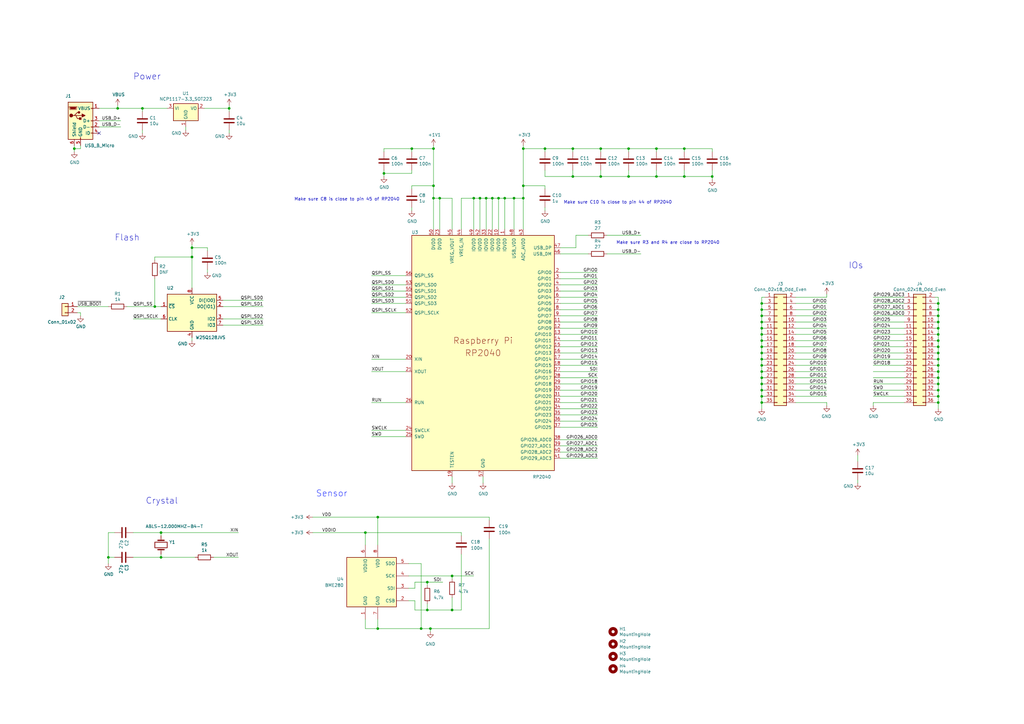
<source format=kicad_sch>
(kicad_sch (version 20230121) (generator eeschema)

  (uuid b981fa35-5d93-4e4b-988d-9910eb2972d8)

  (paper "A3")

  (title_block
    (title "RP2040 Minimal Design Example")
    (date "2020-12-18")
    (rev "REV1")
    (company "Raspberry Pi (Trading) Ltd")
    (comment 1 "Edited by: Kelly Williams")
  )

  (lib_symbols
    (symbol "Connector_Generic:Conn_01x02" (pin_names (offset 1.016) hide) (in_bom yes) (on_board yes)
      (property "Reference" "J" (at 0 2.54 0)
        (effects (font (size 1.27 1.27)))
      )
      (property "Value" "Conn_01x02" (at 0 -5.08 0)
        (effects (font (size 1.27 1.27)))
      )
      (property "Footprint" "" (at 0 0 0)
        (effects (font (size 1.27 1.27)) hide)
      )
      (property "Datasheet" "~" (at 0 0 0)
        (effects (font (size 1.27 1.27)) hide)
      )
      (property "ki_keywords" "connector" (at 0 0 0)
        (effects (font (size 1.27 1.27)) hide)
      )
      (property "ki_description" "Generic connector, single row, 01x02, script generated (kicad-library-utils/schlib/autogen/connector/)" (at 0 0 0)
        (effects (font (size 1.27 1.27)) hide)
      )
      (property "ki_fp_filters" "Connector*:*_1x??_*" (at 0 0 0)
        (effects (font (size 1.27 1.27)) hide)
      )
      (symbol "Conn_01x02_1_1"
        (rectangle (start -1.27 -2.413) (end 0 -2.667)
          (stroke (width 0.1524) (type default))
          (fill (type none))
        )
        (rectangle (start -1.27 0.127) (end 0 -0.127)
          (stroke (width 0.1524) (type default))
          (fill (type none))
        )
        (rectangle (start -1.27 1.27) (end 1.27 -3.81)
          (stroke (width 0.254) (type default))
          (fill (type background))
        )
        (pin passive line (at -5.08 0 0) (length 3.81)
          (name "Pin_1" (effects (font (size 1.27 1.27))))
          (number "1" (effects (font (size 1.27 1.27))))
        )
        (pin passive line (at -5.08 -2.54 0) (length 3.81)
          (name "Pin_2" (effects (font (size 1.27 1.27))))
          (number "2" (effects (font (size 1.27 1.27))))
        )
      )
    )
    (symbol "Connector_Generic:Conn_02x18_Odd_Even" (pin_names (offset 1.016) hide) (in_bom yes) (on_board yes)
      (property "Reference" "J" (at 1.27 22.86 0)
        (effects (font (size 1.27 1.27)))
      )
      (property "Value" "Conn_02x18_Odd_Even" (at 1.27 -25.4 0)
        (effects (font (size 1.27 1.27)))
      )
      (property "Footprint" "" (at 0 0 0)
        (effects (font (size 1.27 1.27)) hide)
      )
      (property "Datasheet" "~" (at 0 0 0)
        (effects (font (size 1.27 1.27)) hide)
      )
      (property "ki_keywords" "connector" (at 0 0 0)
        (effects (font (size 1.27 1.27)) hide)
      )
      (property "ki_description" "Generic connector, double row, 02x18, odd/even pin numbering scheme (row 1 odd numbers, row 2 even numbers), script generated (kicad-library-utils/schlib/autogen/connector/)" (at 0 0 0)
        (effects (font (size 1.27 1.27)) hide)
      )
      (property "ki_fp_filters" "Connector*:*_2x??_*" (at 0 0 0)
        (effects (font (size 1.27 1.27)) hide)
      )
      (symbol "Conn_02x18_Odd_Even_1_1"
        (rectangle (start -1.27 -22.733) (end 0 -22.987)
          (stroke (width 0.1524) (type default))
          (fill (type none))
        )
        (rectangle (start -1.27 -20.193) (end 0 -20.447)
          (stroke (width 0.1524) (type default))
          (fill (type none))
        )
        (rectangle (start -1.27 -17.653) (end 0 -17.907)
          (stroke (width 0.1524) (type default))
          (fill (type none))
        )
        (rectangle (start -1.27 -15.113) (end 0 -15.367)
          (stroke (width 0.1524) (type default))
          (fill (type none))
        )
        (rectangle (start -1.27 -12.573) (end 0 -12.827)
          (stroke (width 0.1524) (type default))
          (fill (type none))
        )
        (rectangle (start -1.27 -10.033) (end 0 -10.287)
          (stroke (width 0.1524) (type default))
          (fill (type none))
        )
        (rectangle (start -1.27 -7.493) (end 0 -7.747)
          (stroke (width 0.1524) (type default))
          (fill (type none))
        )
        (rectangle (start -1.27 -4.953) (end 0 -5.207)
          (stroke (width 0.1524) (type default))
          (fill (type none))
        )
        (rectangle (start -1.27 -2.413) (end 0 -2.667)
          (stroke (width 0.1524) (type default))
          (fill (type none))
        )
        (rectangle (start -1.27 0.127) (end 0 -0.127)
          (stroke (width 0.1524) (type default))
          (fill (type none))
        )
        (rectangle (start -1.27 2.667) (end 0 2.413)
          (stroke (width 0.1524) (type default))
          (fill (type none))
        )
        (rectangle (start -1.27 5.207) (end 0 4.953)
          (stroke (width 0.1524) (type default))
          (fill (type none))
        )
        (rectangle (start -1.27 7.747) (end 0 7.493)
          (stroke (width 0.1524) (type default))
          (fill (type none))
        )
        (rectangle (start -1.27 10.287) (end 0 10.033)
          (stroke (width 0.1524) (type default))
          (fill (type none))
        )
        (rectangle (start -1.27 12.827) (end 0 12.573)
          (stroke (width 0.1524) (type default))
          (fill (type none))
        )
        (rectangle (start -1.27 15.367) (end 0 15.113)
          (stroke (width 0.1524) (type default))
          (fill (type none))
        )
        (rectangle (start -1.27 17.907) (end 0 17.653)
          (stroke (width 0.1524) (type default))
          (fill (type none))
        )
        (rectangle (start -1.27 20.447) (end 0 20.193)
          (stroke (width 0.1524) (type default))
          (fill (type none))
        )
        (rectangle (start -1.27 21.59) (end 3.81 -24.13)
          (stroke (width 0.254) (type default))
          (fill (type background))
        )
        (rectangle (start 3.81 -22.733) (end 2.54 -22.987)
          (stroke (width 0.1524) (type default))
          (fill (type none))
        )
        (rectangle (start 3.81 -20.193) (end 2.54 -20.447)
          (stroke (width 0.1524) (type default))
          (fill (type none))
        )
        (rectangle (start 3.81 -17.653) (end 2.54 -17.907)
          (stroke (width 0.1524) (type default))
          (fill (type none))
        )
        (rectangle (start 3.81 -15.113) (end 2.54 -15.367)
          (stroke (width 0.1524) (type default))
          (fill (type none))
        )
        (rectangle (start 3.81 -12.573) (end 2.54 -12.827)
          (stroke (width 0.1524) (type default))
          (fill (type none))
        )
        (rectangle (start 3.81 -10.033) (end 2.54 -10.287)
          (stroke (width 0.1524) (type default))
          (fill (type none))
        )
        (rectangle (start 3.81 -7.493) (end 2.54 -7.747)
          (stroke (width 0.1524) (type default))
          (fill (type none))
        )
        (rectangle (start 3.81 -4.953) (end 2.54 -5.207)
          (stroke (width 0.1524) (type default))
          (fill (type none))
        )
        (rectangle (start 3.81 -2.413) (end 2.54 -2.667)
          (stroke (width 0.1524) (type default))
          (fill (type none))
        )
        (rectangle (start 3.81 0.127) (end 2.54 -0.127)
          (stroke (width 0.1524) (type default))
          (fill (type none))
        )
        (rectangle (start 3.81 2.667) (end 2.54 2.413)
          (stroke (width 0.1524) (type default))
          (fill (type none))
        )
        (rectangle (start 3.81 5.207) (end 2.54 4.953)
          (stroke (width 0.1524) (type default))
          (fill (type none))
        )
        (rectangle (start 3.81 7.747) (end 2.54 7.493)
          (stroke (width 0.1524) (type default))
          (fill (type none))
        )
        (rectangle (start 3.81 10.287) (end 2.54 10.033)
          (stroke (width 0.1524) (type default))
          (fill (type none))
        )
        (rectangle (start 3.81 12.827) (end 2.54 12.573)
          (stroke (width 0.1524) (type default))
          (fill (type none))
        )
        (rectangle (start 3.81 15.367) (end 2.54 15.113)
          (stroke (width 0.1524) (type default))
          (fill (type none))
        )
        (rectangle (start 3.81 17.907) (end 2.54 17.653)
          (stroke (width 0.1524) (type default))
          (fill (type none))
        )
        (rectangle (start 3.81 20.447) (end 2.54 20.193)
          (stroke (width 0.1524) (type default))
          (fill (type none))
        )
        (pin passive line (at -5.08 20.32 0) (length 3.81)
          (name "Pin_1" (effects (font (size 1.27 1.27))))
          (number "1" (effects (font (size 1.27 1.27))))
        )
        (pin passive line (at 7.62 10.16 180) (length 3.81)
          (name "Pin_10" (effects (font (size 1.27 1.27))))
          (number "10" (effects (font (size 1.27 1.27))))
        )
        (pin passive line (at -5.08 7.62 0) (length 3.81)
          (name "Pin_11" (effects (font (size 1.27 1.27))))
          (number "11" (effects (font (size 1.27 1.27))))
        )
        (pin passive line (at 7.62 7.62 180) (length 3.81)
          (name "Pin_12" (effects (font (size 1.27 1.27))))
          (number "12" (effects (font (size 1.27 1.27))))
        )
        (pin passive line (at -5.08 5.08 0) (length 3.81)
          (name "Pin_13" (effects (font (size 1.27 1.27))))
          (number "13" (effects (font (size 1.27 1.27))))
        )
        (pin passive line (at 7.62 5.08 180) (length 3.81)
          (name "Pin_14" (effects (font (size 1.27 1.27))))
          (number "14" (effects (font (size 1.27 1.27))))
        )
        (pin passive line (at -5.08 2.54 0) (length 3.81)
          (name "Pin_15" (effects (font (size 1.27 1.27))))
          (number "15" (effects (font (size 1.27 1.27))))
        )
        (pin passive line (at 7.62 2.54 180) (length 3.81)
          (name "Pin_16" (effects (font (size 1.27 1.27))))
          (number "16" (effects (font (size 1.27 1.27))))
        )
        (pin passive line (at -5.08 0 0) (length 3.81)
          (name "Pin_17" (effects (font (size 1.27 1.27))))
          (number "17" (effects (font (size 1.27 1.27))))
        )
        (pin passive line (at 7.62 0 180) (length 3.81)
          (name "Pin_18" (effects (font (size 1.27 1.27))))
          (number "18" (effects (font (size 1.27 1.27))))
        )
        (pin passive line (at -5.08 -2.54 0) (length 3.81)
          (name "Pin_19" (effects (font (size 1.27 1.27))))
          (number "19" (effects (font (size 1.27 1.27))))
        )
        (pin passive line (at 7.62 20.32 180) (length 3.81)
          (name "Pin_2" (effects (font (size 1.27 1.27))))
          (number "2" (effects (font (size 1.27 1.27))))
        )
        (pin passive line (at 7.62 -2.54 180) (length 3.81)
          (name "Pin_20" (effects (font (size 1.27 1.27))))
          (number "20" (effects (font (size 1.27 1.27))))
        )
        (pin passive line (at -5.08 -5.08 0) (length 3.81)
          (name "Pin_21" (effects (font (size 1.27 1.27))))
          (number "21" (effects (font (size 1.27 1.27))))
        )
        (pin passive line (at 7.62 -5.08 180) (length 3.81)
          (name "Pin_22" (effects (font (size 1.27 1.27))))
          (number "22" (effects (font (size 1.27 1.27))))
        )
        (pin passive line (at -5.08 -7.62 0) (length 3.81)
          (name "Pin_23" (effects (font (size 1.27 1.27))))
          (number "23" (effects (font (size 1.27 1.27))))
        )
        (pin passive line (at 7.62 -7.62 180) (length 3.81)
          (name "Pin_24" (effects (font (size 1.27 1.27))))
          (number "24" (effects (font (size 1.27 1.27))))
        )
        (pin passive line (at -5.08 -10.16 0) (length 3.81)
          (name "Pin_25" (effects (font (size 1.27 1.27))))
          (number "25" (effects (font (size 1.27 1.27))))
        )
        (pin passive line (at 7.62 -10.16 180) (length 3.81)
          (name "Pin_26" (effects (font (size 1.27 1.27))))
          (number "26" (effects (font (size 1.27 1.27))))
        )
        (pin passive line (at -5.08 -12.7 0) (length 3.81)
          (name "Pin_27" (effects (font (size 1.27 1.27))))
          (number "27" (effects (font (size 1.27 1.27))))
        )
        (pin passive line (at 7.62 -12.7 180) (length 3.81)
          (name "Pin_28" (effects (font (size 1.27 1.27))))
          (number "28" (effects (font (size 1.27 1.27))))
        )
        (pin passive line (at -5.08 -15.24 0) (length 3.81)
          (name "Pin_29" (effects (font (size 1.27 1.27))))
          (number "29" (effects (font (size 1.27 1.27))))
        )
        (pin passive line (at -5.08 17.78 0) (length 3.81)
          (name "Pin_3" (effects (font (size 1.27 1.27))))
          (number "3" (effects (font (size 1.27 1.27))))
        )
        (pin passive line (at 7.62 -15.24 180) (length 3.81)
          (name "Pin_30" (effects (font (size 1.27 1.27))))
          (number "30" (effects (font (size 1.27 1.27))))
        )
        (pin passive line (at -5.08 -17.78 0) (length 3.81)
          (name "Pin_31" (effects (font (size 1.27 1.27))))
          (number "31" (effects (font (size 1.27 1.27))))
        )
        (pin passive line (at 7.62 -17.78 180) (length 3.81)
          (name "Pin_32" (effects (font (size 1.27 1.27))))
          (number "32" (effects (font (size 1.27 1.27))))
        )
        (pin passive line (at -5.08 -20.32 0) (length 3.81)
          (name "Pin_33" (effects (font (size 1.27 1.27))))
          (number "33" (effects (font (size 1.27 1.27))))
        )
        (pin passive line (at 7.62 -20.32 180) (length 3.81)
          (name "Pin_34" (effects (font (size 1.27 1.27))))
          (number "34" (effects (font (size 1.27 1.27))))
        )
        (pin passive line (at -5.08 -22.86 0) (length 3.81)
          (name "Pin_35" (effects (font (size 1.27 1.27))))
          (number "35" (effects (font (size 1.27 1.27))))
        )
        (pin passive line (at 7.62 -22.86 180) (length 3.81)
          (name "Pin_36" (effects (font (size 1.27 1.27))))
          (number "36" (effects (font (size 1.27 1.27))))
        )
        (pin passive line (at 7.62 17.78 180) (length 3.81)
          (name "Pin_4" (effects (font (size 1.27 1.27))))
          (number "4" (effects (font (size 1.27 1.27))))
        )
        (pin passive line (at -5.08 15.24 0) (length 3.81)
          (name "Pin_5" (effects (font (size 1.27 1.27))))
          (number "5" (effects (font (size 1.27 1.27))))
        )
        (pin passive line (at 7.62 15.24 180) (length 3.81)
          (name "Pin_6" (effects (font (size 1.27 1.27))))
          (number "6" (effects (font (size 1.27 1.27))))
        )
        (pin passive line (at -5.08 12.7 0) (length 3.81)
          (name "Pin_7" (effects (font (size 1.27 1.27))))
          (number "7" (effects (font (size 1.27 1.27))))
        )
        (pin passive line (at 7.62 12.7 180) (length 3.81)
          (name "Pin_8" (effects (font (size 1.27 1.27))))
          (number "8" (effects (font (size 1.27 1.27))))
        )
        (pin passive line (at -5.08 10.16 0) (length 3.81)
          (name "Pin_9" (effects (font (size 1.27 1.27))))
          (number "9" (effects (font (size 1.27 1.27))))
        )
      )
    )
    (symbol "Device:C" (pin_numbers hide) (pin_names (offset 0.254)) (in_bom yes) (on_board yes)
      (property "Reference" "C" (at 0.635 2.54 0)
        (effects (font (size 1.27 1.27)) (justify left))
      )
      (property "Value" "C" (at 0.635 -2.54 0)
        (effects (font (size 1.27 1.27)) (justify left))
      )
      (property "Footprint" "" (at 0.9652 -3.81 0)
        (effects (font (size 1.27 1.27)) hide)
      )
      (property "Datasheet" "~" (at 0 0 0)
        (effects (font (size 1.27 1.27)) hide)
      )
      (property "ki_keywords" "cap capacitor" (at 0 0 0)
        (effects (font (size 1.27 1.27)) hide)
      )
      (property "ki_description" "Unpolarized capacitor" (at 0 0 0)
        (effects (font (size 1.27 1.27)) hide)
      )
      (property "ki_fp_filters" "C_*" (at 0 0 0)
        (effects (font (size 1.27 1.27)) hide)
      )
      (symbol "C_0_1"
        (polyline
          (pts
            (xy -2.032 -0.762)
            (xy 2.032 -0.762)
          )
          (stroke (width 0.508) (type default))
          (fill (type none))
        )
        (polyline
          (pts
            (xy -2.032 0.762)
            (xy 2.032 0.762)
          )
          (stroke (width 0.508) (type default))
          (fill (type none))
        )
      )
      (symbol "C_1_1"
        (pin passive line (at 0 3.81 270) (length 2.794)
          (name "~" (effects (font (size 1.27 1.27))))
          (number "1" (effects (font (size 1.27 1.27))))
        )
        (pin passive line (at 0 -3.81 90) (length 2.794)
          (name "~" (effects (font (size 1.27 1.27))))
          (number "2" (effects (font (size 1.27 1.27))))
        )
      )
    )
    (symbol "Device:Crystal" (pin_numbers hide) (pin_names (offset 1.016) hide) (in_bom yes) (on_board yes)
      (property "Reference" "Y" (at 0 3.81 0)
        (effects (font (size 1.27 1.27)))
      )
      (property "Value" "Crystal" (at 0 -3.81 0)
        (effects (font (size 1.27 1.27)))
      )
      (property "Footprint" "" (at 0 0 0)
        (effects (font (size 1.27 1.27)) hide)
      )
      (property "Datasheet" "~" (at 0 0 0)
        (effects (font (size 1.27 1.27)) hide)
      )
      (property "ki_keywords" "quartz ceramic resonator oscillator" (at 0 0 0)
        (effects (font (size 1.27 1.27)) hide)
      )
      (property "ki_description" "Two pin crystal" (at 0 0 0)
        (effects (font (size 1.27 1.27)) hide)
      )
      (property "ki_fp_filters" "Crystal*" (at 0 0 0)
        (effects (font (size 1.27 1.27)) hide)
      )
      (symbol "Crystal_0_1"
        (rectangle (start -1.143 2.54) (end 1.143 -2.54)
          (stroke (width 0.3048) (type default))
          (fill (type none))
        )
        (polyline
          (pts
            (xy -2.54 0)
            (xy -1.905 0)
          )
          (stroke (width 0) (type default))
          (fill (type none))
        )
        (polyline
          (pts
            (xy -1.905 -1.27)
            (xy -1.905 1.27)
          )
          (stroke (width 0.508) (type default))
          (fill (type none))
        )
        (polyline
          (pts
            (xy 1.905 -1.27)
            (xy 1.905 1.27)
          )
          (stroke (width 0.508) (type default))
          (fill (type none))
        )
        (polyline
          (pts
            (xy 2.54 0)
            (xy 1.905 0)
          )
          (stroke (width 0) (type default))
          (fill (type none))
        )
      )
      (symbol "Crystal_1_1"
        (pin passive line (at -3.81 0 0) (length 1.27)
          (name "1" (effects (font (size 1.27 1.27))))
          (number "1" (effects (font (size 1.27 1.27))))
        )
        (pin passive line (at 3.81 0 180) (length 1.27)
          (name "2" (effects (font (size 1.27 1.27))))
          (number "2" (effects (font (size 1.27 1.27))))
        )
      )
    )
    (symbol "Device:R" (pin_numbers hide) (pin_names (offset 0)) (in_bom yes) (on_board yes)
      (property "Reference" "R" (at 2.032 0 90)
        (effects (font (size 1.27 1.27)))
      )
      (property "Value" "R" (at 0 0 90)
        (effects (font (size 1.27 1.27)))
      )
      (property "Footprint" "" (at -1.778 0 90)
        (effects (font (size 1.27 1.27)) hide)
      )
      (property "Datasheet" "~" (at 0 0 0)
        (effects (font (size 1.27 1.27)) hide)
      )
      (property "ki_keywords" "R res resistor" (at 0 0 0)
        (effects (font (size 1.27 1.27)) hide)
      )
      (property "ki_description" "Resistor" (at 0 0 0)
        (effects (font (size 1.27 1.27)) hide)
      )
      (property "ki_fp_filters" "R_*" (at 0 0 0)
        (effects (font (size 1.27 1.27)) hide)
      )
      (symbol "R_0_1"
        (rectangle (start -1.016 -2.54) (end 1.016 2.54)
          (stroke (width 0.254) (type default))
          (fill (type none))
        )
      )
      (symbol "R_1_1"
        (pin passive line (at 0 3.81 270) (length 1.27)
          (name "~" (effects (font (size 1.27 1.27))))
          (number "1" (effects (font (size 1.27 1.27))))
        )
        (pin passive line (at 0 -3.81 90) (length 1.27)
          (name "~" (effects (font (size 1.27 1.27))))
          (number "2" (effects (font (size 1.27 1.27))))
        )
      )
    )
    (symbol "MCU_RaspberryPi_RP2040:RP2040" (pin_names (offset 1.016)) (in_bom yes) (on_board yes)
      (property "Reference" "U" (at -29.21 49.53 0)
        (effects (font (size 1.27 1.27)))
      )
      (property "Value" "RP2040" (at 24.13 -49.53 0)
        (effects (font (size 1.27 1.27)))
      )
      (property "Footprint" "RP2040_minimal:RP2040-QFN-56" (at -19.05 0 0)
        (effects (font (size 1.27 1.27)) hide)
      )
      (property "Datasheet" "" (at -19.05 0 0)
        (effects (font (size 1.27 1.27)) hide)
      )
      (symbol "RP2040_0_0"
        (text "Raspberry Pi" (at 0 5.08 0)
          (effects (font (size 2.54 2.54)))
        )
        (text "RP2040" (at 0 0 0)
          (effects (font (size 2.54 2.54)))
        )
      )
      (symbol "RP2040_0_1"
        (rectangle (start 29.21 48.26) (end -29.21 -48.26)
          (stroke (width 0.254) (type solid))
          (fill (type background))
        )
      )
      (symbol "RP2040_1_1"
        (pin power_in line (at 8.89 50.8 270) (length 2.54)
          (name "IOVDD" (effects (font (size 1.27 1.27))))
          (number "1" (effects (font (size 1.27 1.27))))
        )
        (pin power_in line (at 6.35 50.8 270) (length 2.54)
          (name "IOVDD" (effects (font (size 1.27 1.27))))
          (number "10" (effects (font (size 1.27 1.27))))
        )
        (pin bidirectional line (at 31.75 12.7 180) (length 2.54)
          (name "GPIO8" (effects (font (size 1.27 1.27))))
          (number "11" (effects (font (size 1.27 1.27))))
        )
        (pin bidirectional line (at 31.75 10.16 180) (length 2.54)
          (name "GPIO9" (effects (font (size 1.27 1.27))))
          (number "12" (effects (font (size 1.27 1.27))))
        )
        (pin bidirectional line (at 31.75 7.62 180) (length 2.54)
          (name "GPIO10" (effects (font (size 1.27 1.27))))
          (number "13" (effects (font (size 1.27 1.27))))
        )
        (pin bidirectional line (at 31.75 5.08 180) (length 2.54)
          (name "GPIO11" (effects (font (size 1.27 1.27))))
          (number "14" (effects (font (size 1.27 1.27))))
        )
        (pin bidirectional line (at 31.75 2.54 180) (length 2.54)
          (name "GPIO12" (effects (font (size 1.27 1.27))))
          (number "15" (effects (font (size 1.27 1.27))))
        )
        (pin bidirectional line (at 31.75 0 180) (length 2.54)
          (name "GPIO13" (effects (font (size 1.27 1.27))))
          (number "16" (effects (font (size 1.27 1.27))))
        )
        (pin bidirectional line (at 31.75 -2.54 180) (length 2.54)
          (name "GPIO14" (effects (font (size 1.27 1.27))))
          (number "17" (effects (font (size 1.27 1.27))))
        )
        (pin bidirectional line (at 31.75 -5.08 180) (length 2.54)
          (name "GPIO15" (effects (font (size 1.27 1.27))))
          (number "18" (effects (font (size 1.27 1.27))))
        )
        (pin passive line (at -12.7 -50.8 90) (length 2.54)
          (name "TESTEN" (effects (font (size 1.27 1.27))))
          (number "19" (effects (font (size 1.27 1.27))))
        )
        (pin bidirectional line (at 31.75 33.02 180) (length 2.54)
          (name "GPIO0" (effects (font (size 1.27 1.27))))
          (number "2" (effects (font (size 1.27 1.27))))
        )
        (pin input line (at -31.75 -2.54 0) (length 2.54)
          (name "XIN" (effects (font (size 1.27 1.27))))
          (number "20" (effects (font (size 1.27 1.27))))
        )
        (pin passive line (at -31.75 -7.62 0) (length 2.54)
          (name "XOUT" (effects (font (size 1.27 1.27))))
          (number "21" (effects (font (size 1.27 1.27))))
        )
        (pin power_in line (at 3.81 50.8 270) (length 2.54)
          (name "IOVDD" (effects (font (size 1.27 1.27))))
          (number "22" (effects (font (size 1.27 1.27))))
        )
        (pin power_in line (at -17.78 50.8 270) (length 2.54)
          (name "DVDD" (effects (font (size 1.27 1.27))))
          (number "23" (effects (font (size 1.27 1.27))))
        )
        (pin output line (at -31.75 -31.75 0) (length 2.54)
          (name "SWCLK" (effects (font (size 1.27 1.27))))
          (number "24" (effects (font (size 1.27 1.27))))
        )
        (pin bidirectional line (at -31.75 -34.29 0) (length 2.54)
          (name "SWD" (effects (font (size 1.27 1.27))))
          (number "25" (effects (font (size 1.27 1.27))))
        )
        (pin input line (at -31.75 -20.32 0) (length 2.54)
          (name "RUN" (effects (font (size 1.27 1.27))))
          (number "26" (effects (font (size 1.27 1.27))))
        )
        (pin bidirectional line (at 31.75 -7.62 180) (length 2.54)
          (name "GPIO16" (effects (font (size 1.27 1.27))))
          (number "27" (effects (font (size 1.27 1.27))))
        )
        (pin bidirectional line (at 31.75 -10.16 180) (length 2.54)
          (name "GPIO17" (effects (font (size 1.27 1.27))))
          (number "28" (effects (font (size 1.27 1.27))))
        )
        (pin bidirectional line (at 31.75 -12.7 180) (length 2.54)
          (name "GPIO18" (effects (font (size 1.27 1.27))))
          (number "29" (effects (font (size 1.27 1.27))))
        )
        (pin bidirectional line (at 31.75 30.48 180) (length 2.54)
          (name "GPIO1" (effects (font (size 1.27 1.27))))
          (number "3" (effects (font (size 1.27 1.27))))
        )
        (pin bidirectional line (at 31.75 -15.24 180) (length 2.54)
          (name "GPIO19" (effects (font (size 1.27 1.27))))
          (number "30" (effects (font (size 1.27 1.27))))
        )
        (pin bidirectional line (at 31.75 -17.78 180) (length 2.54)
          (name "GPIO20" (effects (font (size 1.27 1.27))))
          (number "31" (effects (font (size 1.27 1.27))))
        )
        (pin bidirectional line (at 31.75 -20.32 180) (length 2.54)
          (name "GPIO21" (effects (font (size 1.27 1.27))))
          (number "32" (effects (font (size 1.27 1.27))))
        )
        (pin power_in line (at 1.27 50.8 270) (length 2.54)
          (name "IOVDD" (effects (font (size 1.27 1.27))))
          (number "33" (effects (font (size 1.27 1.27))))
        )
        (pin bidirectional line (at 31.75 -22.86 180) (length 2.54)
          (name "GPIO22" (effects (font (size 1.27 1.27))))
          (number "34" (effects (font (size 1.27 1.27))))
        )
        (pin bidirectional line (at 31.75 -25.4 180) (length 2.54)
          (name "GPIO23" (effects (font (size 1.27 1.27))))
          (number "35" (effects (font (size 1.27 1.27))))
        )
        (pin bidirectional line (at 31.75 -27.94 180) (length 2.54)
          (name "GPIO24" (effects (font (size 1.27 1.27))))
          (number "36" (effects (font (size 1.27 1.27))))
        )
        (pin bidirectional line (at 31.75 -30.48 180) (length 2.54)
          (name "GPIO25" (effects (font (size 1.27 1.27))))
          (number "37" (effects (font (size 1.27 1.27))))
        )
        (pin bidirectional line (at 31.75 -35.56 180) (length 2.54)
          (name "GPIO26_ADC0" (effects (font (size 1.27 1.27))))
          (number "38" (effects (font (size 1.27 1.27))))
        )
        (pin bidirectional line (at 31.75 -38.1 180) (length 2.54)
          (name "GPIO27_ADC1" (effects (font (size 1.27 1.27))))
          (number "39" (effects (font (size 1.27 1.27))))
        )
        (pin bidirectional line (at 31.75 27.94 180) (length 2.54)
          (name "GPIO2" (effects (font (size 1.27 1.27))))
          (number "4" (effects (font (size 1.27 1.27))))
        )
        (pin bidirectional line (at 31.75 -40.64 180) (length 2.54)
          (name "GPIO28_ADC2" (effects (font (size 1.27 1.27))))
          (number "40" (effects (font (size 1.27 1.27))))
        )
        (pin bidirectional line (at 31.75 -43.18 180) (length 2.54)
          (name "GPIO29_ADC3" (effects (font (size 1.27 1.27))))
          (number "41" (effects (font (size 1.27 1.27))))
        )
        (pin power_in line (at -1.27 50.8 270) (length 2.54)
          (name "IOVDD" (effects (font (size 1.27 1.27))))
          (number "42" (effects (font (size 1.27 1.27))))
        )
        (pin power_in line (at 16.51 50.8 270) (length 2.54)
          (name "ADC_AVDD" (effects (font (size 1.27 1.27))))
          (number "43" (effects (font (size 1.27 1.27))))
        )
        (pin power_in line (at -8.89 50.8 270) (length 2.54)
          (name "VREG_IN" (effects (font (size 1.27 1.27))))
          (number "44" (effects (font (size 1.27 1.27))))
        )
        (pin power_out line (at -12.7 50.8 270) (length 2.54)
          (name "VREG_VOUT" (effects (font (size 1.27 1.27))))
          (number "45" (effects (font (size 1.27 1.27))))
        )
        (pin bidirectional line (at 31.75 40.64 180) (length 2.54)
          (name "USB_DM" (effects (font (size 1.27 1.27))))
          (number "46" (effects (font (size 1.27 1.27))))
        )
        (pin bidirectional line (at 31.75 43.18 180) (length 2.54)
          (name "USB_DP" (effects (font (size 1.27 1.27))))
          (number "47" (effects (font (size 1.27 1.27))))
        )
        (pin power_in line (at 12.7 50.8 270) (length 2.54)
          (name "USB_VDD" (effects (font (size 1.27 1.27))))
          (number "48" (effects (font (size 1.27 1.27))))
        )
        (pin power_in line (at -3.81 50.8 270) (length 2.54)
          (name "IOVDD" (effects (font (size 1.27 1.27))))
          (number "49" (effects (font (size 1.27 1.27))))
        )
        (pin bidirectional line (at 31.75 25.4 180) (length 2.54)
          (name "GPIO3" (effects (font (size 1.27 1.27))))
          (number "5" (effects (font (size 1.27 1.27))))
        )
        (pin power_in line (at -20.32 50.8 270) (length 2.54)
          (name "DVDD" (effects (font (size 1.27 1.27))))
          (number "50" (effects (font (size 1.27 1.27))))
        )
        (pin bidirectional line (at -31.75 20.32 0) (length 2.54)
          (name "QSPI_SD3" (effects (font (size 1.27 1.27))))
          (number "51" (effects (font (size 1.27 1.27))))
        )
        (pin output line (at -31.75 16.51 0) (length 2.54)
          (name "QSPI_SCLK" (effects (font (size 1.27 1.27))))
          (number "52" (effects (font (size 1.27 1.27))))
        )
        (pin bidirectional line (at -31.75 27.94 0) (length 2.54)
          (name "QSPI_SD0" (effects (font (size 1.27 1.27))))
          (number "53" (effects (font (size 1.27 1.27))))
        )
        (pin bidirectional line (at -31.75 22.86 0) (length 2.54)
          (name "QSPI_SD2" (effects (font (size 1.27 1.27))))
          (number "54" (effects (font (size 1.27 1.27))))
        )
        (pin bidirectional line (at -31.75 25.4 0) (length 2.54)
          (name "QSPI_SD1" (effects (font (size 1.27 1.27))))
          (number "55" (effects (font (size 1.27 1.27))))
        )
        (pin bidirectional line (at -31.75 31.75 0) (length 2.54)
          (name "QSPI_SS" (effects (font (size 1.27 1.27))))
          (number "56" (effects (font (size 1.27 1.27))))
        )
        (pin power_in line (at 0 -50.8 90) (length 2.54)
          (name "GND" (effects (font (size 1.27 1.27))))
          (number "57" (effects (font (size 1.27 1.27))))
        )
        (pin bidirectional line (at 31.75 22.86 180) (length 2.54)
          (name "GPIO4" (effects (font (size 1.27 1.27))))
          (number "6" (effects (font (size 1.27 1.27))))
        )
        (pin bidirectional line (at 31.75 20.32 180) (length 2.54)
          (name "GPIO5" (effects (font (size 1.27 1.27))))
          (number "7" (effects (font (size 1.27 1.27))))
        )
        (pin bidirectional line (at 31.75 17.78 180) (length 2.54)
          (name "GPIO6" (effects (font (size 1.27 1.27))))
          (number "8" (effects (font (size 1.27 1.27))))
        )
        (pin bidirectional line (at 31.75 15.24 180) (length 2.54)
          (name "GPIO7" (effects (font (size 1.27 1.27))))
          (number "9" (effects (font (size 1.27 1.27))))
        )
      )
    )
    (symbol "Mechanical:MountingHole" (pin_names (offset 1.016)) (in_bom yes) (on_board yes)
      (property "Reference" "H" (at 0 5.08 0)
        (effects (font (size 1.27 1.27)))
      )
      (property "Value" "MountingHole" (at 0 3.175 0)
        (effects (font (size 1.27 1.27)))
      )
      (property "Footprint" "" (at 0 0 0)
        (effects (font (size 1.27 1.27)) hide)
      )
      (property "Datasheet" "~" (at 0 0 0)
        (effects (font (size 1.27 1.27)) hide)
      )
      (property "ki_keywords" "mounting hole" (at 0 0 0)
        (effects (font (size 1.27 1.27)) hide)
      )
      (property "ki_description" "Mounting Hole without connection" (at 0 0 0)
        (effects (font (size 1.27 1.27)) hide)
      )
      (property "ki_fp_filters" "MountingHole*" (at 0 0 0)
        (effects (font (size 1.27 1.27)) hide)
      )
      (symbol "MountingHole_0_1"
        (circle (center 0 0) (radius 1.27)
          (stroke (width 1.27) (type default))
          (fill (type none))
        )
      )
    )
    (symbol "RP2040_minimal-rescue:USB_B_Micro-Connector" (pin_names (offset 1.016)) (in_bom yes) (on_board yes)
      (property "Reference" "J" (at -5.08 11.43 0)
        (effects (font (size 1.27 1.27)) (justify left))
      )
      (property "Value" "Connector_USB_B_Micro" (at -5.08 8.89 0)
        (effects (font (size 1.27 1.27)) (justify left))
      )
      (property "Footprint" "" (at 3.81 -1.27 0)
        (effects (font (size 1.27 1.27)) hide)
      )
      (property "Datasheet" "" (at 3.81 -1.27 0)
        (effects (font (size 1.27 1.27)) hide)
      )
      (property "ki_fp_filters" "USB*" (at 0 0 0)
        (effects (font (size 1.27 1.27)) hide)
      )
      (symbol "USB_B_Micro-Connector_0_1"
        (rectangle (start -5.08 -7.62) (end 5.08 7.62)
          (stroke (width 0.254) (type solid))
          (fill (type background))
        )
        (circle (center -3.81 2.159) (radius 0.635)
          (stroke (width 0.254) (type solid))
          (fill (type outline))
        )
        (circle (center -0.635 3.429) (radius 0.381)
          (stroke (width 0.254) (type solid))
          (fill (type outline))
        )
        (rectangle (start -0.127 -7.62) (end 0.127 -6.858)
          (stroke (width 0) (type solid))
          (fill (type none))
        )
        (polyline
          (pts
            (xy -1.905 2.159)
            (xy 0.635 2.159)
          )
          (stroke (width 0.254) (type solid))
          (fill (type none))
        )
        (polyline
          (pts
            (xy -3.175 2.159)
            (xy -2.54 2.159)
            (xy -1.27 3.429)
            (xy -0.635 3.429)
          )
          (stroke (width 0.254) (type solid))
          (fill (type none))
        )
        (polyline
          (pts
            (xy -2.54 2.159)
            (xy -1.905 2.159)
            (xy -1.27 0.889)
            (xy 0 0.889)
          )
          (stroke (width 0.254) (type solid))
          (fill (type none))
        )
        (polyline
          (pts
            (xy 0.635 2.794)
            (xy 0.635 1.524)
            (xy 1.905 2.159)
            (xy 0.635 2.794)
          )
          (stroke (width 0.254) (type solid))
          (fill (type outline))
        )
        (polyline
          (pts
            (xy -4.318 5.588)
            (xy -1.778 5.588)
            (xy -2.032 4.826)
            (xy -4.064 4.826)
            (xy -4.318 5.588)
          )
          (stroke (width 0) (type solid))
          (fill (type outline))
        )
        (polyline
          (pts
            (xy -4.699 5.842)
            (xy -4.699 5.588)
            (xy -4.445 4.826)
            (xy -4.445 4.572)
            (xy -1.651 4.572)
            (xy -1.651 4.826)
            (xy -1.397 5.588)
            (xy -1.397 5.842)
            (xy -4.699 5.842)
          )
          (stroke (width 0) (type solid))
          (fill (type none))
        )
        (rectangle (start 0.254 1.27) (end -0.508 0.508)
          (stroke (width 0.254) (type solid))
          (fill (type outline))
        )
        (rectangle (start 5.08 -5.207) (end 4.318 -4.953)
          (stroke (width 0) (type solid))
          (fill (type none))
        )
        (rectangle (start 5.08 -2.667) (end 4.318 -2.413)
          (stroke (width 0) (type solid))
          (fill (type none))
        )
        (rectangle (start 5.08 -0.127) (end 4.318 0.127)
          (stroke (width 0) (type solid))
          (fill (type none))
        )
        (rectangle (start 5.08 4.953) (end 4.318 5.207)
          (stroke (width 0) (type solid))
          (fill (type none))
        )
      )
      (symbol "USB_B_Micro-Connector_1_1"
        (pin power_out line (at 7.62 5.08 180) (length 2.54)
          (name "VBUS" (effects (font (size 1.27 1.27))))
          (number "1" (effects (font (size 1.27 1.27))))
        )
        (pin passive line (at 7.62 -2.54 180) (length 2.54)
          (name "D-" (effects (font (size 1.27 1.27))))
          (number "2" (effects (font (size 1.27 1.27))))
        )
        (pin passive line (at 7.62 0 180) (length 2.54)
          (name "D+" (effects (font (size 1.27 1.27))))
          (number "3" (effects (font (size 1.27 1.27))))
        )
        (pin passive line (at 7.62 -5.08 180) (length 2.54)
          (name "ID" (effects (font (size 1.27 1.27))))
          (number "4" (effects (font (size 1.27 1.27))))
        )
        (pin power_out line (at 0 -10.16 90) (length 2.54)
          (name "GND" (effects (font (size 1.27 1.27))))
          (number "5" (effects (font (size 1.27 1.27))))
        )
        (pin passive line (at -2.54 -10.16 90) (length 2.54)
          (name "Shield" (effects (font (size 1.27 1.27))))
          (number "6" (effects (font (size 1.27 1.27))))
        )
      )
    )
    (symbol "RP2040_minimal-rescue:W25Q128JVS-Memory_Flash" (in_bom yes) (on_board yes)
      (property "Reference" "U" (at -8.89 8.89 0)
        (effects (font (size 1.27 1.27)))
      )
      (property "Value" "Memory_Flash_W25Q128JVS" (at 7.62 8.89 0)
        (effects (font (size 1.27 1.27)))
      )
      (property "Footprint" "Package_SO:SOIC-8_5.23x5.23mm_P1.27mm" (at 0 0 0)
        (effects (font (size 1.27 1.27)) hide)
      )
      (property "Datasheet" "" (at 0 0 0)
        (effects (font (size 1.27 1.27)) hide)
      )
      (property "ki_fp_filters" "SOIC*5.23x5.23mm*P1.27mm*" (at 0 0 0)
        (effects (font (size 1.27 1.27)) hide)
      )
      (symbol "W25Q128JVS-Memory_Flash_0_1"
        (rectangle (start -10.16 7.62) (end 10.16 -7.62)
          (stroke (width 0.254) (type solid))
          (fill (type background))
        )
      )
      (symbol "W25Q128JVS-Memory_Flash_1_1"
        (pin input line (at -12.7 2.54 0) (length 2.54)
          (name "~{CS}" (effects (font (size 1.27 1.27))))
          (number "1" (effects (font (size 1.27 1.27))))
        )
        (pin bidirectional line (at 12.7 2.54 180) (length 2.54)
          (name "DO(IO1)" (effects (font (size 1.27 1.27))))
          (number "2" (effects (font (size 1.27 1.27))))
        )
        (pin bidirectional line (at 12.7 -2.54 180) (length 2.54)
          (name "IO2" (effects (font (size 1.27 1.27))))
          (number "3" (effects (font (size 1.27 1.27))))
        )
        (pin power_in line (at 0 -10.16 90) (length 2.54)
          (name "GND" (effects (font (size 1.27 1.27))))
          (number "4" (effects (font (size 1.27 1.27))))
        )
        (pin bidirectional line (at 12.7 5.08 180) (length 2.54)
          (name "DI(IO0)" (effects (font (size 1.27 1.27))))
          (number "5" (effects (font (size 1.27 1.27))))
        )
        (pin input line (at -12.7 -2.54 0) (length 2.54)
          (name "CLK" (effects (font (size 1.27 1.27))))
          (number "6" (effects (font (size 1.27 1.27))))
        )
        (pin bidirectional line (at 12.7 -5.08 180) (length 2.54)
          (name "IO3" (effects (font (size 1.27 1.27))))
          (number "7" (effects (font (size 1.27 1.27))))
        )
        (pin power_in line (at 0 10.16 270) (length 2.54)
          (name "VCC" (effects (font (size 1.27 1.27))))
          (number "8" (effects (font (size 1.27 1.27))))
        )
      )
    )
    (symbol "Regulator_Linear:NCP1117-3.3_SOT223" (in_bom yes) (on_board yes)
      (property "Reference" "U" (at -3.81 3.175 0)
        (effects (font (size 1.27 1.27)))
      )
      (property "Value" "NCP1117-3.3_SOT223" (at 0 3.175 0)
        (effects (font (size 1.27 1.27)) (justify left))
      )
      (property "Footprint" "Package_TO_SOT_SMD:SOT-223-3_TabPin2" (at 0 5.08 0)
        (effects (font (size 1.27 1.27)) hide)
      )
      (property "Datasheet" "http://www.onsemi.com/pub_link/Collateral/NCP1117-D.PDF" (at 2.54 -6.35 0)
        (effects (font (size 1.27 1.27)) hide)
      )
      (property "ki_keywords" "REGULATOR LDO 3.3V" (at 0 0 0)
        (effects (font (size 1.27 1.27)) hide)
      )
      (property "ki_description" "1A Low drop-out regulator, Fixed Output 3.3V, SOT-223" (at 0 0 0)
        (effects (font (size 1.27 1.27)) hide)
      )
      (property "ki_fp_filters" "SOT?223*TabPin2*" (at 0 0 0)
        (effects (font (size 1.27 1.27)) hide)
      )
      (symbol "NCP1117-3.3_SOT223_0_1"
        (rectangle (start -5.08 -5.08) (end 5.08 1.905)
          (stroke (width 0.254) (type default))
          (fill (type background))
        )
      )
      (symbol "NCP1117-3.3_SOT223_1_1"
        (pin power_in line (at 0 -7.62 90) (length 2.54)
          (name "GND" (effects (font (size 1.27 1.27))))
          (number "1" (effects (font (size 1.27 1.27))))
        )
        (pin power_out line (at 7.62 0 180) (length 2.54)
          (name "VO" (effects (font (size 1.27 1.27))))
          (number "2" (effects (font (size 1.27 1.27))))
        )
        (pin power_in line (at -7.62 0 0) (length 2.54)
          (name "VI" (effects (font (size 1.27 1.27))))
          (number "3" (effects (font (size 1.27 1.27))))
        )
      )
    )
    (symbol "Sensor:BME280" (in_bom yes) (on_board yes)
      (property "Reference" "U" (at -8.89 11.43 0)
        (effects (font (size 1.27 1.27)))
      )
      (property "Value" "BME280" (at 7.62 11.43 0)
        (effects (font (size 1.27 1.27)))
      )
      (property "Footprint" "Package_LGA:Bosch_LGA-8_2.5x2.5mm_P0.65mm_ClockwisePinNumbering" (at 38.1 -11.43 0)
        (effects (font (size 1.27 1.27)) hide)
      )
      (property "Datasheet" "https://www.bosch-sensortec.com/media/boschsensortec/downloads/datasheets/bst-bme280-ds002.pdf" (at 0 -5.08 0)
        (effects (font (size 1.27 1.27)) hide)
      )
      (property "ki_keywords" "Bosch pressure humidity temperature environment environmental measurement digital" (at 0 0 0)
        (effects (font (size 1.27 1.27)) hide)
      )
      (property "ki_description" "3-in-1 sensor, humidity, pressure, temperature, I2C and SPI interface, 1.71-3.6V, LGA-8" (at 0 0 0)
        (effects (font (size 1.27 1.27)) hide)
      )
      (property "ki_fp_filters" "*LGA*2.5x2.5mm*P0.65mm*Clockwise*" (at 0 0 0)
        (effects (font (size 1.27 1.27)) hide)
      )
      (symbol "BME280_0_1"
        (rectangle (start -10.16 10.16) (end 10.16 -10.16)
          (stroke (width 0.254) (type default))
          (fill (type background))
        )
      )
      (symbol "BME280_1_1"
        (pin power_in line (at -2.54 -15.24 90) (length 5.08)
          (name "GND" (effects (font (size 1.27 1.27))))
          (number "1" (effects (font (size 1.27 1.27))))
        )
        (pin input line (at 15.24 -7.62 180) (length 5.08)
          (name "CSB" (effects (font (size 1.27 1.27))))
          (number "2" (effects (font (size 1.27 1.27))))
        )
        (pin bidirectional line (at 15.24 -2.54 180) (length 5.08)
          (name "SDI" (effects (font (size 1.27 1.27))))
          (number "3" (effects (font (size 1.27 1.27))))
        )
        (pin input line (at 15.24 2.54 180) (length 5.08)
          (name "SCK" (effects (font (size 1.27 1.27))))
          (number "4" (effects (font (size 1.27 1.27))))
        )
        (pin bidirectional line (at 15.24 7.62 180) (length 5.08)
          (name "SDO" (effects (font (size 1.27 1.27))))
          (number "5" (effects (font (size 1.27 1.27))))
        )
        (pin power_in line (at -2.54 15.24 270) (length 5.08)
          (name "VDDIO" (effects (font (size 1.27 1.27))))
          (number "6" (effects (font (size 1.27 1.27))))
        )
        (pin power_in line (at 2.54 -15.24 90) (length 5.08)
          (name "GND" (effects (font (size 1.27 1.27))))
          (number "7" (effects (font (size 1.27 1.27))))
        )
        (pin power_in line (at 2.54 15.24 270) (length 5.08)
          (name "VDD" (effects (font (size 1.27 1.27))))
          (number "8" (effects (font (size 1.27 1.27))))
        )
      )
    )
    (symbol "power:+1V1" (power) (pin_names (offset 0)) (in_bom yes) (on_board yes)
      (property "Reference" "#PWR" (at 0 -3.81 0)
        (effects (font (size 1.27 1.27)) hide)
      )
      (property "Value" "+1V1" (at 0 3.556 0)
        (effects (font (size 1.27 1.27)))
      )
      (property "Footprint" "" (at 0 0 0)
        (effects (font (size 1.27 1.27)) hide)
      )
      (property "Datasheet" "" (at 0 0 0)
        (effects (font (size 1.27 1.27)) hide)
      )
      (property "ki_keywords" "global power" (at 0 0 0)
        (effects (font (size 1.27 1.27)) hide)
      )
      (property "ki_description" "Power symbol creates a global label with name \"+1V1\"" (at 0 0 0)
        (effects (font (size 1.27 1.27)) hide)
      )
      (symbol "+1V1_0_1"
        (polyline
          (pts
            (xy -0.762 1.27)
            (xy 0 2.54)
          )
          (stroke (width 0) (type default))
          (fill (type none))
        )
        (polyline
          (pts
            (xy 0 0)
            (xy 0 2.54)
          )
          (stroke (width 0) (type default))
          (fill (type none))
        )
        (polyline
          (pts
            (xy 0 2.54)
            (xy 0.762 1.27)
          )
          (stroke (width 0) (type default))
          (fill (type none))
        )
      )
      (symbol "+1V1_1_1"
        (pin power_in line (at 0 0 90) (length 0) hide
          (name "+1V1" (effects (font (size 1.27 1.27))))
          (number "1" (effects (font (size 1.27 1.27))))
        )
      )
    )
    (symbol "power:+3V3" (power) (pin_names (offset 0)) (in_bom yes) (on_board yes)
      (property "Reference" "#PWR" (at 0 -3.81 0)
        (effects (font (size 1.27 1.27)) hide)
      )
      (property "Value" "+3V3" (at 0 3.556 0)
        (effects (font (size 1.27 1.27)))
      )
      (property "Footprint" "" (at 0 0 0)
        (effects (font (size 1.27 1.27)) hide)
      )
      (property "Datasheet" "" (at 0 0 0)
        (effects (font (size 1.27 1.27)) hide)
      )
      (property "ki_keywords" "global power" (at 0 0 0)
        (effects (font (size 1.27 1.27)) hide)
      )
      (property "ki_description" "Power symbol creates a global label with name \"+3V3\"" (at 0 0 0)
        (effects (font (size 1.27 1.27)) hide)
      )
      (symbol "+3V3_0_1"
        (polyline
          (pts
            (xy -0.762 1.27)
            (xy 0 2.54)
          )
          (stroke (width 0) (type default))
          (fill (type none))
        )
        (polyline
          (pts
            (xy 0 0)
            (xy 0 2.54)
          )
          (stroke (width 0) (type default))
          (fill (type none))
        )
        (polyline
          (pts
            (xy 0 2.54)
            (xy 0.762 1.27)
          )
          (stroke (width 0) (type default))
          (fill (type none))
        )
      )
      (symbol "+3V3_1_1"
        (pin power_in line (at 0 0 90) (length 0) hide
          (name "+3V3" (effects (font (size 1.27 1.27))))
          (number "1" (effects (font (size 1.27 1.27))))
        )
      )
    )
    (symbol "power:GND" (power) (pin_names (offset 0)) (in_bom yes) (on_board yes)
      (property "Reference" "#PWR" (at 0 -6.35 0)
        (effects (font (size 1.27 1.27)) hide)
      )
      (property "Value" "GND" (at 0 -3.81 0)
        (effects (font (size 1.27 1.27)))
      )
      (property "Footprint" "" (at 0 0 0)
        (effects (font (size 1.27 1.27)) hide)
      )
      (property "Datasheet" "" (at 0 0 0)
        (effects (font (size 1.27 1.27)) hide)
      )
      (property "ki_keywords" "global power" (at 0 0 0)
        (effects (font (size 1.27 1.27)) hide)
      )
      (property "ki_description" "Power symbol creates a global label with name \"GND\" , ground" (at 0 0 0)
        (effects (font (size 1.27 1.27)) hide)
      )
      (symbol "GND_0_1"
        (polyline
          (pts
            (xy 0 0)
            (xy 0 -1.27)
            (xy 1.27 -1.27)
            (xy 0 -2.54)
            (xy -1.27 -1.27)
            (xy 0 -1.27)
          )
          (stroke (width 0) (type default))
          (fill (type none))
        )
      )
      (symbol "GND_1_1"
        (pin power_in line (at 0 0 270) (length 0) hide
          (name "GND" (effects (font (size 1.27 1.27))))
          (number "1" (effects (font (size 1.27 1.27))))
        )
      )
    )
    (symbol "power:VBUS" (power) (pin_names (offset 0)) (in_bom yes) (on_board yes)
      (property "Reference" "#PWR" (at 0 -3.81 0)
        (effects (font (size 1.27 1.27)) hide)
      )
      (property "Value" "VBUS" (at 0 3.81 0)
        (effects (font (size 1.27 1.27)))
      )
      (property "Footprint" "" (at 0 0 0)
        (effects (font (size 1.27 1.27)) hide)
      )
      (property "Datasheet" "" (at 0 0 0)
        (effects (font (size 1.27 1.27)) hide)
      )
      (property "ki_keywords" "global power" (at 0 0 0)
        (effects (font (size 1.27 1.27)) hide)
      )
      (property "ki_description" "Power symbol creates a global label with name \"VBUS\"" (at 0 0 0)
        (effects (font (size 1.27 1.27)) hide)
      )
      (symbol "VBUS_0_1"
        (polyline
          (pts
            (xy -0.762 1.27)
            (xy 0 2.54)
          )
          (stroke (width 0) (type default))
          (fill (type none))
        )
        (polyline
          (pts
            (xy 0 0)
            (xy 0 2.54)
          )
          (stroke (width 0) (type default))
          (fill (type none))
        )
        (polyline
          (pts
            (xy 0 2.54)
            (xy 0.762 1.27)
          )
          (stroke (width 0) (type default))
          (fill (type none))
        )
      )
      (symbol "VBUS_1_1"
        (pin power_in line (at 0 0 90) (length 0) hide
          (name "VBUS" (effects (font (size 1.27 1.27))))
          (number "1" (effects (font (size 1.27 1.27))))
        )
      )
    )
  )

  (junction (at 154.94 257.81) (diameter 0) (color 0 0 0 0)
    (uuid 014ef591-9ff3-40fd-b11d-9183c2cdeed6)
  )
  (junction (at 185.42 250.19) (diameter 0) (color 0 0 0 0)
    (uuid 0197b9dc-6ed3-4a50-a995-9b3096e8cbdf)
  )
  (junction (at 280.67 72.39) (diameter 0) (color 0 0 0 0)
    (uuid 02f2a2ea-1b28-400e-9a29-e936a512117c)
  )
  (junction (at 312.42 157.48) (diameter 0) (color 0 0 0 0)
    (uuid 05382ca1-d50b-4210-9279-91acb8d9cf6b)
  )
  (junction (at 269.24 60.96) (diameter 0) (color 0 0 0 0)
    (uuid 065364b0-db96-43d7-be72-241b9d2c748f)
  )
  (junction (at 246.38 72.39) (diameter 0) (color 0 0 0 0)
    (uuid 088df571-bd9c-4d6c-ab9c-cdaea95ff399)
  )
  (junction (at 149.86 218.44) (diameter 0) (color 0 0 0 0)
    (uuid 0bb2f027-c82c-41ca-bf4e-1a17da4644c9)
  )
  (junction (at 312.42 160.02) (diameter 0) (color 0 0 0 0)
    (uuid 0ee3b7d1-211e-4b06-8ce5-3a1bbe8c4b0d)
  )
  (junction (at 30.48 60.96) (diameter 0) (color 0 0 0 0)
    (uuid 1181cfbb-b00f-46e3-a487-cf6069035ad2)
  )
  (junction (at 210.82 81.28) (diameter 0) (color 0 0 0 0)
    (uuid 11dc3ecb-3b79-407b-adc6-262c2c776ec4)
  )
  (junction (at 63.5 125.73) (diameter 0) (color 0 0 0 0)
    (uuid 151f92b9-c84f-4ed0-b0f5-c5dea405af21)
  )
  (junction (at 269.24 72.39) (diameter 0) (color 0 0 0 0)
    (uuid 194dd545-04a7-4bc8-a31b-c4cfd52e6095)
  )
  (junction (at 312.42 144.78) (diameter 0) (color 0 0 0 0)
    (uuid 20bef159-b711-4b52-8bc6-95eacf46e8cc)
  )
  (junction (at 312.42 165.1) (diameter 0) (color 0 0 0 0)
    (uuid 227928e4-c6f8-41b5-8668-f92fe953ee5f)
  )
  (junction (at 384.81 149.86) (diameter 0) (color 0 0 0 0)
    (uuid 243107de-c4c2-455a-920c-1c4bfe5b496d)
  )
  (junction (at 234.95 72.39) (diameter 0) (color 0 0 0 0)
    (uuid 2d1c3591-c3bc-4e27-9cfa-484396f44743)
  )
  (junction (at 312.42 129.54) (diameter 0) (color 0 0 0 0)
    (uuid 31eb05e0-713c-4bcb-add2-cd7266a5b260)
  )
  (junction (at 185.42 236.22) (diameter 0) (color 0 0 0 0)
    (uuid 35951361-fab3-4a08-b7ff-3fcb9fd83cc6)
  )
  (junction (at 384.81 154.94) (diameter 0) (color 0 0 0 0)
    (uuid 3977f292-f77e-4cd4-85c2-827ad42d4d68)
  )
  (junction (at 312.42 137.16) (diameter 0) (color 0 0 0 0)
    (uuid 3b7759c0-3ac5-4f86-8be1-7ac77520d5f5)
  )
  (junction (at 177.8 60.96) (diameter 0) (color 0 0 0 0)
    (uuid 3b8dc4dd-7385-4d79-99b3-94312333a0e5)
  )
  (junction (at 207.01 81.28) (diameter 0) (color 0 0 0 0)
    (uuid 3c46a6b1-ff54-4fc7-a2fa-9f2b54e305e6)
  )
  (junction (at 384.81 139.7) (diameter 0) (color 0 0 0 0)
    (uuid 3fcdc536-15eb-461c-a0b6-0e057bfc6bec)
  )
  (junction (at 78.74 101.6) (diameter 0) (color 0 0 0 0)
    (uuid 4325531a-fcb3-4878-bc44-1a9a2cf89199)
  )
  (junction (at 280.67 60.96) (diameter 0) (color 0 0 0 0)
    (uuid 44efad75-1c5d-4b45-84d2-02f9f415fe7a)
  )
  (junction (at 172.72 257.81) (diameter 0) (color 0 0 0 0)
    (uuid 487dc27c-f540-4fe7-805a-d80abba62044)
  )
  (junction (at 177.8 81.28) (diameter 0) (color 0 0 0 0)
    (uuid 4e435084-2bd9-43e9-941e-ac871eacac0d)
  )
  (junction (at 312.42 124.46) (diameter 0) (color 0 0 0 0)
    (uuid 4ee3d043-1c6c-4363-85ec-9b99edfc9549)
  )
  (junction (at 154.94 212.09) (diameter 0) (color 0 0 0 0)
    (uuid 4fd3e119-cf8b-4850-b860-ae849b97c7da)
  )
  (junction (at 214.63 60.96) (diameter 0) (color 0 0 0 0)
    (uuid 50cc17f9-cff6-4389-8de3-3288bfe8d760)
  )
  (junction (at 168.91 60.96) (diameter 0) (color 0 0 0 0)
    (uuid 51919d1e-bd00-4fa6-9f97-c496e6a0cc00)
  )
  (junction (at 177.8 76.2) (diameter 0) (color 0 0 0 0)
    (uuid 55e35d16-b50d-429b-97d4-9c67b0da1c7c)
  )
  (junction (at 180.34 81.28) (diameter 0) (color 0 0 0 0)
    (uuid 565b8ea3-4eea-4622-a895-c6d12499e87d)
  )
  (junction (at 257.81 60.96) (diameter 0) (color 0 0 0 0)
    (uuid 5bcf573c-d3c3-474d-8c7e-3f970f638e35)
  )
  (junction (at 257.81 72.39) (diameter 0) (color 0 0 0 0)
    (uuid 5cf8086e-46b2-4b69-9455-a7d16d02c887)
  )
  (junction (at 384.81 144.78) (diameter 0) (color 0 0 0 0)
    (uuid 6399b04a-abd4-42b7-b824-dac519d082b3)
  )
  (junction (at 384.81 147.32) (diameter 0) (color 0 0 0 0)
    (uuid 654c4c48-2c4d-40aa-b6c8-4d4473444d63)
  )
  (junction (at 384.81 124.46) (diameter 0) (color 0 0 0 0)
    (uuid 69605e67-da89-4c8d-a142-168022869225)
  )
  (junction (at 384.81 165.1) (diameter 0) (color 0 0 0 0)
    (uuid 6bae8701-17a4-4af7-aa7f-df2bbd24c429)
  )
  (junction (at 214.63 81.28) (diameter 0) (color 0 0 0 0)
    (uuid 6f31addf-5ae2-49d9-8034-d78c04030762)
  )
  (junction (at 292.1 72.39) (diameter 0) (color 0 0 0 0)
    (uuid 731dbf42-e29d-48f7-b032-b06ce192010a)
  )
  (junction (at 312.42 147.32) (diameter 0) (color 0 0 0 0)
    (uuid 7a8059db-3e55-4d03-bbd1-da8acf552324)
  )
  (junction (at 194.31 81.28) (diameter 0) (color 0 0 0 0)
    (uuid 7ffb9440-80e4-4a99-bd38-0c618a1b40f9)
  )
  (junction (at 312.42 134.62) (diameter 0) (color 0 0 0 0)
    (uuid 8d86ebbf-7dbd-4f01-bddb-ec82b527e14c)
  )
  (junction (at 312.42 127) (diameter 0) (color 0 0 0 0)
    (uuid 8f0e4ece-4157-4911-9b70-7a8535b894fa)
  )
  (junction (at 48.26 44.45) (diameter 0) (color 0 0 0 0)
    (uuid 9600e618-276f-436f-9aaa-78e5f4ae448b)
  )
  (junction (at 384.81 157.48) (diameter 0) (color 0 0 0 0)
    (uuid 9635d2f4-886c-476b-970c-e1ee010bd164)
  )
  (junction (at 66.04 218.44) (diameter 0) (color 0 0 0 0)
    (uuid 99d656c1-b5e1-48bb-8944-a8327381389b)
  )
  (junction (at 204.47 81.28) (diameter 0) (color 0 0 0 0)
    (uuid a17390ff-d2ab-44a2-8a19-71beb9fc948a)
  )
  (junction (at 384.81 134.62) (diameter 0) (color 0 0 0 0)
    (uuid a935b127-8732-4243-aa33-73a608bce3ef)
  )
  (junction (at 384.81 137.16) (diameter 0) (color 0 0 0 0)
    (uuid aaa9c0fb-a8b8-4ace-8744-8ddce933c5fa)
  )
  (junction (at 312.42 132.08) (diameter 0) (color 0 0 0 0)
    (uuid adf67a7c-2180-45d0-9967-2520cb2000b0)
  )
  (junction (at 58.42 44.45) (diameter 0) (color 0 0 0 0)
    (uuid b52f10b9-4a6c-4933-9f7a-193ba3ae2a1b)
  )
  (junction (at 214.63 76.2) (diameter 0) (color 0 0 0 0)
    (uuid b5a207a2-db33-468c-8e56-30297a4db157)
  )
  (junction (at 384.81 132.08) (diameter 0) (color 0 0 0 0)
    (uuid b9d80623-d87a-4d87-bf71-5cc8ca1e8d0b)
  )
  (junction (at 78.74 105.41) (diameter 0) (color 0 0 0 0)
    (uuid bd1b572a-7f02-4995-9eb9-5447c5027f8e)
  )
  (junction (at 175.26 250.19) (diameter 0) (color 0 0 0 0)
    (uuid bf1b4208-c981-4982-bf9b-6dba5a5aee57)
  )
  (junction (at 44.45 228.6) (diameter 0) (color 0 0 0 0)
    (uuid bf483f1a-6329-4bfc-8a66-237ade749c41)
  )
  (junction (at 176.53 257.81) (diameter 0) (color 0 0 0 0)
    (uuid bffa83df-0ac0-4c0a-8e3a-2c1ffe6d4a2d)
  )
  (junction (at 93.98 44.45) (diameter 0) (color 0 0 0 0)
    (uuid c0a5ff28-53cb-4659-86d7-60e32448a82c)
  )
  (junction (at 199.39 81.28) (diameter 0) (color 0 0 0 0)
    (uuid c1572cd0-d341-4780-a986-71987c7de1bf)
  )
  (junction (at 196.85 81.28) (diameter 0) (color 0 0 0 0)
    (uuid c4c300f1-101f-4de9-89b0-a4c058575c74)
  )
  (junction (at 384.81 162.56) (diameter 0) (color 0 0 0 0)
    (uuid c76aaacf-e904-43fe-b1a7-d1b9063a9131)
  )
  (junction (at 384.81 160.02) (diameter 0) (color 0 0 0 0)
    (uuid c91c2b5a-001b-435a-b3e8-dee6da8e2401)
  )
  (junction (at 312.42 162.56) (diameter 0) (color 0 0 0 0)
    (uuid cc0763b1-96a4-4719-a935-de92ab7adb8a)
  )
  (junction (at 66.04 228.6) (diameter 0) (color 0 0 0 0)
    (uuid ced6a061-2b00-4543-b523-4f39d14e911c)
  )
  (junction (at 312.42 154.94) (diameter 0) (color 0 0 0 0)
    (uuid d31fba10-289f-4d83-a5db-5dff6ceeb9da)
  )
  (junction (at 384.81 142.24) (diameter 0) (color 0 0 0 0)
    (uuid d63063e5-966c-4f60-93eb-eecdb0f8fbbf)
  )
  (junction (at 312.42 152.4) (diameter 0) (color 0 0 0 0)
    (uuid d7f7949d-09da-42e2-9816-d5fac10b883c)
  )
  (junction (at 384.81 127) (diameter 0) (color 0 0 0 0)
    (uuid de10bb6f-a36b-45b7-a85b-79e41fbf4f98)
  )
  (junction (at 384.81 152.4) (diameter 0) (color 0 0 0 0)
    (uuid dfd56a37-5182-4b8b-b011-1bd406d16bdb)
  )
  (junction (at 312.42 139.7) (diameter 0) (color 0 0 0 0)
    (uuid e1d2d971-dd94-40ae-8d15-6363da0940f1)
  )
  (junction (at 223.52 60.96) (diameter 0) (color 0 0 0 0)
    (uuid e5d44681-5425-4c9e-a9ee-e27a7193adeb)
  )
  (junction (at 234.95 60.96) (diameter 0) (color 0 0 0 0)
    (uuid ea2343ee-c63f-4e9d-846e-8c84164b0319)
  )
  (junction (at 312.42 142.24) (diameter 0) (color 0 0 0 0)
    (uuid ecdc8546-6c20-4dd1-b642-403787c9f9a4)
  )
  (junction (at 175.26 238.76) (diameter 0) (color 0 0 0 0)
    (uuid ed8ea527-bece-4217-baf3-d2458d3068a7)
  )
  (junction (at 201.93 81.28) (diameter 0) (color 0 0 0 0)
    (uuid efd9e8fd-81a4-4c57-a873-b3bc07a6dc41)
  )
  (junction (at 384.81 129.54) (diameter 0) (color 0 0 0 0)
    (uuid f0eacafd-8f0e-472b-8d5e-8860e30c64bd)
  )
  (junction (at 157.48 71.12) (diameter 0) (color 0 0 0 0)
    (uuid f194c1e1-c77c-4b31-8c42-1eeabc745135)
  )
  (junction (at 246.38 60.96) (diameter 0) (color 0 0 0 0)
    (uuid fa4472f7-527c-41ba-80e1-c4975853b6ff)
  )
  (junction (at 312.42 149.86) (diameter 0) (color 0 0 0 0)
    (uuid fa88bfb8-cdd7-4ce5-b8b3-9666c456aed6)
  )

  (no_connect (at 40.64 54.61) (uuid 7d69713d-cc76-406e-8ba2-8bab4741c448))

  (wire (pts (xy 58.42 53.34) (xy 58.42 54.61))
    (stroke (width 0) (type default))
    (uuid 00594216-b43b-430d-9366-62db1eca950e)
  )
  (wire (pts (xy 229.87 104.14) (xy 241.3 104.14))
    (stroke (width 0) (type default))
    (uuid 0167b188-18f1-48af-98a4-de56b8895cc6)
  )
  (wire (pts (xy 280.67 69.85) (xy 280.67 72.39))
    (stroke (width 0) (type default))
    (uuid 03305fc5-f044-4ef1-8ba2-94e3a65af18a)
  )
  (wire (pts (xy 78.74 100.33) (xy 78.74 101.6))
    (stroke (width 0) (type default))
    (uuid 0350176b-3ec5-4de3-99fa-8c8bfc65f45c)
  )
  (wire (pts (xy 177.8 59.69) (xy 177.8 60.96))
    (stroke (width 0) (type default))
    (uuid 035fd0d0-51f0-49d6-9bd8-6dae0d60d690)
  )
  (wire (pts (xy 54.61 130.81) (xy 66.04 130.81))
    (stroke (width 0) (type default))
    (uuid 03f992d7-ae32-4680-be61-7aba9757af17)
  )
  (wire (pts (xy 313.69 124.46) (xy 312.42 124.46))
    (stroke (width 0) (type default))
    (uuid 047b3139-b8df-4fe7-977b-41cbb9e26028)
  )
  (wire (pts (xy 229.87 142.24) (xy 245.11 142.24))
    (stroke (width 0) (type default))
    (uuid 04ebbcdc-6324-4d66-9578-575d49f3d534)
  )
  (wire (pts (xy 214.63 81.28) (xy 214.63 93.98))
    (stroke (width 0) (type default))
    (uuid 064c069b-5d40-4953-826f-2755fd40b39d)
  )
  (wire (pts (xy 229.87 127) (xy 245.11 127))
    (stroke (width 0) (type default))
    (uuid 06cd956e-f62b-4cbf-8684-4374461f5dc1)
  )
  (wire (pts (xy 384.81 162.56) (xy 384.81 165.1))
    (stroke (width 0) (type default))
    (uuid 07ed338d-208f-48d2-b01d-f78edf6c9da1)
  )
  (wire (pts (xy 194.31 93.98) (xy 194.31 81.28))
    (stroke (width 0) (type default))
    (uuid 090045d3-d6b7-4985-ad2d-746f983ee774)
  )
  (wire (pts (xy 292.1 69.85) (xy 292.1 72.39))
    (stroke (width 0) (type default))
    (uuid 0aaea77e-5523-4a30-9214-5bd003cb758d)
  )
  (wire (pts (xy 248.92 104.14) (xy 262.89 104.14))
    (stroke (width 0) (type default))
    (uuid 0b1149a2-1088-4f44-aed1-1852031e61e9)
  )
  (wire (pts (xy 185.42 250.19) (xy 189.23 250.19))
    (stroke (width 0) (type default))
    (uuid 0b27d278-50bb-4a84-a95d-901421b95cc1)
  )
  (wire (pts (xy 312.42 165.1) (xy 312.42 167.64))
    (stroke (width 0) (type default))
    (uuid 0d7e513d-73ae-4fe3-8564-d33d60db813c)
  )
  (wire (pts (xy 54.61 228.6) (xy 66.04 228.6))
    (stroke (width 0) (type default))
    (uuid 0db563f3-a2aa-4633-b651-8d8f9e53f784)
  )
  (wire (pts (xy 312.42 137.16) (xy 312.42 139.7))
    (stroke (width 0) (type default))
    (uuid 0e0cde1d-7447-458a-afcb-f4ca8767a645)
  )
  (wire (pts (xy 157.48 60.96) (xy 168.91 60.96))
    (stroke (width 0) (type default))
    (uuid 0f6db066-3853-4b16-9622-c6893e254fa7)
  )
  (wire (pts (xy 152.4 116.84) (xy 166.37 116.84))
    (stroke (width 0) (type default))
    (uuid 0f9d4030-a3a2-42ba-be10-b100c005a5d3)
  )
  (wire (pts (xy 312.42 127) (xy 312.42 129.54))
    (stroke (width 0) (type default))
    (uuid 0fe63c2e-a45f-4a7b-8738-e1ccdb02922a)
  )
  (wire (pts (xy 223.52 62.23) (xy 223.52 60.96))
    (stroke (width 0) (type default))
    (uuid 102ed4de-bc8a-4dac-abb9-e0d42e305c14)
  )
  (wire (pts (xy 44.45 125.73) (xy 31.75 125.73))
    (stroke (width 0) (type default))
    (uuid 10b9d2d0-fa0e-4cdb-8032-19c8c8f9eed2)
  )
  (wire (pts (xy 370.84 137.16) (xy 358.14 137.16))
    (stroke (width 0) (type default))
    (uuid 10be0bf4-62f8-4350-863f-02de6f47a22e)
  )
  (wire (pts (xy 91.44 130.81) (xy 107.95 130.81))
    (stroke (width 0) (type default))
    (uuid 110ffc7a-9d75-4119-9d05-eafd92248a59)
  )
  (wire (pts (xy 40.64 52.07) (xy 49.53 52.07))
    (stroke (width 0) (type default))
    (uuid 11eff455-8ed6-443e-b812-4cc8b9c11796)
  )
  (wire (pts (xy 339.09 124.46) (xy 326.39 124.46))
    (stroke (width 0) (type default))
    (uuid 120b7777-2708-4b41-b1a1-902856a16cda)
  )
  (wire (pts (xy 207.01 81.28) (xy 207.01 93.98))
    (stroke (width 0) (type default))
    (uuid 12215859-1587-4c4c-b10c-005108d2e39f)
  )
  (wire (pts (xy 185.42 195.58) (xy 185.42 198.12))
    (stroke (width 0) (type default))
    (uuid 131f4124-db26-463e-b052-7078bf713ad3)
  )
  (wire (pts (xy 185.42 237.49) (xy 185.42 236.22))
    (stroke (width 0) (type default))
    (uuid 13da966f-f786-4504-ab76-9e9ed4d8c61c)
  )
  (wire (pts (xy 339.09 152.4) (xy 326.39 152.4))
    (stroke (width 0) (type default))
    (uuid 14d136ab-68dc-450a-a888-4c1437c91c8c)
  )
  (wire (pts (xy 204.47 93.98) (xy 204.47 81.28))
    (stroke (width 0) (type default))
    (uuid 14e3af68-840c-41ac-8978-0d239e9526ee)
  )
  (wire (pts (xy 339.09 129.54) (xy 326.39 129.54))
    (stroke (width 0) (type default))
    (uuid 155b3f24-b011-4e8c-80d3-3bb8d1fbce7f)
  )
  (wire (pts (xy 384.81 129.54) (xy 384.81 132.08))
    (stroke (width 0) (type default))
    (uuid 15d2ce82-b954-401b-b393-ebf9b99679a0)
  )
  (wire (pts (xy 85.09 110.49) (xy 85.09 111.76))
    (stroke (width 0) (type default))
    (uuid 16aed302-0b23-45ac-a83c-889437beae8f)
  )
  (wire (pts (xy 229.87 167.64) (xy 245.11 167.64))
    (stroke (width 0) (type default))
    (uuid 170f8afc-de40-47ab-8ec2-55b730a8d8a6)
  )
  (wire (pts (xy 170.18 238.76) (xy 175.26 238.76))
    (stroke (width 0) (type default))
    (uuid 18910d46-ff05-4fc2-9b5b-65263ed03fab)
  )
  (wire (pts (xy 370.84 162.56) (xy 358.14 162.56))
    (stroke (width 0) (type default))
    (uuid 18f50699-0b6e-4d58-99f4-4b8d27b65d62)
  )
  (wire (pts (xy 229.87 119.38) (xy 245.11 119.38))
    (stroke (width 0) (type default))
    (uuid 19ddf197-3d08-4058-a813-09cc2d2d30e8)
  )
  (wire (pts (xy 370.84 129.54) (xy 358.14 129.54))
    (stroke (width 0) (type default))
    (uuid 1cdb6715-1451-4469-a596-c8582f6faa65)
  )
  (wire (pts (xy 199.39 81.28) (xy 201.93 81.28))
    (stroke (width 0) (type default))
    (uuid 1d318571-3953-46a6-9855-1cfc0e60b4c6)
  )
  (wire (pts (xy 384.81 127) (xy 384.81 129.54))
    (stroke (width 0) (type default))
    (uuid 1db43896-a36e-440e-b476-a1871ef8fc7f)
  )
  (wire (pts (xy 339.09 147.32) (xy 326.39 147.32))
    (stroke (width 0) (type default))
    (uuid 1eb4ca5c-d165-4f3b-b367-88cbcf871402)
  )
  (wire (pts (xy 312.42 134.62) (xy 312.42 137.16))
    (stroke (width 0) (type default))
    (uuid 1f522524-1f80-4b10-b7ca-60e5ae25d8f7)
  )
  (wire (pts (xy 63.5 125.73) (xy 66.04 125.73))
    (stroke (width 0) (type default))
    (uuid 1fac5155-dc51-4824-8fa7-a4de78deffaa)
  )
  (wire (pts (xy 48.26 43.18) (xy 48.26 44.45))
    (stroke (width 0) (type default))
    (uuid 1fada4c2-a1fb-4178-88a2-8ca78ab5107b)
  )
  (wire (pts (xy 198.12 195.58) (xy 198.12 198.12))
    (stroke (width 0) (type default))
    (uuid 1ff45133-b756-45e5-9e2d-2c013afd31d7)
  )
  (wire (pts (xy 199.39 93.98) (xy 199.39 81.28))
    (stroke (width 0) (type default))
    (uuid 2074e6aa-4581-46bf-9040-0e4e3d70423a)
  )
  (wire (pts (xy 76.2 52.07) (xy 76.2 53.34))
    (stroke (width 0) (type default))
    (uuid 2234debc-bdb8-4634-a982-0487eeaf4eb6)
  )
  (wire (pts (xy 246.38 72.39) (xy 234.95 72.39))
    (stroke (width 0) (type default))
    (uuid 230589b2-8516-46c5-b9ce-e8e836a95745)
  )
  (wire (pts (xy 339.09 165.1) (xy 326.39 165.1))
    (stroke (width 0) (type default))
    (uuid 23876a16-92b2-4154-aeb5-25ca98681517)
  )
  (wire (pts (xy 370.84 142.24) (xy 358.14 142.24))
    (stroke (width 0) (type default))
    (uuid 24443117-a1ac-43a5-b1af-772115a8a54f)
  )
  (wire (pts (xy 312.42 121.92) (xy 312.42 124.46))
    (stroke (width 0) (type default))
    (uuid 24519618-2e67-4e7a-8053-42647f65dc32)
  )
  (wire (pts (xy 384.81 157.48) (xy 384.81 160.02))
    (stroke (width 0) (type default))
    (uuid 2496df7b-ddc9-47ee-9b6c-08accc429477)
  )
  (wire (pts (xy 48.26 44.45) (xy 58.42 44.45))
    (stroke (width 0) (type default))
    (uuid 2543bdff-c5f8-413b-813d-03ead1f77b85)
  )
  (wire (pts (xy 383.54 147.32) (xy 384.81 147.32))
    (stroke (width 0) (type default))
    (uuid 254b9686-b81d-433f-a784-7c9fde134442)
  )
  (wire (pts (xy 312.42 129.54) (xy 312.42 132.08))
    (stroke (width 0) (type default))
    (uuid 26322560-8089-47aa-9a18-73051b6e6a98)
  )
  (wire (pts (xy 167.64 236.22) (xy 185.42 236.22))
    (stroke (width 0) (type default))
    (uuid 27da16e9-483f-46a8-a815-b055a77f0bb1)
  )
  (wire (pts (xy 384.81 154.94) (xy 384.81 157.48))
    (stroke (width 0) (type default))
    (uuid 27dd6664-978b-4195-9b16-ae8f8d82a9f0)
  )
  (wire (pts (xy 68.58 44.45) (xy 58.42 44.45))
    (stroke (width 0) (type default))
    (uuid 2807b99e-d86f-4026-81b7-9a06f91ee92f)
  )
  (wire (pts (xy 229.87 147.32) (xy 245.11 147.32))
    (stroke (width 0) (type default))
    (uuid 28131a03-273b-4f05-8f42-061929947ef6)
  )
  (wire (pts (xy 154.94 257.81) (xy 172.72 257.81))
    (stroke (width 0) (type default))
    (uuid 28b4f9cf-50d9-41e7-b48d-b145f8b63591)
  )
  (wire (pts (xy 200.66 257.81) (xy 200.66 220.98))
    (stroke (width 0) (type default))
    (uuid 2a5ad503-a180-4d4a-a027-53e6c7027681)
  )
  (wire (pts (xy 280.67 62.23) (xy 280.67 60.96))
    (stroke (width 0) (type default))
    (uuid 2a863688-3a07-4661-80f6-0c9eb35f971c)
  )
  (wire (pts (xy 229.87 101.6) (xy 236.22 101.6))
    (stroke (width 0) (type default))
    (uuid 2ae7ab82-b072-4a6a-86e9-78931d8c24c6)
  )
  (wire (pts (xy 313.69 149.86) (xy 312.42 149.86))
    (stroke (width 0) (type default))
    (uuid 2b219a89-6051-4bc4-9755-87f16c882d2f)
  )
  (wire (pts (xy 313.69 162.56) (xy 312.42 162.56))
    (stroke (width 0) (type default))
    (uuid 2b3e9a12-8e9c-49ac-b59f-bc67f3b31fec)
  )
  (wire (pts (xy 229.87 144.78) (xy 245.11 144.78))
    (stroke (width 0) (type default))
    (uuid 2c269d55-d8c5-41d3-89f6-b9dcf01f1bbe)
  )
  (wire (pts (xy 196.85 93.98) (xy 196.85 81.28))
    (stroke (width 0) (type default))
    (uuid 2d10fe0d-b431-4244-bf91-d7b82e2a172c)
  )
  (wire (pts (xy 185.42 93.98) (xy 185.42 81.28))
    (stroke (width 0) (type default))
    (uuid 2d5462a5-3cab-4220-9fe3-377493ef4f42)
  )
  (wire (pts (xy 175.26 247.65) (xy 175.26 250.19))
    (stroke (width 0) (type default))
    (uuid 2e4d3dc2-5a89-4772-8256-988ebed1f01f)
  )
  (wire (pts (xy 313.69 160.02) (xy 312.42 160.02))
    (stroke (width 0) (type default))
    (uuid 2f39919a-1ecc-490b-9361-b71e0c9cc19d)
  )
  (wire (pts (xy 280.67 60.96) (xy 292.1 60.96))
    (stroke (width 0) (type default))
    (uuid 307e5df2-00ee-4ff9-82f6-c66b7a3eb12b)
  )
  (wire (pts (xy 189.23 93.98) (xy 189.23 81.28))
    (stroke (width 0) (type default))
    (uuid 32229a9d-b492-4661-b690-cc7ef5765a09)
  )
  (wire (pts (xy 370.84 160.02) (xy 358.14 160.02))
    (stroke (width 0) (type default))
    (uuid 32d2d467-ad81-450a-ab2b-70ccdad87c21)
  )
  (wire (pts (xy 312.42 152.4) (xy 312.42 154.94))
    (stroke (width 0) (type default))
    (uuid 3300ece7-c914-4784-b48b-650c8e1d2534)
  )
  (wire (pts (xy 93.98 45.72) (xy 93.98 44.45))
    (stroke (width 0) (type default))
    (uuid 3300fdd9-7d83-4565-8b08-d033c807a38f)
  )
  (wire (pts (xy 83.82 44.45) (xy 93.98 44.45))
    (stroke (width 0) (type default))
    (uuid 33f566e8-1907-4982-bdb4-e35f59860503)
  )
  (wire (pts (xy 175.26 250.19) (xy 185.42 250.19))
    (stroke (width 0) (type default))
    (uuid 351868d0-2982-47b6-8f6b-7fc9c36f19bb)
  )
  (wire (pts (xy 229.87 149.86) (xy 245.11 149.86))
    (stroke (width 0) (type default))
    (uuid 371a9353-db66-4395-86b5-7a27d6fc27b5)
  )
  (wire (pts (xy 152.4 147.32) (xy 166.37 147.32))
    (stroke (width 0) (type default))
    (uuid 37cc389e-cfd7-458c-89db-5a7ba699a0d0)
  )
  (wire (pts (xy 292.1 62.23) (xy 292.1 60.96))
    (stroke (width 0) (type default))
    (uuid 37ffffed-56ce-4755-8715-585663ac3bf4)
  )
  (wire (pts (xy 358.14 166.37) (xy 358.14 165.1))
    (stroke (width 0) (type default))
    (uuid 3a1b9ddc-b7ae-455a-bce9-e458fe251e36)
  )
  (wire (pts (xy 223.52 69.85) (xy 223.52 72.39))
    (stroke (width 0) (type default))
    (uuid 3b610d22-e722-4229-9563-64c7f02061be)
  )
  (wire (pts (xy 257.81 62.23) (xy 257.81 60.96))
    (stroke (width 0) (type default))
    (uuid 3db1a8cd-67c7-4b90-b495-d3af25ff5d67)
  )
  (wire (pts (xy 312.42 139.7) (xy 312.42 142.24))
    (stroke (width 0) (type default))
    (uuid 3e2b145d-93bc-4a69-87a0-08fd3a1b1452)
  )
  (wire (pts (xy 384.81 132.08) (xy 384.81 134.62))
    (stroke (width 0) (type default))
    (uuid 3f33cc59-cb32-4d21-9385-65afedbe2160)
  )
  (wire (pts (xy 383.54 149.86) (xy 384.81 149.86))
    (stroke (width 0) (type default))
    (uuid 410b88c1-2c52-44af-af89-f8fba09f580e)
  )
  (wire (pts (xy 78.74 101.6) (xy 78.74 105.41))
    (stroke (width 0) (type default))
    (uuid 4122c450-d052-4592-8efa-f50068b068a7)
  )
  (wire (pts (xy 154.94 212.09) (xy 154.94 223.52))
    (stroke (width 0) (type default))
    (uuid 4295a6b1-f5a4-4159-ba37-2b7944d00e9b)
  )
  (wire (pts (xy 176.53 257.81) (xy 200.66 257.81))
    (stroke (width 0) (type default))
    (uuid 42eef219-a275-4268-a608-18a99e85b49b)
  )
  (wire (pts (xy 312.42 154.94) (xy 312.42 157.48))
    (stroke (width 0) (type default))
    (uuid 43700ad5-bcf9-4fde-be7e-a39e68378628)
  )
  (wire (pts (xy 167.64 246.38) (xy 170.18 246.38))
    (stroke (width 0) (type default))
    (uuid 443b7c37-8545-4769-91e6-165f801d7781)
  )
  (wire (pts (xy 313.69 121.92) (xy 312.42 121.92))
    (stroke (width 0) (type default))
    (uuid 455780a6-5635-4146-a2c5-1c2b0329894a)
  )
  (wire (pts (xy 384.81 137.16) (xy 384.81 139.7))
    (stroke (width 0) (type default))
    (uuid 463fc27a-316f-484d-87cd-af84a1144586)
  )
  (wire (pts (xy 269.24 72.39) (xy 257.81 72.39))
    (stroke (width 0) (type default))
    (uuid 4677b493-6dc6-4211-8a91-dabeeb79ef4d)
  )
  (wire (pts (xy 201.93 81.28) (xy 204.47 81.28))
    (stroke (width 0) (type default))
    (uuid 49a25178-a88e-4f44-880f-8c4d51c42891)
  )
  (wire (pts (xy 313.69 134.62) (xy 312.42 134.62))
    (stroke (width 0) (type default))
    (uuid 49dabf7a-7e6b-4e63-bddc-40f2e44fd624)
  )
  (wire (pts (xy 312.42 132.08) (xy 312.42 134.62))
    (stroke (width 0) (type default))
    (uuid 4ba7fcc5-77b9-4b02-94bf-5e5aa022e6ce)
  )
  (wire (pts (xy 214.63 59.69) (xy 214.63 60.96))
    (stroke (width 0) (type default))
    (uuid 4de9e1d1-1ea6-4368-a4ed-cf53dc758dc2)
  )
  (wire (pts (xy 30.48 60.96) (xy 30.48 62.23))
    (stroke (width 0) (type default))
    (uuid 4ded7371-7b66-4b5a-a514-12b9c24bf1f2)
  )
  (wire (pts (xy 91.44 133.35) (xy 107.95 133.35))
    (stroke (width 0) (type default))
    (uuid 5020a64b-76ac-4ddd-83d4-2a28bee67777)
  )
  (wire (pts (xy 175.26 238.76) (xy 181.61 238.76))
    (stroke (width 0) (type default))
    (uuid 51f377af-5e31-40a0-b830-816f39d10097)
  )
  (wire (pts (xy 168.91 62.23) (xy 168.91 60.96))
    (stroke (width 0) (type default))
    (uuid 52126b45-bf2a-4906-9891-5ba755d86714)
  )
  (wire (pts (xy 66.04 228.6) (xy 80.01 228.6))
    (stroke (width 0) (type default))
    (uuid 527a5e3c-da4e-4631-bcb0-ac8dff51c624)
  )
  (wire (pts (xy 384.81 152.4) (xy 384.81 154.94))
    (stroke (width 0) (type default))
    (uuid 528b6c3d-0597-4d6c-8a56-48f9421cedcf)
  )
  (wire (pts (xy 229.87 182.88) (xy 245.11 182.88))
    (stroke (width 0) (type default))
    (uuid 529bb92b-3020-45cf-a5b9-03ecb362072d)
  )
  (wire (pts (xy 383.54 129.54) (xy 384.81 129.54))
    (stroke (width 0) (type default))
    (uuid 539d142b-e282-483b-8fcb-94dead0bc9e8)
  )
  (wire (pts (xy 33.02 59.69) (xy 33.02 60.96))
    (stroke (width 0) (type default))
    (uuid 54474cb7-22a3-44bb-980a-148bc334f51b)
  )
  (wire (pts (xy 370.84 134.62) (xy 358.14 134.62))
    (stroke (width 0) (type default))
    (uuid 5631422e-c246-4623-805b-88a34e30f20f)
  )
  (wire (pts (xy 214.63 76.2) (xy 214.63 81.28))
    (stroke (width 0) (type default))
    (uuid 571701c3-41a6-4451-8640-320d552cecf1)
  )
  (wire (pts (xy 257.81 69.85) (xy 257.81 72.39))
    (stroke (width 0) (type default))
    (uuid 5740ba08-b3a2-4873-b73d-45bf6bfb1b93)
  )
  (wire (pts (xy 185.42 236.22) (xy 194.31 236.22))
    (stroke (width 0) (type default))
    (uuid 58e24d44-7961-462e-b089-d7c1803e450d)
  )
  (wire (pts (xy 339.09 144.78) (xy 326.39 144.78))
    (stroke (width 0) (type default))
    (uuid 59a0518b-b2d3-415b-9122-2cbef4221194)
  )
  (wire (pts (xy 312.42 149.86) (xy 312.42 152.4))
    (stroke (width 0) (type default))
    (uuid 5abeb80a-8e08-43c6-b6f9-d28f534023ea)
  )
  (wire (pts (xy 189.23 227.33) (xy 189.23 250.19))
    (stroke (width 0) (type default))
    (uuid 5bec9df5-93d3-4561-9c5d-18e442e7640a)
  )
  (wire (pts (xy 31.75 128.27) (xy 33.02 128.27))
    (stroke (width 0) (type default))
    (uuid 5f5d8643-e1b1-4019-a3e9-8555fcc3b06e)
  )
  (wire (pts (xy 383.54 152.4) (xy 384.81 152.4))
    (stroke (width 0) (type default))
    (uuid 5f795762-7a5a-4b48-9504-c37abea85eac)
  )
  (wire (pts (xy 149.86 257.81) (xy 154.94 257.81))
    (stroke (width 0) (type default))
    (uuid 5fab1c1b-185c-4453-b94b-2a375a90fcc9)
  )
  (wire (pts (xy 78.74 105.41) (xy 78.74 118.11))
    (stroke (width 0) (type default))
    (uuid 5fbc8e0d-7562-4725-8a40-93ca768203b7)
  )
  (wire (pts (xy 157.48 62.23) (xy 157.48 60.96))
    (stroke (width 0) (type default))
    (uuid 60db32ab-b241-4b1b-a06f-083c37de3ac8)
  )
  (wire (pts (xy 339.09 134.62) (xy 326.39 134.62))
    (stroke (width 0) (type default))
    (uuid 61e4ad33-7b4d-4cd6-90f8-df8c08e9cf85)
  )
  (wire (pts (xy 189.23 81.28) (xy 194.31 81.28))
    (stroke (width 0) (type default))
    (uuid 6243116c-cd4d-4074-9306-ab9d27a5a436)
  )
  (wire (pts (xy 63.5 114.3) (xy 63.5 125.73))
    (stroke (width 0) (type default))
    (uuid 64bfbb0a-6e68-4cd5-8e0b-c84bf97bf346)
  )
  (wire (pts (xy 229.87 111.76) (xy 245.11 111.76))
    (stroke (width 0) (type default))
    (uuid 65257827-b751-4645-8c74-85b3bad8c645)
  )
  (wire (pts (xy 30.48 59.69) (xy 30.48 60.96))
    (stroke (width 0) (type default))
    (uuid 65277ccd-d615-450e-893e-cec09d105a7c)
  )
  (wire (pts (xy 168.91 76.2) (xy 177.8 76.2))
    (stroke (width 0) (type default))
    (uuid 65b851a5-ed4a-45e8-87f8-7a7d85ba7f21)
  )
  (wire (pts (xy 313.69 132.08) (xy 312.42 132.08))
    (stroke (width 0) (type default))
    (uuid 66a01831-2626-45c7-8c30-137adf884adc)
  )
  (wire (pts (xy 234.95 69.85) (xy 234.95 72.39))
    (stroke (width 0) (type default))
    (uuid 6821dee1-aa8e-4bb0-abb6-da5b2ddd0e43)
  )
  (wire (pts (xy 168.91 85.09) (xy 168.91 86.36))
    (stroke (width 0) (type default))
    (uuid 688e577d-90fc-49d6-8fef-86842a4a6bc1)
  )
  (wire (pts (xy 384.81 165.1) (xy 384.81 167.64))
    (stroke (width 0) (type default))
    (uuid 69b52759-54d0-4e0f-9384-329c1012d3e4)
  )
  (wire (pts (xy 312.42 160.02) (xy 312.42 162.56))
    (stroke (width 0) (type default))
    (uuid 6a710453-6112-42be-b009-9e41425d879f)
  )
  (wire (pts (xy 189.23 219.71) (xy 189.23 218.44))
    (stroke (width 0) (type default))
    (uuid 6a98d840-1ba2-4f45-997a-f3ff7f9edb7c)
  )
  (wire (pts (xy 229.87 170.18) (xy 245.11 170.18))
    (stroke (width 0) (type default))
    (uuid 6c6187dd-d02f-4b6f-974f-90cb839ce741)
  )
  (wire (pts (xy 370.84 132.08) (xy 358.14 132.08))
    (stroke (width 0) (type default))
    (uuid 6d6e80d1-4a55-4eb0-83f1-f18737cc9cbb)
  )
  (wire (pts (xy 313.69 157.48) (xy 312.42 157.48))
    (stroke (width 0) (type default))
    (uuid 6d9d2792-3ca9-4fdd-aaae-6746b0e8d446)
  )
  (wire (pts (xy 167.64 231.14) (xy 172.72 231.14))
    (stroke (width 0) (type default))
    (uuid 6e26bf07-2602-4208-9667-548add06ac3b)
  )
  (wire (pts (xy 313.69 147.32) (xy 312.42 147.32))
    (stroke (width 0) (type default))
    (uuid 6e501b98-4978-4d85-a292-85370a56ca74)
  )
  (wire (pts (xy 234.95 62.23) (xy 234.95 60.96))
    (stroke (width 0) (type default))
    (uuid 6e57e6b3-5616-4803-8b2c-97124aa70ca0)
  )
  (wire (pts (xy 312.42 157.48) (xy 312.42 160.02))
    (stroke (width 0) (type default))
    (uuid 6e96f6f7-6b4b-4b0b-b3e7-a4231b8a2637)
  )
  (wire (pts (xy 370.84 144.78) (xy 358.14 144.78))
    (stroke (width 0) (type default))
    (uuid 6eef0c8f-13d7-49c6-a415-2db435306040)
  )
  (wire (pts (xy 269.24 62.23) (xy 269.24 60.96))
    (stroke (width 0) (type default))
    (uuid 6f396847-60ce-49f4-a536-83df386b1450)
  )
  (wire (pts (xy 313.69 144.78) (xy 312.42 144.78))
    (stroke (width 0) (type default))
    (uuid 718cb8ea-51f5-41cc-9cac-fe5a85fc9c80)
  )
  (wire (pts (xy 214.63 60.96) (xy 214.63 76.2))
    (stroke (width 0) (type default))
    (uuid 719f5c73-c219-4ad7-a18b-887ddbf8836b)
  )
  (wire (pts (xy 234.95 72.39) (xy 223.52 72.39))
    (stroke (width 0) (type default))
    (uuid 71df6bc9-4830-4f06-a4d8-e15f994a3f4c)
  )
  (wire (pts (xy 177.8 81.28) (xy 177.8 93.98))
    (stroke (width 0) (type default))
    (uuid 72110a6c-81d1-4954-9859-1cc72874b283)
  )
  (wire (pts (xy 370.84 127) (xy 358.14 127))
    (stroke (width 0) (type default))
    (uuid 737b18ff-8f99-48c1-b50c-4586fd1a5aee)
  )
  (wire (pts (xy 339.09 157.48) (xy 326.39 157.48))
    (stroke (width 0) (type default))
    (uuid 7447e6cb-809f-4a51-98bb-7bf00a88ca85)
  )
  (wire (pts (xy 46.99 218.44) (xy 44.45 218.44))
    (stroke (width 0) (type default))
    (uuid 75bbec10-d236-4ba8-b87b-47aa9f06f1b4)
  )
  (wire (pts (xy 214.63 76.2) (xy 223.52 76.2))
    (stroke (width 0) (type default))
    (uuid 76100123-74ff-48be-aaf3-0f916f4fe8a7)
  )
  (wire (pts (xy 91.44 125.73) (xy 107.95 125.73))
    (stroke (width 0) (type default))
    (uuid 77f69208-360c-4ce9-8828-66a2e45bed65)
  )
  (wire (pts (xy 177.8 60.96) (xy 177.8 76.2))
    (stroke (width 0) (type default))
    (uuid 780e0088-fb02-4504-bb58-d33304649147)
  )
  (wire (pts (xy 223.52 60.96) (xy 234.95 60.96))
    (stroke (width 0) (type default))
    (uuid 7819ebff-b4cb-4aa2-99ee-b054bd6df83f)
  )
  (wire (pts (xy 152.4 121.92) (xy 166.37 121.92))
    (stroke (width 0) (type default))
    (uuid 78712ac1-e2cb-451d-82db-359a8053b6a6)
  )
  (wire (pts (xy 200.66 213.36) (xy 200.66 212.09))
    (stroke (width 0) (type default))
    (uuid 7b1a6af3-1f74-447a-bdf6-4128f806a1ef)
  )
  (wire (pts (xy 185.42 245.11) (xy 185.42 250.19))
    (stroke (width 0) (type default))
    (uuid 7b32b662-e440-45a2-bcec-4d79eba9852e)
  )
  (wire (pts (xy 384.81 124.46) (xy 384.81 127))
    (stroke (width 0) (type default))
    (uuid 7bb1cd2a-e32e-4208-a4e5-736e5de61556)
  )
  (wire (pts (xy 176.53 257.81) (xy 176.53 259.08))
    (stroke (width 0) (type default))
    (uuid 7d749b2b-0913-4b31-873e-ef3b8789bbaf)
  )
  (wire (pts (xy 339.09 121.92) (xy 339.09 120.65))
    (stroke (width 0) (type default))
    (uuid 7e106a47-289e-4566-b52d-11d95dea2476)
  )
  (wire (pts (xy 154.94 212.09) (xy 200.66 212.09))
    (stroke (width 0) (type default))
    (uuid 7e399bf2-ebd4-4450-9c95-21d9a844bfcb)
  )
  (wire (pts (xy 166.37 113.03) (xy 152.4 113.03))
    (stroke (width 0) (type default))
    (uuid 7eecc221-9aba-4d5c-a714-27c05aaf7116)
  )
  (wire (pts (xy 383.54 144.78) (xy 384.81 144.78))
    (stroke (width 0) (type default))
    (uuid 822630c9-f68e-4e8c-a956-d9766418ee18)
  )
  (wire (pts (xy 177.8 76.2) (xy 177.8 81.28))
    (stroke (width 0) (type default))
    (uuid 82af1728-4cfc-4be1-8223-750f74685dd3)
  )
  (wire (pts (xy 383.54 142.24) (xy 384.81 142.24))
    (stroke (width 0) (type default))
    (uuid 8301aafc-62ea-4b5b-834f-ae0b5b7930b7)
  )
  (wire (pts (xy 313.69 137.16) (xy 312.42 137.16))
    (stroke (width 0) (type default))
    (uuid 83b34d67-144d-46d1-93b9-b843af487a7f)
  )
  (wire (pts (xy 339.09 154.94) (xy 326.39 154.94))
    (stroke (width 0) (type default))
    (uuid 83e6a709-71ba-4f9f-9922-51509686d692)
  )
  (wire (pts (xy 313.69 127) (xy 312.42 127))
    (stroke (width 0) (type default))
    (uuid 84824ad3-3f56-4fe5-9c08-088de0bb40b1)
  )
  (wire (pts (xy 312.42 144.78) (xy 312.42 147.32))
    (stroke (width 0) (type default))
    (uuid 8559721b-46c8-45b9-8f17-f3560bca2546)
  )
  (wire (pts (xy 33.02 128.27) (xy 33.02 129.54))
    (stroke (width 0) (type default))
    (uuid 85baca44-a58a-4e90-90ef-c8354a34f73a)
  )
  (wire (pts (xy 44.45 218.44) (xy 44.45 228.6))
    (stroke (width 0) (type default))
    (uuid 869d8ec9-3f8c-45a7-a9a6-f6c2e76fd7d2)
  )
  (wire (pts (xy 229.87 137.16) (xy 245.11 137.16))
    (stroke (width 0) (type default))
    (uuid 8918df30-9367-4cc6-8699-76a17fdfc8bb)
  )
  (wire (pts (xy 384.81 144.78) (xy 384.81 147.32))
    (stroke (width 0) (type default))
    (uuid 898a347f-ebf6-4e84-a38b-cf1f1bcec92c)
  )
  (wire (pts (xy 312.42 142.24) (xy 312.42 144.78))
    (stroke (width 0) (type default))
    (uuid 89e39c4d-9a35-480c-a1da-cc1789de48e4)
  )
  (wire (pts (xy 236.22 96.52) (xy 241.3 96.52))
    (stroke (width 0) (type default))
    (uuid 8c22ea98-48e9-47e7-8692-70e38c5f6920)
  )
  (wire (pts (xy 229.87 165.1) (xy 245.11 165.1))
    (stroke (width 0) (type default))
    (uuid 8c9760f8-22fd-4a06-966e-67f2935e5d92)
  )
  (wire (pts (xy 87.63 228.6) (xy 97.79 228.6))
    (stroke (width 0) (type default))
    (uuid 8ce6e221-76d4-44e9-af6f-ccd6252b57d1)
  )
  (wire (pts (xy 229.87 157.48) (xy 245.11 157.48))
    (stroke (width 0) (type default))
    (uuid 8e30b093-9869-4e3d-b1a4-fbf9ead375bb)
  )
  (wire (pts (xy 168.91 77.47) (xy 168.91 76.2))
    (stroke (width 0) (type default))
    (uuid 8f4a204a-541c-4fba-a995-e6e4319460d5)
  )
  (wire (pts (xy 229.87 175.26) (xy 245.11 175.26))
    (stroke (width 0) (type default))
    (uuid 900cedd8-b739-4135-aa4d-02bc7d8b6b39)
  )
  (wire (pts (xy 312.42 124.46) (xy 312.42 127))
    (stroke (width 0) (type default))
    (uuid 92ddac67-5d2d-498c-a5f8-7449bf8fcb47)
  )
  (wire (pts (xy 149.86 218.44) (xy 149.86 223.52))
    (stroke (width 0) (type default))
    (uuid 939044a4-89e3-4dea-a17e-f05b77ef39c7)
  )
  (wire (pts (xy 196.85 81.28) (xy 199.39 81.28))
    (stroke (width 0) (type default))
    (uuid 95d2f52c-c467-4548-b30a-5545cee915dc)
  )
  (wire (pts (xy 170.18 246.38) (xy 170.18 250.19))
    (stroke (width 0) (type default))
    (uuid 961497ab-e77b-425b-b766-43b04efac876)
  )
  (wire (pts (xy 229.87 185.42) (xy 245.11 185.42))
    (stroke (width 0) (type default))
    (uuid 967b9807-2b9e-4f23-a99a-2b092efde9dc)
  )
  (wire (pts (xy 172.72 231.14) (xy 172.72 257.81))
    (stroke (width 0) (type default))
    (uuid 98aaabd8-27fb-462f-9eae-39001c603e9f)
  )
  (wire (pts (xy 384.81 139.7) (xy 384.81 142.24))
    (stroke (width 0) (type default))
    (uuid 9a23d3d0-388d-4887-81d5-b720b8156a20)
  )
  (wire (pts (xy 339.09 132.08) (xy 326.39 132.08))
    (stroke (width 0) (type default))
    (uuid 9a98359a-9fd1-446c-9fd9-7c913f934d1c)
  )
  (wire (pts (xy 66.04 219.71) (xy 66.04 218.44))
    (stroke (width 0) (type default))
    (uuid 9a98a95e-37e7-4f37-882c-eb863a766bb7)
  )
  (wire (pts (xy 40.64 49.53) (xy 49.53 49.53))
    (stroke (width 0) (type default))
    (uuid 9a9e9c89-1d94-4d33-a637-01c7f787b72d)
  )
  (wire (pts (xy 313.69 142.24) (xy 312.42 142.24))
    (stroke (width 0) (type default))
    (uuid 9b354f71-bac5-43a5-9d6a-c897ea5b9d17)
  )
  (wire (pts (xy 383.54 165.1) (xy 384.81 165.1))
    (stroke (width 0) (type default))
    (uuid 9cc36a7d-8a23-42e9-8458-689531891768)
  )
  (wire (pts (xy 339.09 149.86) (xy 326.39 149.86))
    (stroke (width 0) (type default))
    (uuid 9f11e9e2-70b3-49b6-a257-1f79a8f544c1)
  )
  (wire (pts (xy 339.09 162.56) (xy 326.39 162.56))
    (stroke (width 0) (type default))
    (uuid a1c9487f-d15e-49a2-8ef7-52af61da8027)
  )
  (wire (pts (xy 246.38 69.85) (xy 246.38 72.39))
    (stroke (width 0) (type default))
    (uuid a2077c16-27a7-49d8-b463-6d6644be1d30)
  )
  (wire (pts (xy 351.79 186.69) (xy 351.79 189.23))
    (stroke (width 0) (type default))
    (uuid a376f930-0742-4e39-a6dc-4c91e4881e1a)
  )
  (wire (pts (xy 149.86 254) (xy 149.86 257.81))
    (stroke (width 0) (type default))
    (uuid a6c58809-19b5-4c57-a54f-efafc5c396e7)
  )
  (wire (pts (xy 292.1 72.39) (xy 292.1 73.66))
    (stroke (width 0) (type default))
    (uuid a83b198c-fb34-47a3-9985-06ddec0c57b2)
  )
  (wire (pts (xy 370.84 121.92) (xy 358.14 121.92))
    (stroke (width 0) (type default))
    (uuid aa413377-f99a-480d-bb51-25b6cac72f45)
  )
  (wire (pts (xy 351.79 196.85) (xy 351.79 198.12))
    (stroke (width 0) (type default))
    (uuid ab16b9f3-d90b-4180-99c7-b0c1e824214e)
  )
  (wire (pts (xy 229.87 139.7) (xy 245.11 139.7))
    (stroke (width 0) (type default))
    (uuid ad53d87a-efef-4f8b-9d65-d688e34afe3f)
  )
  (wire (pts (xy 229.87 132.08) (xy 245.11 132.08))
    (stroke (width 0) (type default))
    (uuid aebee061-cffa-480f-89a2-4e3f1c6a0267)
  )
  (wire (pts (xy 180.34 81.28) (xy 177.8 81.28))
    (stroke (width 0) (type default))
    (uuid aee721d3-04de-47f8-bbdf-c03777e7172f)
  )
  (wire (pts (xy 44.45 228.6) (xy 44.45 231.14))
    (stroke (width 0) (type default))
    (uuid b137b334-7653-4c6e-9987-c51483d078a9)
  )
  (wire (pts (xy 229.87 124.46) (xy 245.11 124.46))
    (stroke (width 0) (type default))
    (uuid b2128d69-60ff-4913-bed0-07ef880713d2)
  )
  (wire (pts (xy 248.92 96.52) (xy 262.89 96.52))
    (stroke (width 0) (type default))
    (uuid b544170a-67e8-49c2-8b5f-0eafb664e803)
  )
  (wire (pts (xy 52.07 125.73) (xy 63.5 125.73))
    (stroke (width 0) (type default))
    (uuid b670af9c-429d-4f3a-865c-4f53e120e587)
  )
  (wire (pts (xy 384.81 147.32) (xy 384.81 149.86))
    (stroke (width 0) (type default))
    (uuid b6de11e0-535e-4ee5-8b5d-248d21f319e5)
  )
  (wire (pts (xy 66.04 218.44) (xy 97.79 218.44))
    (stroke (width 0) (type default))
    (uuid b73c013b-ada3-47e6-8d33-8528127f597f)
  )
  (wire (pts (xy 383.54 124.46) (xy 384.81 124.46))
    (stroke (width 0) (type default))
    (uuid b8d82813-40b9-4f09-a156-45bb2977cc9e)
  )
  (wire (pts (xy 384.81 121.92) (xy 384.81 124.46))
    (stroke (width 0) (type default))
    (uuid b976e48e-2bb8-4cdb-9858-72acf4641ea5)
  )
  (wire (pts (xy 384.81 142.24) (xy 384.81 144.78))
    (stroke (width 0) (type default))
    (uuid bb0c90e7-5f6c-4c64-bc2c-11779deeb4ff)
  )
  (wire (pts (xy 78.74 138.43) (xy 78.74 139.7))
    (stroke (width 0) (type default))
    (uuid bb808996-7a40-473d-aa61-bd2131a577aa)
  )
  (wire (pts (xy 339.09 121.92) (xy 326.39 121.92))
    (stroke (width 0) (type default))
    (uuid bb85d370-446a-41db-ae55-3c63badc0658)
  )
  (wire (pts (xy 280.67 72.39) (xy 269.24 72.39))
    (stroke (width 0) (type default))
    (uuid bcf97870-bcc3-4395-b59e-3c4e1b088650)
  )
  (wire (pts (xy 63.5 106.68) (xy 63.5 105.41))
    (stroke (width 0) (type default))
    (uuid be500db3-9e92-4d18-85f0-97948ed787c9)
  )
  (wire (pts (xy 229.87 116.84) (xy 245.11 116.84))
    (stroke (width 0) (type default))
    (uuid beabae37-7f2d-4e12-9cec-761fe9bf5b5e)
  )
  (wire (pts (xy 370.84 157.48) (xy 358.14 157.48))
    (stroke (width 0) (type default))
    (uuid bec68c5e-d819-4316-b469-0d32c1ca3c50)
  )
  (wire (pts (xy 246.38 62.23) (xy 246.38 60.96))
    (stroke (width 0) (type default))
    (uuid befc8a4a-5d36-48a3-9828-b2edfffd813d)
  )
  (wire (pts (xy 170.18 250.19) (xy 175.26 250.19))
    (stroke (width 0) (type default))
    (uuid bf171b4d-93b0-4a73-a74c-1a7bf80e49dd)
  )
  (wire (pts (xy 383.54 137.16) (xy 384.81 137.16))
    (stroke (width 0) (type default))
    (uuid bf53c2a5-d3e1-4807-ba2d-42597cc4218b)
  )
  (wire (pts (xy 383.54 162.56) (xy 384.81 162.56))
    (stroke (width 0) (type default))
    (uuid bfb34add-5961-428b-8198-77a976c5ebb2)
  )
  (wire (pts (xy 383.54 160.02) (xy 384.81 160.02))
    (stroke (width 0) (type default))
    (uuid bfe95d29-8c08-4ae2-9fb1-215f8ba6e93c)
  )
  (wire (pts (xy 172.72 257.81) (xy 176.53 257.81))
    (stroke (width 0) (type default))
    (uuid c064c23b-e57c-4de5-829c-b0a1c251e472)
  )
  (wire (pts (xy 157.48 69.85) (xy 157.48 71.12))
    (stroke (width 0) (type default))
    (uuid c1514aac-4282-4837-8516-2a126c9c8c0b)
  )
  (wire (pts (xy 157.48 71.12) (xy 157.48 72.39))
    (stroke (width 0) (type default))
    (uuid c17170f9-a45e-4d49-930d-88f0ff40ab51)
  )
  (wire (pts (xy 313.69 165.1) (xy 312.42 165.1))
    (stroke (width 0) (type default))
    (uuid c1beb5a7-4ea7-44c4-9d19-8dbb26852b96)
  )
  (wire (pts (xy 166.37 152.4) (xy 152.4 152.4))
    (stroke (width 0) (type default))
    (uuid c1fea585-89be-4c9e-b9b2-0274fa5bdf1f)
  )
  (wire (pts (xy 280.67 72.39) (xy 292.1 72.39))
    (stroke (width 0) (type default))
    (uuid c1ff668e-af6f-4c56-8a1a-6b8e7d877afb)
  )
  (wire (pts (xy 313.69 152.4) (xy 312.42 152.4))
    (stroke (width 0) (type default))
    (uuid c23b395d-c6ae-40ad-85d0-554b3346e3e7)
  )
  (wire (pts (xy 128.27 218.44) (xy 149.86 218.44))
    (stroke (width 0) (type default))
    (uuid c2d3a913-ef3d-444d-b61e-a8d880201a66)
  )
  (wire (pts (xy 339.09 127) (xy 326.39 127))
    (stroke (width 0) (type default))
    (uuid c41d37ad-2bc5-47e2-9958-7f21be799ca4)
  )
  (wire (pts (xy 383.54 139.7) (xy 384.81 139.7))
    (stroke (width 0) (type default))
    (uuid c4c3818f-b252-46a1-bf07-dda39aaca8a0)
  )
  (wire (pts (xy 383.54 134.62) (xy 384.81 134.62))
    (stroke (width 0) (type default))
    (uuid c5bdafe2-af62-4960-86e7-ef719cf3ef64)
  )
  (wire (pts (xy 229.87 121.92) (xy 245.11 121.92))
    (stroke (width 0) (type default))
    (uuid c758a859-1ac8-47c4-a379-25318ec7d8b2)
  )
  (wire (pts (xy 166.37 179.07) (xy 152.4 179.07))
    (stroke (width 0) (type default))
    (uuid c7fb29e4-496d-4acf-9c60-3afda4e0a12c)
  )
  (wire (pts (xy 370.84 154.94) (xy 358.14 154.94))
    (stroke (width 0) (type default))
    (uuid c82f5d84-70a7-4b42-b27e-39656795c497)
  )
  (wire (pts (xy 312.42 147.32) (xy 312.42 149.86))
    (stroke (width 0) (type default))
    (uuid c8b6e2fc-71df-49b7-bd59-17ac39ec2f92)
  )
  (wire (pts (xy 40.64 44.45) (xy 48.26 44.45))
    (stroke (width 0) (type default))
    (uuid c8b9be0c-eae4-4858-8364-8e0597fdbbed)
  )
  (wire (pts (xy 384.81 160.02) (xy 384.81 162.56))
    (stroke (width 0) (type default))
    (uuid c94a3390-17d5-4ae1-a0f0-299aaa59d15a)
  )
  (wire (pts (xy 152.4 119.38) (xy 166.37 119.38))
    (stroke (width 0) (type default))
    (uuid c9886b2d-7f91-4a77-9746-108313a94b0a)
  )
  (wire (pts (xy 214.63 60.96) (xy 223.52 60.96))
    (stroke (width 0) (type default))
    (uuid ca18762d-9d0b-483e-95c7-3905e7c91639)
  )
  (wire (pts (xy 384.81 134.62) (xy 384.81 137.16))
    (stroke (width 0) (type default))
    (uuid ca83cc7c-ce6a-4acb-b203-edc6b006d8fc)
  )
  (wire (pts (xy 370.84 152.4) (xy 358.14 152.4))
    (stroke (width 0) (type default))
    (uuid cbf26c09-5b7c-4c94-82f5-548114bdc233)
  )
  (wire (pts (xy 204.47 81.28) (xy 207.01 81.28))
    (stroke (width 0) (type default))
    (uuid cd3518b2-0cd4-43c0-b775-224d840741aa)
  )
  (wire (pts (xy 269.24 60.96) (xy 280.67 60.96))
    (stroke (width 0) (type default))
    (uuid ce3d8c58-bc75-4c86-9a8f-df1d75bdca52)
  )
  (wire (pts (xy 269.24 69.85) (xy 269.24 72.39))
    (stroke (width 0) (type default))
    (uuid ce662168-cc40-40b4-9b11-6628e386412a)
  )
  (wire (pts (xy 339.09 160.02) (xy 326.39 160.02))
    (stroke (width 0) (type default))
    (uuid ce8b8729-44dd-40f6-b222-aa79ad7afb90)
  )
  (wire (pts (xy 370.84 124.46) (xy 358.14 124.46))
    (stroke (width 0) (type default))
    (uuid ced1b363-ec47-426a-80fa-e6ca86a68284)
  )
  (wire (pts (xy 166.37 165.1) (xy 152.4 165.1))
    (stroke (width 0) (type default))
    (uuid cf9a9618-cbcb-436a-b679-3331f2d10218)
  )
  (wire (pts (xy 229.87 162.56) (xy 245.11 162.56))
    (stroke (width 0) (type default))
    (uuid d122edc0-2b62-415a-ad8e-ca2d9439af2c)
  )
  (wire (pts (xy 149.86 218.44) (xy 189.23 218.44))
    (stroke (width 0) (type default))
    (uuid d17bfdf1-9b93-4155-86d1-6d225f84e852)
  )
  (wire (pts (xy 229.87 180.34) (xy 245.11 180.34))
    (stroke (width 0) (type default))
    (uuid d181f842-1419-470b-aa0f-bfa23c9d8366)
  )
  (wire (pts (xy 229.87 152.4) (xy 245.11 152.4))
    (stroke (width 0) (type default))
    (uuid d22bd082-8750-4c42-8387-10ba48163a5a)
  )
  (wire (pts (xy 168.91 71.12) (xy 168.91 69.85))
    (stroke (width 0) (type default))
    (uuid d27d86ca-da21-4b02-aa1a-5a89b1f92470)
  )
  (wire (pts (xy 223.52 85.09) (xy 223.52 86.36))
    (stroke (width 0) (type default))
    (uuid d29eef85-f3a2-412d-a890-0d4d00ab6d09)
  )
  (wire (pts (xy 85.09 101.6) (xy 78.74 101.6))
    (stroke (width 0) (type default))
    (uuid d37eb8e3-00ce-42a1-8fcd-61a4f75bf534)
  )
  (wire (pts (xy 93.98 44.45) (xy 93.98 43.18))
    (stroke (width 0) (type default))
    (uuid d39a2463-bef2-4832-a817-3e905b759ccd)
  )
  (wire (pts (xy 383.54 154.94) (xy 384.81 154.94))
    (stroke (width 0) (type default))
    (uuid d3a9c5dc-91b5-45db-b989-a0f34fce7e28)
  )
  (wire (pts (xy 54.61 218.44) (xy 66.04 218.44))
    (stroke (width 0) (type default))
    (uuid d4cbab2a-f014-4fea-b464-fea77754da20)
  )
  (wire (pts (xy 157.48 71.12) (xy 168.91 71.12))
    (stroke (width 0) (type default))
    (uuid d7b360e6-502e-4c63-93d8-42aab0a7e6db)
  )
  (wire (pts (xy 339.09 139.7) (xy 326.39 139.7))
    (stroke (width 0) (type default))
    (uuid d8067fcd-cff6-495a-917b-438d102cf2c6)
  )
  (wire (pts (xy 229.87 134.62) (xy 245.11 134.62))
    (stroke (width 0) (type default))
    (uuid d908b505-9bbb-42ea-ba8c-a987ca2b5c3d)
  )
  (wire (pts (xy 229.87 187.96) (xy 245.11 187.96))
    (stroke (width 0) (type default))
    (uuid db6855b1-d9f4-4127-ab8a-e142bfc51485)
  )
  (wire (pts (xy 339.09 142.24) (xy 326.39 142.24))
    (stroke (width 0) (type default))
    (uuid dbf6cfd8-6a91-4b5e-ad85-0c553ab70983)
  )
  (wire (pts (xy 370.84 147.32) (xy 358.14 147.32))
    (stroke (width 0) (type default))
    (uuid dcb179d9-a380-4678-9e51-f07521c09a7d)
  )
  (wire (pts (xy 339.09 166.37) (xy 339.09 165.1))
    (stroke (width 0) (type default))
    (uuid dcb3f115-e96a-4de1-905b-f4d853aa236d)
  )
  (wire (pts (xy 210.82 93.98) (xy 210.82 81.28))
    (stroke (width 0) (type default))
    (uuid dcf4c2a8-f02c-4b25-821d-cf3ed73155d3)
  )
  (wire (pts (xy 384.81 149.86) (xy 384.81 152.4))
    (stroke (width 0) (type default))
    (uuid dd70e8d4-b984-4841-8fce-27f6e01ecd8c)
  )
  (wire (pts (xy 185.42 81.28) (xy 180.34 81.28))
    (stroke (width 0) (type default))
    (uuid dd908c3b-880d-4c3b-9f38-cee8ed4399c7)
  )
  (wire (pts (xy 383.54 127) (xy 384.81 127))
    (stroke (width 0) (type default))
    (uuid defd482a-a848-4835-93ab-4e5d4c4f9860)
  )
  (wire (pts (xy 358.14 165.1) (xy 370.84 165.1))
    (stroke (width 0) (type default))
    (uuid df25ad91-5bd4-46d7-9f2e-752e4d64852c)
  )
  (wire (pts (xy 33.02 60.96) (xy 30.48 60.96))
    (stroke (width 0) (type default))
    (uuid e0d1f08f-0113-4a49-9b78-13f881f62d09)
  )
  (wire (pts (xy 383.54 157.48) (xy 384.81 157.48))
    (stroke (width 0) (type default))
    (uuid e142dc1d-c8e2-4ec5-80ee-337f97a4c028)
  )
  (wire (pts (xy 229.87 172.72) (xy 245.11 172.72))
    (stroke (width 0) (type default))
    (uuid e2071469-e253-4bf8-910f-f1a342999c56)
  )
  (wire (pts (xy 152.4 124.46) (xy 166.37 124.46))
    (stroke (width 0) (type default))
    (uuid e36c2591-0ecf-4ef9-b388-c222590f950f)
  )
  (wire (pts (xy 223.52 77.47) (xy 223.52 76.2))
    (stroke (width 0) (type default))
    (uuid e42d36b1-0f07-4905-a0fe-a068e8d33905)
  )
  (wire (pts (xy 85.09 102.87) (xy 85.09 101.6))
    (stroke (width 0) (type default))
    (uuid e4b39295-7e9b-42af-8544-f4fe0bdae93d)
  )
  (wire (pts (xy 175.26 238.76) (xy 175.26 240.03))
    (stroke (width 0) (type default))
    (uuid e4b98048-ea06-4983-814f-7213f1004e3f)
  )
  (wire (pts (xy 93.98 53.34) (xy 93.98 54.61))
    (stroke (width 0) (type default))
    (uuid e501ce93-6897-45ac-9852-15029e98dcd6)
  )
  (wire (pts (xy 128.27 212.09) (xy 154.94 212.09))
    (stroke (width 0) (type default))
    (uuid e6982727-d54e-4da9-98c4-dbc4fc753f27)
  )
  (wire (pts (xy 170.18 241.3) (xy 170.18 238.76))
    (stroke (width 0) (type default))
    (uuid e6b48b67-d9cb-434b-99df-8214cc16e056)
  )
  (wire (pts (xy 194.31 81.28) (xy 196.85 81.28))
    (stroke (width 0) (type default))
    (uuid e75ee36b-f2a6-4127-87eb-b3d61b0c0c26)
  )
  (wire (pts (xy 339.09 137.16) (xy 326.39 137.16))
    (stroke (width 0) (type default))
    (uuid e7a792c4-7280-41ac-9640-68791756b99f)
  )
  (wire (pts (xy 207.01 81.28) (xy 210.82 81.28))
    (stroke (width 0) (type default))
    (uuid e8645b87-c2c0-4712-9d21-732c98304468)
  )
  (wire (pts (xy 370.84 149.86) (xy 358.14 149.86))
    (stroke (width 0) (type default))
    (uuid e88703ef-be34-4bf7-b9eb-6d327d8e766a)
  )
  (wire (pts (xy 383.54 121.92) (xy 384.81 121.92))
    (stroke (width 0) (type default))
    (uuid e8a5be99-49b4-44d8-8b54-b95e00b67f61)
  )
  (wire (pts (xy 229.87 154.94) (xy 245.11 154.94))
    (stroke (width 0) (type default))
    (uuid e9510e4f-4e91-4890-afdd-d1ad3e3977e8)
  )
  (wire (pts (xy 229.87 114.3) (xy 245.11 114.3))
    (stroke (width 0) (type default))
    (uuid ea70bd0d-2b09-460f-ba18-3f9aa95d3c42)
  )
  (wire (pts (xy 236.22 96.52) (xy 236.22 101.6))
    (stroke (width 0) (type default))
    (uuid ead75fb5-a3cf-4b03-bcc0-9fdc9005bc97)
  )
  (wire (pts (xy 257.81 60.96) (xy 269.24 60.96))
    (stroke (width 0) (type default))
    (uuid ec374a93-3c4b-4991-b165-b52647d4e796)
  )
  (wire (pts (xy 370.84 139.7) (xy 358.14 139.7))
    (stroke (width 0) (type default))
    (uuid ec8a4246-e23c-4cd3-944f-a1f071f8955b)
  )
  (wire (pts (xy 66.04 227.33) (xy 66.04 228.6))
    (stroke (width 0) (type default))
    (uuid ed567cf5-41db-4287-8921-99dc2c498186)
  )
  (wire (pts (xy 313.69 129.54) (xy 312.42 129.54))
    (stroke (width 0) (type default))
    (uuid ed670d2d-cd85-4d10-a6fe-ece676b31ac2)
  )
  (wire (pts (xy 229.87 129.54) (xy 245.11 129.54))
    (stroke (width 0) (type default))
    (uuid ef01a765-748d-41ae-8b4b-a96029273fd4)
  )
  (wire (pts (xy 91.44 123.19) (xy 107.95 123.19))
    (stroke (width 0) (type default))
    (uuid ef0f8b21-ece3-45c4-98ae-b6ecd3936039)
  )
  (wire (pts (xy 313.69 139.7) (xy 312.42 139.7))
    (stroke (width 0) (type default))
    (uuid f1b12f2b-8a77-4066-ba5c-411aedc55732)
  )
  (wire (pts (xy 46.99 228.6) (xy 44.45 228.6))
    (stroke (width 0) (type default))
    (uuid f1c0df89-a952-4947-8347-50a1bc792292)
  )
  (wire (pts (xy 313.69 154.94) (xy 312.42 154.94))
    (stroke (width 0) (type default))
    (uuid f266fad7-c20e-4015-9a5a-fbcb996940f8)
  )
  (wire (pts (xy 383.54 132.08) (xy 384.81 132.08))
    (stroke (width 0) (type default))
    (uuid f2c9f882-7b64-4392-b902-4f685b06d57c)
  )
  (wire (pts (xy 63.5 105.41) (xy 78.74 105.41))
    (stroke (width 0) (type default))
    (uuid f3038007-dbd7-4025-8ba8-d8fd710dfe08)
  )
  (wire (pts (xy 210.82 81.28) (xy 214.63 81.28))
    (stroke (width 0) (type default))
    (uuid f41fe710-91bc-40fa-ae5f-4c11b21c9b18)
  )
  (wire (pts (xy 58.42 45.72) (xy 58.42 44.45))
    (stroke (width 0) (type default))
    (uuid f4986533-074d-4edd-a200-f1196a8cd56c)
  )
  (wire (pts (xy 312.42 162.56) (xy 312.42 165.1))
    (stroke (width 0) (type default))
    (uuid f4f7e9b2-d519-48f5-b0a3-9060728386d6)
  )
  (wire (pts (xy 229.87 160.02) (xy 245.11 160.02))
    (stroke (width 0) (type default))
    (uuid f5477f16-f1eb-4f44-b68e-6947994fc6d9)
  )
  (wire (pts (xy 154.94 254) (xy 154.94 257.81))
    (stroke (width 0) (type default))
    (uuid f5e5f113-cdc4-48d6-a164-4abe9113a3cb)
  )
  (wire (pts (xy 167.64 241.3) (xy 170.18 241.3))
    (stroke (width 0) (type default))
    (uuid f79025b1-b8ad-445f-a893-85f1d4d0bfa4)
  )
  (wire (pts (xy 166.37 128.27) (xy 152.4 128.27))
    (stroke (width 0) (type default))
    (uuid f791407e-01b7-4807-99e8-aec70c59be5a)
  )
  (wire (pts (xy 257.81 72.39) (xy 246.38 72.39))
    (stroke (width 0) (type default))
    (uuid f85200ce-a4eb-4fad-8cdd-2a05e77a6b52)
  )
  (wire (pts (xy 234.95 60.96) (xy 246.38 60.96))
    (stroke (width 0) (type default))
    (uuid f89d0c3a-0b8b-4444-9007-cc36c433e9b0)
  )
  (wire (pts (xy 168.91 60.96) (xy 177.8 60.96))
    (stroke (width 0) (type default))
    (uuid fb0eea76-607e-4556-b547-50562649efa3)
  )
  (wire (pts (xy 180.34 93.98) (xy 180.34 81.28))
    (stroke (width 0) (type default))
    (uuid fcb425f8-14ce-4adc-9cda-c752c12655a0)
  )
  (wire (pts (xy 166.37 176.53) (xy 152.4 176.53))
    (stroke (width 0) (type default))
    (uuid fdc1601e-12d1-4958-bbb3-41bbe3395bd6)
  )
  (wire (pts (xy 246.38 60.96) (xy 257.81 60.96))
    (stroke (width 0) (type default))
    (uuid ffac477b-15ae-4f52-8a18-feaa41abf4ba)
  )
  (wire (pts (xy 201.93 93.98) (xy 201.93 81.28))
    (stroke (width 0) (type default))
    (uuid ffe57f9b-a672-4203-90cf-01bfcc9ab6c4)
  )

  (text "Make sure C8 is close to pin 45 of RP2040" (at 120.65 82.55 0)
    (effects (font (size 1.27 1.27)) (justify left bottom))
    (uuid 088cb900-edbf-4486-adc4-c250774ff324)
  )
  (text "Make sure C10 is close to pin 44 of RP2040" (at 231.14 83.82 0)
    (effects (font (size 1.27 1.27)) (justify left bottom))
    (uuid 2551c8fc-08da-4372-aa87-706b7f980504)
  )
  (text "Power" (at 54.61 33.02 0)
    (effects (font (size 2.54 2.54)) (justify left bottom))
    (uuid 40186c02-5377-4a23-a3c6-5d32bd72274f)
  )
  (text "Crystal" (at 59.69 207.01 0)
    (effects (font (size 2.54 2.54)) (justify left bottom))
    (uuid 785a2a06-9a73-4d4a-9dda-24e2895a8d69)
  )
  (text "Flash" (at 46.99 99.06 0)
    (effects (font (size 2.54 2.54)) (justify left bottom))
    (uuid a0bb321b-8806-40d9-87a7-bf7dc068d12d)
  )
  (text "IOs" (at 347.98 110.49 0)
    (effects (font (size 2.54 2.54)) (justify left bottom))
    (uuid c0aabd81-7f0c-4c96-aa0b-3f79d5401ed3)
  )
  (text "Make sure R3 and R4 are close to RP2040" (at 252.73 100.33 0)
    (effects (font (size 1.27 1.27)) (justify left bottom))
    (uuid f859dcbb-3c9e-404a-9230-2acfae9cbcda)
  )

  (label "RUN" (at 152.4 165.1 0)
    (effects (font (size 1.27 1.27)) (justify left bottom))
    (uuid 0c9fa0da-d04f-4b90-9a3e-e1ecf77432b6)
  )
  (label "GPIO7" (at 339.09 142.24 180)
    (effects (font (size 1.27 1.27)) (justify right bottom))
    (uuid 0ee21e10-ef29-47d7-8f1e-5a4fbb322f33)
  )
  (label "GPIO26_ADC0" (at 358.14 129.54 0)
    (effects (font (size 1.27 1.27)) (justify left bottom))
    (uuid 126d85a8-5453-49b0-842c-be0d7ed4c0b0)
  )
  (label "GPIO9" (at 245.11 134.62 180)
    (effects (font (size 1.27 1.27)) (justify right bottom))
    (uuid 12800072-a2a3-40bd-9537-0bc60441a645)
  )
  (label "SWD" (at 152.4 179.07 0)
    (effects (font (size 1.27 1.27)) (justify left bottom))
    (uuid 1338eb19-2440-4134-8812-c35fe5d3691a)
  )
  (label "GPIO24" (at 358.14 134.62 0)
    (effects (font (size 1.27 1.27)) (justify left bottom))
    (uuid 13feace4-92d9-43e3-bf3d-eeeea576aa96)
  )
  (label "GPIO8" (at 245.11 132.08 180)
    (effects (font (size 1.27 1.27)) (justify right bottom))
    (uuid 15320557-f0a8-4b4d-a180-3ddbe2076c92)
  )
  (label "GPIO1" (at 339.09 127 180)
    (effects (font (size 1.27 1.27)) (justify right bottom))
    (uuid 1627c50d-59d3-455e-b6c1-a2b9f0b8f902)
  )
  (label "RUN" (at 358.14 157.48 0)
    (effects (font (size 1.27 1.27)) (justify left bottom))
    (uuid 191a1a51-ec0c-4cb1-bd24-de340f279d46)
  )
  (label "GPIO23" (at 245.11 170.18 180)
    (effects (font (size 1.27 1.27)) (justify right bottom))
    (uuid 2257749c-3c02-46c5-8957-b3d317b35dff)
  )
  (label "GPIO14" (at 339.09 160.02 180)
    (effects (font (size 1.27 1.27)) (justify right bottom))
    (uuid 2261b532-5c7d-430b-b6f9-8f89196dc920)
  )
  (label "GPIO3" (at 339.09 132.08 180)
    (effects (font (size 1.27 1.27)) (justify right bottom))
    (uuid 262a18ab-0d5e-4eb1-8567-f3930c06358b)
  )
  (label "QSPI_SS" (at 152.4 113.03 0)
    (effects (font (size 1.27 1.27)) (justify left bottom))
    (uuid 2704ad10-e166-4610-84ce-043b112a87a3)
  )
  (label "GPIO18" (at 358.14 149.86 0)
    (effects (font (size 1.27 1.27)) (justify left bottom))
    (uuid 27e2fae8-83c3-48b4-b2f8-9d5f9fdc61d3)
  )
  (label "QSPI_SD3" (at 152.4 124.46 0)
    (effects (font (size 1.27 1.27)) (justify left bottom))
    (uuid 2a6b237c-7a95-45c1-acd8-0f70aaedfcdb)
  )
  (label "XOUT" (at 152.4 152.4 0)
    (effects (font (size 1.27 1.27)) (justify left bottom))
    (uuid 2d27beba-36de-4c31-882a-4b0e7011d19c)
  )
  (label "GPIO11" (at 339.09 152.4 180)
    (effects (font (size 1.27 1.27)) (justify right bottom))
    (uuid 35788704-83a5-4f35-bb84-891b058a64d4)
  )
  (label "QSPI_SD1" (at 152.4 119.38 0)
    (effects (font (size 1.27 1.27)) (justify left bottom))
    (uuid 3671a6d5-ba29-47dc-84cf-60b780a6ced1)
  )
  (label "GPIO10" (at 339.09 149.86 180)
    (effects (font (size 1.27 1.27)) (justify right bottom))
    (uuid 3b82b986-24cb-4def-be07-6894f3e349e9)
  )
  (label "USB_D+" (at 49.53 49.53 180)
    (effects (font (size 1.27 1.27)) (justify right bottom))
    (uuid 3e0e976d-7e74-40d0-b6f1-9bbdc26f6c4d)
  )
  (label "GPIO24" (at 245.11 172.72 180)
    (effects (font (size 1.27 1.27)) (justify right bottom))
    (uuid 41b26abf-25d0-44f1-a9d4-7438f365a23e)
  )
  (label "XIN" (at 97.79 218.44 180)
    (effects (font (size 1.27 1.27)) (justify right bottom))
    (uuid 422f5226-4b67-454e-8870-01aabdebdacd)
  )
  (label "GPIO27_ADC1" (at 245.11 182.88 180)
    (effects (font (size 1.27 1.27)) (justify right bottom))
    (uuid 430462ec-f905-4ae9-bf57-7e6f6ec9b80e)
  )
  (label "GPIO22" (at 358.14 139.7 0)
    (effects (font (size 1.27 1.27)) (justify left bottom))
    (uuid 4edba10c-fbdc-40a7-8784-cd859fa26340)
  )
  (label "USB_D+" (at 262.89 96.52 180)
    (effects (font (size 1.27 1.27)) (justify right bottom))
    (uuid 4f6b7a3e-b256-4cf6-8e8d-14d54f2353ee)
  )
  (label "GPIO4" (at 339.09 134.62 180)
    (effects (font (size 1.27 1.27)) (justify right bottom))
    (uuid 523b973b-2e3e-4259-8dec-e1332759d4e3)
  )
  (label "GPIO25" (at 245.11 175.26 180)
    (effects (font (size 1.27 1.27)) (justify right bottom))
    (uuid 5470fc4d-cc22-4bb1-9c2b-df1c006ba4b2)
  )
  (label "VDD" (at 132.08 212.09 0) (fields_autoplaced)
    (effects (font (size 1.27 1.27)) (justify left bottom))
    (uuid 58adee1c-3f33-464b-815e-9e41c962e954)
  )
  (label "SDI" (at 177.8 238.76 0) (fields_autoplaced)
    (effects (font (size 1.27 1.27)) (justify left bottom))
    (uuid 5bd46ee9-380d-4dcd-919c-ffc4cde5f639)
  )
  (label "QSPI_SD2" (at 107.95 130.81 180)
    (effects (font (size 1.27 1.27)) (justify right bottom))
    (uuid 5bfc32da-3234-4bc9-b4f0-3129387600d2)
  )
  (label "GPIO28_ADC2" (at 358.14 124.46 0)
    (effects (font (size 1.27 1.27)) (justify left bottom))
    (uuid 5d968ff6-242a-4327-a60f-3f893c42dad5)
  )
  (label "GPIO28_ADC2" (at 245.11 185.42 180)
    (effects (font (size 1.27 1.27)) (justify right bottom))
    (uuid 5df24d93-c30d-45df-83bf-00f02000bd21)
  )
  (label "QSPI_SD0" (at 152.4 116.84 0)
    (effects (font (size 1.27 1.27)) (justify left bottom))
    (uuid 5fc8cc34-3032-4123-bd8f-db46ffd2d7f7)
  )
  (label "SCK" (at 245.11 154.94 180)
    (effects (font (size 1.27 1.27)) (justify right bottom))
    (uuid 63d3957a-d1b7-47d3-8552-0c54281da13b)
  )
  (label "GPIO6" (at 339.09 139.7 180)
    (effects (font (size 1.27 1.27)) (justify right bottom))
    (uuid 645f90e6-a830-47e6-b6d0-da0ba3023b10)
  )
  (label "GPIO20" (at 358.14 144.78 0)
    (effects (font (size 1.27 1.27)) (justify left bottom))
    (uuid 667e840a-f830-43d4-aeff-3297ffbd9f90)
  )
  (label "QSPI_SD0" (at 107.95 123.19 180)
    (effects (font (size 1.27 1.27)) (justify right bottom))
    (uuid 6863db6f-9ec6-456d-be62-90f45b62aa3b)
  )
  (label "USB_D-" (at 49.53 52.07 180)
    (effects (font (size 1.27 1.27)) (justify right bottom))
    (uuid 69599087-483c-41e1-9a2b-e1862f2587ac)
  )
  (label "GPIO9" (at 339.09 147.32 180)
    (effects (font (size 1.27 1.27)) (justify right bottom))
    (uuid 6e50ba5e-0403-45e4-8de9-dbed00321fac)
  )
  (label "GPIO10" (at 245.11 137.16 180)
    (effects (font (size 1.27 1.27)) (justify right bottom))
    (uuid 6f4954b6-1576-4408-84fa-121f2451153c)
  )
  (label "GPIO29_ADC3" (at 245.11 187.96 180)
    (effects (font (size 1.27 1.27)) (justify right bottom))
    (uuid 703309c4-452b-47f5-b1a0-78aaf9139138)
  )
  (label "SCK" (at 190.5 236.22 0) (fields_autoplaced)
    (effects (font (size 1.27 1.27)) (justify left bottom))
    (uuid 74c6a4ce-cac6-499b-b166-0fd755999113)
  )
  (label "SWCLK" (at 152.4 176.53 0)
    (effects (font (size 1.27 1.27)) (justify left bottom))
    (uuid 77a3ab48-835e-4413-ab59-c069e3f5f47a)
  )
  (label "GPIO12" (at 245.11 142.24 180)
    (effects (font (size 1.27 1.27)) (justify right bottom))
    (uuid 7a6d4a8b-dc2b-433b-97f0-9cf60648cb72)
  )
  (label "GPIO2" (at 339.09 129.54 180)
    (effects (font (size 1.27 1.27)) (justify right bottom))
    (uuid 7c7a8f7e-7047-4753-bd44-2a9671b33044)
  )
  (label "Sensor" (at 129.54 204.47 0) (fields_autoplaced)
    (effects (font (size 2.54 2.54) (color 0 17 255 1)) (justify left bottom))
    (uuid 86822bd1-2289-43a1-98b8-43b1c2628a83)
  )
  (label "SWCLK" (at 358.14 162.56 0)
    (effects (font (size 1.27 1.27)) (justify left bottom))
    (uuid 873f7a44-3d87-43e9-adab-29ca794de084)
  )
  (label "GPIO1" (at 245.11 114.3 180)
    (effects (font (size 1.27 1.27)) (justify right bottom))
    (uuid 8986d03c-66c4-437f-b22d-63a98906aaec)
  )
  (label "GPIO7" (at 245.11 129.54 180)
    (effects (font (size 1.27 1.27)) (justify right bottom))
    (uuid 89c203c5-dea7-4a9f-9e0d-8fe1e3314940)
  )
  (label "USB_D-" (at 262.89 104.14 180)
    (effects (font (size 1.27 1.27)) (justify right bottom))
    (uuid 8c37dcfa-21a7-43e0-8e3f-8f119ff7a21c)
  )
  (label "XOUT" (at 97.79 228.6 180)
    (effects (font (size 1.27 1.27)) (justify right bottom))
    (uuid 8d78f223-993c-4c69-bdc2-67faf5198a24)
  )
  (label "QSPI_SS" (at 54.61 125.73 0)
    (effects (font (size 1.27 1.27)) (justify left bottom))
    (uuid 8f212fb1-8f50-4a72-861d-b1eb675a4fc5)
  )
  (label "GPIO11" (at 245.11 139.7 180)
    (effects (font (size 1.27 1.27)) (justify right bottom))
    (uuid 945a76d2-6848-4a9d-889e-774539dc3ac2)
  )
  (label "GPIO0" (at 339.09 124.46 180)
    (effects (font (size 1.27 1.27)) (justify right bottom))
    (uuid 98361395-97c8-406d-9c3f-0e9724a21974)
  )
  (label "QSPI_SCLK" (at 54.61 130.81 0)
    (effects (font (size 1.27 1.27)) (justify left bottom))
    (uuid a1830a97-50ad-4a76-a0b9-6730631a37a6)
  )
  (label "~{USB_BOOT}" (at 31.75 125.73 0)
    (effects (font (size 1.27 1.27)) (justify left bottom))
    (uuid a589dcb7-fa4f-4b8b-a27c-c08b850bb7b5)
  )
  (label "GPIO21" (at 245.11 165.1 180)
    (effects (font (size 1.27 1.27)) (justify right bottom))
    (uuid ad6bd837-ea44-45da-a2b1-37e8bc95f091)
  )
  (label "QSPI_SD1" (at 107.95 125.73 180)
    (effects (font (size 1.27 1.27)) (justify right bottom))
    (uuid afd87148-5440-4489-8fb6-2be77799f8c1)
  )
  (label "GPIO23" (at 358.14 137.16 0)
    (effects (font (size 1.27 1.27)) (justify left bottom))
    (uuid b29f5f1a-7691-4b14-856a-14ca4a6b3e45)
  )
  (label "QSPI_SCLK" (at 152.4 128.27 0)
    (effects (font (size 1.27 1.27)) (justify left bottom))
    (uuid b2b7a73b-312a-48df-855d-bc4909d34170)
  )
  (label "GPIO15" (at 245.11 149.86 180)
    (effects (font (size 1.27 1.27)) (justify right bottom))
    (uuid b2fa0fa9-58c4-45f4-a4af-57aacb0bd987)
  )
  (label "GPIO4" (at 245.11 121.92 180)
    (effects (font (size 1.27 1.27)) (justify right bottom))
    (uuid b3abcf74-29f3-4b1a-8f1d-13b10674fade)
  )
  (label "GPIO29_ADC3" (at 358.14 121.92 0)
    (effects (font (size 1.27 1.27)) (justify left bottom))
    (uuid b7f53204-e6ea-4354-8a35-89f421830d3d)
  )
  (label "VDDIO" (at 132.08 218.44 0) (fields_autoplaced)
    (effects (font (size 1.27 1.27)) (justify left bottom))
    (uuid bb82b6d8-0a23-4b52-b74d-6695893d9779)
  )
  (label "GPIO3" (at 245.11 119.38 180)
    (effects (font (size 1.27 1.27)) (justify right bottom))
    (uuid bc043bb3-82f9-4d46-b87b-98966a3eac98)
  )
  (label "QSPI_SD2" (at 152.4 121.92 0)
    (effects (font (size 1.27 1.27)) (justify left bottom))
    (uuid bf1cb3a7-ef99-4627-a561-23ecf41cef7a)
  )
  (label "GPIO13" (at 245.11 144.78 180)
    (effects (font (size 1.27 1.27)) (justify right bottom))
    (uuid c06615a8-e05b-41ad-bd3a-9ca1343b243a)
  )
  (label "GPIO8" (at 339.09 144.78 180)
    (effects (font (size 1.27 1.27)) (justify right bottom))
    (uuid c367c3ff-fc2d-4436-9d0b-41fc590b01d1)
  )
  (label "SDI" (at 245.11 152.4 180)
    (effects (font (size 1.27 1.27)) (justify right bottom))
    (uuid cb3724cd-1342-4a02-a055-948f6c424c2d)
  )
  (label "GPIO26_ADC0" (at 245.11 180.34 180)
    (effects (font (size 1.27 1.27)) (justify right bottom))
    (uuid ccaf7601-8d81-4faa-a431-0b742e1abde3)
  )
  (label "GPIO12" (at 339.09 154.94 180)
    (effects (font (size 1.27 1.27)) (justify right bottom))
    (uuid d4cef79d-99e5-44b7-b5ca-3b1491148c19)
  )
  (label "GPIO0" (at 245.11 111.76 180)
    (effects (font (size 1.27 1.27)) (justify right bottom))
    (uuid d6bfd299-6d53-4474-9a40-dbf13a07eb3b)
  )
  (label "GPIO18" (at 245.11 157.48 180)
    (effects (font (size 1.27 1.27)) (justify right bottom))
    (uuid d8164f5d-f3a5-40fa-b40d-a50da0141bc4)
  )
  (label "GPIO6" (at 245.11 127 180)
    (effects (font (size 1.27 1.27)) (justify right bottom))
    (uuid d84d5ae8-ccbe-43c6-a099-a01a0692a04c)
  )
  (label "GPIO27_ADC1" (at 358.14 127 0)
    (effects (font (size 1.27 1.27)) (justify left bottom))
    (uuid db897fe6-3e76-4e45-84a3-a49280c5f632)
  )
  (label "QSPI_SD3" (at 107.95 133.35 180)
    (effects (font (size 1.27 1.27)) (justify right bottom))
    (uuid dd1c8dc1-b63a-40d1-92b3-94df2f9825ee)
  )
  (label "SWD" (at 358.14 160.02 0)
    (effects (font (size 1.27 1.27)) (justify left bottom))
    (uuid de0f5625-787f-4c43-a11c-10f73aa0e54f)
  )
  (label "GPIO5" (at 245.11 124.46 180)
    (effects (font (size 1.27 1.27)) (justify right bottom))
    (uuid e0650b5a-0a02-407f-97ba-f9af819e3fb0)
  )
  (label "GPIO22" (at 245.11 167.64 180)
    (effects (font (size 1.27 1.27)) (justify right bottom))
    (uuid e0fe59fe-e330-4752-8959-987ebe9697e1)
  )
  (label "GPIO2" (at 245.11 116.84 180)
    (effects (font (size 1.27 1.27)) (justify right bottom))
    (uuid e1d35460-fa26-488d-ab40-4f21fdb3f476)
  )
  (label "GPIO20" (at 245.11 162.56 180)
    (effects (font (size 1.27 1.27)) (justify right bottom))
    (uuid e5333231-b6bb-4133-857f-4387f4e1d98b)
  )
  (label "GPIO13" (at 339.09 157.48 180)
    (effects (font (size 1.27 1.27)) (justify right bottom))
    (uuid e605dd46-4f35-4a9e-b778-484231a141a5)
  )
  (label "GPIO5" (at 339.09 137.16 180)
    (effects (font (size 1.27 1.27)) (justify right bottom))
    (uuid e67925b0-fd9e-49cd-91b2-c48fe53926d8)
  )
  (label "GPIO25" (at 358.14 132.08 0)
    (effects (font (size 1.27 1.27)) (justify left bottom))
    (uuid e7a6e527-8b2d-497d-995a-321d27e098e5)
  )
  (label "XIN" (at 152.4 147.32 0)
    (effects (font (size 1.27 1.27)) (justify left bottom))
    (uuid e8a671b8-ac21-4697-ba97-00bb5fb38f5c)
  )
  (label "GPIO19" (at 358.14 147.32 0)
    (effects (font (size 1.27 1.27)) (justify left bottom))
    (uuid e8e40dd5-707e-4294-96b0-da0907297cdf)
  )
  (label "GPIO15" (at 339.09 162.56 180)
    (effects (font (size 1.27 1.27)) (justify right bottom))
    (uuid ebcb187e-c025-43a6-9fa3-e6ba63d79618)
  )
  (label "GPIO19" (at 245.11 160.02 180)
    (effects (font (size 1.27 1.27)) (justify right bottom))
    (uuid f0e30d63-745e-43e0-b86b-0b7f4e9f9e22)
  )
  (label "GPIO14" (at 245.11 147.32 180)
    (effects (font (size 1.27 1.27)) (justify right bottom))
    (uuid fa1a184c-951f-4b85-87f2-45ce509783f1)
  )
  (label "GPIO21" (at 358.14 142.24 0)
    (effects (font (size 1.27 1.27)) (justify left bottom))
    (uuid fc6a6af1-fdf2-43b2-b0ec-c32e049b3bce)
  )

  (symbol (lib_id "MCU_RaspberryPi_RP2040:RP2040") (at 198.12 144.78 0) (unit 1)
    (in_bom yes) (on_board yes) (dnp no)
    (uuid 00000000-0000-0000-0000-00005ed8f5d6)
    (property "Reference" "U3" (at 170.18 95.25 0)
      (effects (font (size 1.27 1.27)))
    )
    (property "Value" "RP2040" (at 222.25 195.58 0)
      (effects (font (size 1.27 1.27)))
    )
    (property "Footprint" "RP2040_minimal:RP2040-QFN-56" (at 179.07 144.78 0)
      (effects (font (size 1.27 1.27)) hide)
    )
    (property "Datasheet" "" (at 179.07 144.78 0)
      (effects (font (size 1.27 1.27)) hide)
    )
    (pin "1" (uuid 6b502b2d-d5f8-4f0b-9c3d-b53f1d6de9a1))
    (pin "10" (uuid 7e0dad27-c00d-49d4-a213-262283d3618e))
    (pin "11" (uuid b43d4903-4167-49b5-89a3-739f000a9da7))
    (pin "12" (uuid aef3edbe-ff80-44f9-864d-faf85bbbbd2a))
    (pin "13" (uuid 2241b864-9881-4de7-8613-4d31f1139d24))
    (pin "14" (uuid bae66aeb-2ae9-4c6c-997d-86b735308b7e))
    (pin "15" (uuid 64ec5b05-243e-4240-8696-242e38f4701c))
    (pin "16" (uuid eb73e6e9-dd61-4b26-99f0-4eeab4f3bc0a))
    (pin "17" (uuid d1168997-6353-4409-aa74-ba6cf4eb3c05))
    (pin "18" (uuid 7a87cd28-d966-4a15-8784-1dda3d31c4e3))
    (pin "19" (uuid 5fc538b2-c66c-468d-b92d-136ec82d4276))
    (pin "2" (uuid 171ac488-0025-4e17-a042-10b9c3277780))
    (pin "20" (uuid 7982013e-663b-493b-b4e2-52d6ce550789))
    (pin "21" (uuid acd407d0-fd52-4903-92c4-1017a4c16280))
    (pin "22" (uuid 32a14882-9526-48ee-9c90-abfe23e9d2db))
    (pin "23" (uuid 8e1deb8e-440a-441d-80c4-37393a91100f))
    (pin "24" (uuid 7ff3cecd-e136-41a6-8c21-a9be95f479a4))
    (pin "25" (uuid 1365dc9c-0c6d-42fc-9af7-51bd45d01b7f))
    (pin "26" (uuid 34803de0-67b0-43e5-acac-027e7f7bcdeb))
    (pin "27" (uuid d4e52ca0-7224-47af-a31b-6dbfa76f74d5))
    (pin "28" (uuid d64c4be3-4ca9-4554-a3cd-969c1a7b9560))
    (pin "29" (uuid a93aef32-00e8-4851-9d9c-ae101d7dcb3e))
    (pin "3" (uuid 4d65de7d-2d37-41d0-b425-06f5eb9d36d5))
    (pin "30" (uuid 1888b34b-41db-475a-b0ed-79fc6969a846))
    (pin "31" (uuid b5ebd45c-1067-4e93-adc0-cee077b56fdb))
    (pin "32" (uuid a8ccaa5f-20cb-436c-8ff0-ba411cdf9003))
    (pin "33" (uuid e2dc67a3-476d-4943-922e-a572accba8aa))
    (pin "34" (uuid 000220ad-636d-475c-a4f8-ff606c4c82a2))
    (pin "35" (uuid 92f871fd-348a-4b0b-9a99-744fb99a214f))
    (pin "36" (uuid bf21cbc8-30fe-485e-9da2-4977e9700052))
    (pin "37" (uuid ce4ef31d-cec8-47fa-98a7-e401617b01a4))
    (pin "38" (uuid fdc2348a-062f-43e7-a596-008ef2d4233b))
    (pin "39" (uuid 4977db13-4b2f-4fe7-9a9d-e935d743ebe7))
    (pin "4" (uuid d873fa57-a0dc-457c-91c0-53e9111c7724))
    (pin "40" (uuid d9ff8751-1248-4c49-b61d-098cc00efa27))
    (pin "41" (uuid e8f529fe-24d8-43bf-a15b-1e1d0c9b3387))
    (pin "42" (uuid 999b65a0-14f8-4e51-8d3d-c642ce242eb8))
    (pin "43" (uuid b1a1789f-053f-4278-be18-52adc646d74d))
    (pin "44" (uuid ab2eeff5-3cbf-4dd9-988f-15a648558414))
    (pin "45" (uuid 055646da-4f42-4ff1-967c-b222e0b96c17))
    (pin "46" (uuid 85df4a12-bbda-4b98-aeb7-ee762bc8a002))
    (pin "47" (uuid 929278c5-5168-4877-93f5-ba711d3d8bfd))
    (pin "48" (uuid 0987bf99-c710-4236-9999-9336de366711))
    (pin "49" (uuid 82735cec-36f9-40b5-980c-3ccb52eac85b))
    (pin "5" (uuid c25fa5f1-63e0-40e9-9df9-259bbc30c424))
    (pin "50" (uuid 436bbaa1-0891-400b-a974-0baeda3ad4ac))
    (pin "51" (uuid 0a401fff-1e3e-47da-bc64-80f614fa1de0))
    (pin "52" (uuid ff652ada-81f0-4074-85bd-0248a1ff0e2f))
    (pin "53" (uuid 6f49f4d5-842c-4168-93d6-457339267d63))
    (pin "54" (uuid 6883e618-fb04-43ec-b310-b15f58f81359))
    (pin "55" (uuid f89dc357-58f6-429e-b802-1a95aba1abd7))
    (pin "56" (uuid a805e6dd-d0aa-46df-87d3-789bd2da4ff5))
    (pin "57" (uuid bd967a12-c4b5-4428-9f38-ec9268c05db5))
    (pin "6" (uuid 2a1e4807-e815-42ef-93e3-e4b94a7b5627))
    (pin "7" (uuid 0a916717-80f8-4251-abc3-1a853e131997))
    (pin "8" (uuid 232612bd-f15b-4ea2-945c-926a9956ae7b))
    (pin "9" (uuid 7b640f8a-a817-4311-9c33-9b5b292aa68c))
    (instances
      (project "RP2040_minimal"
        (path "/b981fa35-5d93-4e4b-988d-9910eb2972d8"
          (reference "U3") (unit 1)
        )
      )
    )
  )

  (symbol (lib_id "Device:C") (at 50.8 218.44 270) (unit 1)
    (in_bom yes) (on_board yes) (dnp no)
    (uuid 00000000-0000-0000-0000-00005ed96b87)
    (property "Reference" "C2" (at 51.9684 221.361 0)
      (effects (font (size 1.27 1.27)) (justify left))
    )
    (property "Value" "27p" (at 49.657 221.361 0)
      (effects (font (size 1.27 1.27)) (justify left))
    )
    (property "Footprint" "Capacitor_SMD:C_0402_1005Metric" (at 46.99 219.4052 0)
      (effects (font (size 1.27 1.27)) hide)
    )
    (property "Datasheet" "~" (at 50.8 218.44 0)
      (effects (font (size 1.27 1.27)) hide)
    )
    (pin "1" (uuid 8afb601b-8874-455c-9341-96291b8ae329))
    (pin "2" (uuid 218a80ba-de44-494c-813a-2862cd115eb1))
    (instances
      (project "RP2040_minimal"
        (path "/b981fa35-5d93-4e4b-988d-9910eb2972d8"
          (reference "C2") (unit 1)
        )
      )
    )
  )

  (symbol (lib_id "Device:C") (at 50.8 228.6 270) (unit 1)
    (in_bom yes) (on_board yes) (dnp no)
    (uuid 00000000-0000-0000-0000-00005ed98685)
    (property "Reference" "C3" (at 51.9684 231.521 0)
      (effects (font (size 1.27 1.27)) (justify left))
    )
    (property "Value" "27p" (at 49.657 231.521 0)
      (effects (font (size 1.27 1.27)) (justify left))
    )
    (property "Footprint" "Capacitor_SMD:C_0402_1005Metric" (at 46.99 229.5652 0)
      (effects (font (size 1.27 1.27)) hide)
    )
    (property "Datasheet" "~" (at 50.8 228.6 0)
      (effects (font (size 1.27 1.27)) hide)
    )
    (pin "1" (uuid 84e7302a-3f88-474e-811d-ae845f7f91d7))
    (pin "2" (uuid f475426d-70d5-4e4e-bb73-d617a6714e0a))
    (instances
      (project "RP2040_minimal"
        (path "/b981fa35-5d93-4e4b-988d-9910eb2972d8"
          (reference "C3") (unit 1)
        )
      )
    )
  )

  (symbol (lib_id "power:GND") (at 44.45 231.14 0) (unit 1)
    (in_bom yes) (on_board yes) (dnp no)
    (uuid 00000000-0000-0000-0000-00005ed9b1cb)
    (property "Reference" "#PWR06" (at 44.45 237.49 0)
      (effects (font (size 1.27 1.27)) hide)
    )
    (property "Value" "GND" (at 44.577 235.5342 0)
      (effects (font (size 1.27 1.27)))
    )
    (property "Footprint" "" (at 44.45 231.14 0)
      (effects (font (size 1.27 1.27)) hide)
    )
    (property "Datasheet" "" (at 44.45 231.14 0)
      (effects (font (size 1.27 1.27)) hide)
    )
    (pin "1" (uuid 7d54df87-e4ed-4186-b5d2-091900e11c3e))
    (instances
      (project "RP2040_minimal"
        (path "/b981fa35-5d93-4e4b-988d-9910eb2972d8"
          (reference "#PWR06") (unit 1)
        )
      )
    )
  )

  (symbol (lib_id "RP2040_minimal-rescue:W25Q128JVS-Memory_Flash") (at 78.74 128.27 0) (unit 1)
    (in_bom yes) (on_board yes) (dnp no)
    (uuid 00000000-0000-0000-0000-00005eda5f2c)
    (property "Reference" "U2" (at 69.85 118.11 0)
      (effects (font (size 1.27 1.27)))
    )
    (property "Value" "W25Q128JVS" (at 86.36 138.43 0)
      (effects (font (size 1.27 1.27)))
    )
    (property "Footprint" "Package_SO:SOIC-8_5.23x5.23mm_P1.27mm" (at 78.74 128.27 0)
      (effects (font (size 1.27 1.27)) hide)
    )
    (property "Datasheet" "http://www.winbond.com/resource-files/w25q128jv_dtr%20revc%2003272018%20plus.pdf" (at 78.74 128.27 0)
      (effects (font (size 1.27 1.27)) hide)
    )
    (pin "1" (uuid d473b5e5-b7f9-407d-9ef7-daba04bd3e08))
    (pin "2" (uuid ca112bc4-b194-4054-a43d-1248922c5468))
    (pin "3" (uuid 35f22022-ee0a-4f9e-a249-e80bdb1701a2))
    (pin "4" (uuid d9c2e840-45ad-4e41-bde6-d58738a592f1))
    (pin "5" (uuid 404d627c-1ee1-45ee-96e7-fed4eb5e1ed7))
    (pin "6" (uuid 56ce2fe2-bb88-478b-bd3c-b18e6785d0da))
    (pin "7" (uuid 86ee71b1-8286-48d2-bfb5-7ea76a1014b7))
    (pin "8" (uuid 6d0f43a3-8c56-4c4f-9d99-5b665c0d7133))
    (instances
      (project "RP2040_minimal"
        (path "/b981fa35-5d93-4e4b-988d-9910eb2972d8"
          (reference "U2") (unit 1)
        )
      )
    )
  )

  (symbol (lib_id "power:+3V3") (at 78.74 100.33 0) (unit 1)
    (in_bom yes) (on_board yes) (dnp no)
    (uuid 00000000-0000-0000-0000-00005eda6c1c)
    (property "Reference" "#PWR07" (at 78.74 104.14 0)
      (effects (font (size 1.27 1.27)) hide)
    )
    (property "Value" "+3V3" (at 79.121 95.9358 0)
      (effects (font (size 1.27 1.27)))
    )
    (property "Footprint" "" (at 78.74 100.33 0)
      (effects (font (size 1.27 1.27)) hide)
    )
    (property "Datasheet" "" (at 78.74 100.33 0)
      (effects (font (size 1.27 1.27)) hide)
    )
    (pin "1" (uuid 5185c1a7-e6de-4aa5-9b66-9912d007a75a))
    (instances
      (project "RP2040_minimal"
        (path "/b981fa35-5d93-4e4b-988d-9910eb2972d8"
          (reference "#PWR07") (unit 1)
        )
      )
    )
  )

  (symbol (lib_id "power:GND") (at 78.74 139.7 0) (unit 1)
    (in_bom yes) (on_board yes) (dnp no)
    (uuid 00000000-0000-0000-0000-00005eda75f4)
    (property "Reference" "#PWR08" (at 78.74 146.05 0)
      (effects (font (size 1.27 1.27)) hide)
    )
    (property "Value" "GND" (at 74.93 140.97 0)
      (effects (font (size 1.27 1.27)))
    )
    (property "Footprint" "" (at 78.74 139.7 0)
      (effects (font (size 1.27 1.27)) hide)
    )
    (property "Datasheet" "" (at 78.74 139.7 0)
      (effects (font (size 1.27 1.27)) hide)
    )
    (pin "1" (uuid 158b8e58-c7a9-4d4c-9da5-f96a3daaf4f0))
    (instances
      (project "RP2040_minimal"
        (path "/b981fa35-5d93-4e4b-988d-9910eb2972d8"
          (reference "#PWR08") (unit 1)
        )
      )
    )
  )

  (symbol (lib_id "Device:R") (at 63.5 110.49 0) (unit 1)
    (in_bom yes) (on_board yes) (dnp no)
    (uuid 00000000-0000-0000-0000-00005edac067)
    (property "Reference" "R2" (at 65.278 109.3216 0)
      (effects (font (size 1.27 1.27)) (justify left))
    )
    (property "Value" "DNF" (at 65.278 111.633 0)
      (effects (font (size 1.27 1.27)) (justify left))
    )
    (property "Footprint" "Capacitor_SMD:C_0402_1005Metric" (at 61.722 110.49 90)
      (effects (font (size 1.27 1.27)) hide)
    )
    (property "Datasheet" "~" (at 63.5 110.49 0)
      (effects (font (size 1.27 1.27)) hide)
    )
    (pin "1" (uuid d5a2004e-8230-43c6-801e-73d5adfd6849))
    (pin "2" (uuid bf74c2f5-1285-4946-a2da-dfb26dd9ca95))
    (instances
      (project "RP2040_minimal"
        (path "/b981fa35-5d93-4e4b-988d-9910eb2972d8"
          (reference "R2") (unit 1)
        )
      )
    )
  )

  (symbol (lib_id "Device:R") (at 48.26 125.73 270) (unit 1)
    (in_bom yes) (on_board yes) (dnp no)
    (uuid 00000000-0000-0000-0000-00005edae9f0)
    (property "Reference" "R1" (at 48.26 120.4722 90)
      (effects (font (size 1.27 1.27)))
    )
    (property "Value" "1k" (at 48.26 122.7836 90)
      (effects (font (size 1.27 1.27)))
    )
    (property "Footprint" "Capacitor_SMD:C_0402_1005Metric" (at 48.26 123.952 90)
      (effects (font (size 1.27 1.27)) hide)
    )
    (property "Datasheet" "~" (at 48.26 125.73 0)
      (effects (font (size 1.27 1.27)) hide)
    )
    (pin "1" (uuid 021d2a9b-fa5f-4080-8943-953927cbf349))
    (pin "2" (uuid fb5cc52c-c14d-4744-bf52-5ce1e7a290f4))
    (instances
      (project "RP2040_minimal"
        (path "/b981fa35-5d93-4e4b-988d-9910eb2972d8"
          (reference "R1") (unit 1)
        )
      )
    )
  )

  (symbol (lib_id "Device:C") (at 85.09 106.68 0) (unit 1)
    (in_bom yes) (on_board yes) (dnp no)
    (uuid 00000000-0000-0000-0000-00005edb1aa1)
    (property "Reference" "C5" (at 88.011 105.5116 0)
      (effects (font (size 1.27 1.27)) (justify left))
    )
    (property "Value" "100n" (at 88.011 107.823 0)
      (effects (font (size 1.27 1.27)) (justify left))
    )
    (property "Footprint" "Capacitor_SMD:C_0402_1005Metric" (at 86.0552 110.49 0)
      (effects (font (size 1.27 1.27)) hide)
    )
    (property "Datasheet" "~" (at 85.09 106.68 0)
      (effects (font (size 1.27 1.27)) hide)
    )
    (pin "1" (uuid e2f3e1be-b94a-490b-b973-6c537378c3d0))
    (pin "2" (uuid 6fa10afc-1e76-492b-8395-7121f12df2d5))
    (instances
      (project "RP2040_minimal"
        (path "/b981fa35-5d93-4e4b-988d-9910eb2972d8"
          (reference "C5") (unit 1)
        )
      )
    )
  )

  (symbol (lib_id "power:GND") (at 85.09 111.76 0) (unit 1)
    (in_bom yes) (on_board yes) (dnp no)
    (uuid 00000000-0000-0000-0000-00005edb5c1d)
    (property "Reference" "#PWR011" (at 85.09 118.11 0)
      (effects (font (size 1.27 1.27)) hide)
    )
    (property "Value" "GND" (at 88.9 113.03 0)
      (effects (font (size 1.27 1.27)))
    )
    (property "Footprint" "" (at 85.09 111.76 0)
      (effects (font (size 1.27 1.27)) hide)
    )
    (property "Datasheet" "" (at 85.09 111.76 0)
      (effects (font (size 1.27 1.27)) hide)
    )
    (pin "1" (uuid a97b4247-723c-4099-88cf-35178db174f0))
    (instances
      (project "RP2040_minimal"
        (path "/b981fa35-5d93-4e4b-988d-9910eb2972d8"
          (reference "#PWR011") (unit 1)
        )
      )
    )
  )

  (symbol (lib_id "RP2040_minimal-rescue:USB_B_Micro-Connector") (at 33.02 49.53 0) (unit 1)
    (in_bom yes) (on_board yes) (dnp no)
    (uuid 00000000-0000-0000-0000-00005edb7d8d)
    (property "Reference" "J1" (at 29.21 39.37 0)
      (effects (font (size 1.27 1.27)) (justify right))
    )
    (property "Value" "USB_B_Micro" (at 46.99 59.69 0)
      (effects (font (size 1.27 1.27)) (justify right))
    )
    (property "Footprint" "RP2040_minimal:USB_Micro-B_Amphenol_10103594-0001LF_Horizontal_modified" (at 36.83 50.8 0)
      (effects (font (size 1.27 1.27)) hide)
    )
    (property "Datasheet" "~" (at 36.83 50.8 0)
      (effects (font (size 1.27 1.27)) hide)
    )
    (pin "1" (uuid 77d2afaa-9e06-4516-841f-157f9926514c))
    (pin "2" (uuid dc602a89-3d9e-4ed7-94de-62be78e78dad))
    (pin "3" (uuid 01d98de0-c9c0-40f2-8fa3-42c6722506dd))
    (pin "4" (uuid 4d1cd623-9200-41cb-90ad-455d26b0559e))
    (pin "5" (uuid 5d46dd93-db4b-49b3-af14-a3453af1da46))
    (pin "6" (uuid 127af7e9-2059-4cd0-8265-53d74966e15c))
    (instances
      (project "RP2040_minimal"
        (path "/b981fa35-5d93-4e4b-988d-9910eb2972d8"
          (reference "J1") (unit 1)
        )
      )
    )
  )

  (symbol (lib_id "power:GND") (at 198.12 198.12 0) (unit 1)
    (in_bom yes) (on_board yes) (dnp no)
    (uuid 00000000-0000-0000-0000-00005edc82df)
    (property "Reference" "#PWR016" (at 198.12 204.47 0)
      (effects (font (size 1.27 1.27)) hide)
    )
    (property "Value" "GND" (at 198.247 202.5142 0)
      (effects (font (size 1.27 1.27)))
    )
    (property "Footprint" "" (at 198.12 198.12 0)
      (effects (font (size 1.27 1.27)) hide)
    )
    (property "Datasheet" "" (at 198.12 198.12 0)
      (effects (font (size 1.27 1.27)) hide)
    )
    (pin "1" (uuid 01c93622-058e-48bd-97e6-9c1946f5ff0d))
    (instances
      (project "RP2040_minimal"
        (path "/b981fa35-5d93-4e4b-988d-9910eb2972d8"
          (reference "#PWR016") (unit 1)
        )
      )
    )
  )

  (symbol (lib_id "power:GND") (at 185.42 198.12 0) (unit 1)
    (in_bom yes) (on_board yes) (dnp no)
    (uuid 00000000-0000-0000-0000-00005edc8ac7)
    (property "Reference" "#PWR015" (at 185.42 204.47 0)
      (effects (font (size 1.27 1.27)) hide)
    )
    (property "Value" "GND" (at 185.547 202.5142 0)
      (effects (font (size 1.27 1.27)))
    )
    (property "Footprint" "" (at 185.42 198.12 0)
      (effects (font (size 1.27 1.27)) hide)
    )
    (property "Datasheet" "" (at 185.42 198.12 0)
      (effects (font (size 1.27 1.27)) hide)
    )
    (pin "1" (uuid b3536b6f-f6a4-4823-b874-1b20597e4e8c))
    (instances
      (project "RP2040_minimal"
        (path "/b981fa35-5d93-4e4b-988d-9910eb2972d8"
          (reference "#PWR015") (unit 1)
        )
      )
    )
  )

  (symbol (lib_id "Device:R") (at 245.11 96.52 270) (unit 1)
    (in_bom yes) (on_board yes) (dnp no)
    (uuid 00000000-0000-0000-0000-00005ede0881)
    (property "Reference" "R3" (at 245.11 91.2622 90)
      (effects (font (size 1.27 1.27)))
    )
    (property "Value" "27" (at 245.11 93.5736 90)
      (effects (font (size 1.27 1.27)))
    )
    (property "Footprint" "Capacitor_SMD:C_0402_1005Metric" (at 245.11 94.742 90)
      (effects (font (size 1.27 1.27)) hide)
    )
    (property "Datasheet" "~" (at 245.11 96.52 0)
      (effects (font (size 1.27 1.27)) hide)
    )
    (pin "1" (uuid a97dd81b-4012-48b2-a58d-0d5be9c63036))
    (pin "2" (uuid 4ade4d29-67f2-457a-9fcf-b5f702d24752))
    (instances
      (project "RP2040_minimal"
        (path "/b981fa35-5d93-4e4b-988d-9910eb2972d8"
          (reference "R3") (unit 1)
        )
      )
    )
  )

  (symbol (lib_id "Device:R") (at 245.11 104.14 270) (unit 1)
    (in_bom yes) (on_board yes) (dnp no)
    (uuid 00000000-0000-0000-0000-00005ede1624)
    (property "Reference" "R4" (at 245.11 98.8822 90)
      (effects (font (size 1.27 1.27)))
    )
    (property "Value" "27" (at 245.11 101.1936 90)
      (effects (font (size 1.27 1.27)))
    )
    (property "Footprint" "Capacitor_SMD:C_0402_1005Metric" (at 245.11 102.362 90)
      (effects (font (size 1.27 1.27)) hide)
    )
    (property "Datasheet" "~" (at 245.11 104.14 0)
      (effects (font (size 1.27 1.27)) hide)
    )
    (pin "1" (uuid 4b2a9624-7f2b-4b41-badc-043f564b03bc))
    (pin "2" (uuid c1e9b9be-2531-4872-bfc8-68eb3fefdaee))
    (instances
      (project "RP2040_minimal"
        (path "/b981fa35-5d93-4e4b-988d-9910eb2972d8"
          (reference "R4") (unit 1)
        )
      )
    )
  )

  (symbol (lib_id "power:GND") (at 30.48 62.23 0) (unit 1)
    (in_bom yes) (on_board yes) (dnp no)
    (uuid 00000000-0000-0000-0000-00005edebea6)
    (property "Reference" "#PWR01" (at 30.48 68.58 0)
      (effects (font (size 1.27 1.27)) hide)
    )
    (property "Value" "GND" (at 30.607 66.6242 0)
      (effects (font (size 1.27 1.27)))
    )
    (property "Footprint" "" (at 30.48 62.23 0)
      (effects (font (size 1.27 1.27)) hide)
    )
    (property "Datasheet" "" (at 30.48 62.23 0)
      (effects (font (size 1.27 1.27)) hide)
    )
    (pin "1" (uuid 54c2a7ab-7789-4354-97e1-9cbaca08ed42))
    (instances
      (project "RP2040_minimal"
        (path "/b981fa35-5d93-4e4b-988d-9910eb2972d8"
          (reference "#PWR01") (unit 1)
        )
      )
    )
  )

  (symbol (lib_id "power:GND") (at 339.09 166.37 0) (mirror y) (unit 1)
    (in_bom yes) (on_board yes) (dnp no)
    (uuid 00000000-0000-0000-0000-00005ee21a10)
    (property "Reference" "#PWR020" (at 339.09 172.72 0)
      (effects (font (size 1.27 1.27)) hide)
    )
    (property "Value" "GND" (at 338.963 170.7642 0)
      (effects (font (size 1.27 1.27)))
    )
    (property "Footprint" "" (at 339.09 166.37 0)
      (effects (font (size 1.27 1.27)) hide)
    )
    (property "Datasheet" "" (at 339.09 166.37 0)
      (effects (font (size 1.27 1.27)) hide)
    )
    (pin "1" (uuid 7985f595-cddd-4318-a454-fa956b1066d5))
    (instances
      (project "RP2040_minimal"
        (path "/b981fa35-5d93-4e4b-988d-9910eb2972d8"
          (reference "#PWR020") (unit 1)
        )
      )
    )
  )

  (symbol (lib_id "power:GND") (at 358.14 166.37 0) (unit 1)
    (in_bom yes) (on_board yes) (dnp no)
    (uuid 00000000-0000-0000-0000-00005ee89ad5)
    (property "Reference" "#PWR0101" (at 358.14 172.72 0)
      (effects (font (size 1.27 1.27)) hide)
    )
    (property "Value" "GND" (at 358.267 170.7642 0)
      (effects (font (size 1.27 1.27)))
    )
    (property "Footprint" "" (at 358.14 166.37 0)
      (effects (font (size 1.27 1.27)) hide)
    )
    (property "Datasheet" "" (at 358.14 166.37 0)
      (effects (font (size 1.27 1.27)) hide)
    )
    (pin "1" (uuid 28171f88-bfd8-4de0-8b58-debda078969c))
    (instances
      (project "RP2040_minimal"
        (path "/b981fa35-5d93-4e4b-988d-9910eb2972d8"
          (reference "#PWR0101") (unit 1)
        )
      )
    )
  )

  (symbol (lib_id "power:+3V3") (at 214.63 59.69 0) (unit 1)
    (in_bom yes) (on_board yes) (dnp no)
    (uuid 00000000-0000-0000-0000-00005eed9ba4)
    (property "Reference" "#PWR017" (at 214.63 63.5 0)
      (effects (font (size 1.27 1.27)) hide)
    )
    (property "Value" "+3V3" (at 215.011 55.2958 0)
      (effects (font (size 1.27 1.27)))
    )
    (property "Footprint" "" (at 214.63 59.69 0)
      (effects (font (size 1.27 1.27)) hide)
    )
    (property "Datasheet" "" (at 214.63 59.69 0)
      (effects (font (size 1.27 1.27)) hide)
    )
    (pin "1" (uuid 17d025e4-f9ef-4c52-87db-b3ebe4eee4c4))
    (instances
      (project "RP2040_minimal"
        (path "/b981fa35-5d93-4e4b-988d-9910eb2972d8"
          (reference "#PWR017") (unit 1)
        )
      )
    )
  )

  (symbol (lib_id "power:+1V1") (at 177.8 59.69 0) (unit 1)
    (in_bom yes) (on_board yes) (dnp no)
    (uuid 00000000-0000-0000-0000-00005eee74ce)
    (property "Reference" "#PWR014" (at 177.8 63.5 0)
      (effects (font (size 1.27 1.27)) hide)
    )
    (property "Value" "+1V1" (at 178.181 55.2958 0)
      (effects (font (size 1.27 1.27)))
    )
    (property "Footprint" "" (at 177.8 59.69 0)
      (effects (font (size 1.27 1.27)) hide)
    )
    (property "Datasheet" "" (at 177.8 59.69 0)
      (effects (font (size 1.27 1.27)) hide)
    )
    (pin "1" (uuid 0243c7b9-df55-4e64-94ff-da5ee9db6624))
    (instances
      (project "RP2040_minimal"
        (path "/b981fa35-5d93-4e4b-988d-9910eb2972d8"
          (reference "#PWR014") (unit 1)
        )
      )
    )
  )

  (symbol (lib_id "Device:C") (at 223.52 66.04 0) (unit 1)
    (in_bom yes) (on_board yes) (dnp no)
    (uuid 00000000-0000-0000-0000-00005eeee897)
    (property "Reference" "C9" (at 226.441 64.8716 0)
      (effects (font (size 1.27 1.27)) (justify left))
    )
    (property "Value" "100n" (at 226.441 67.183 0)
      (effects (font (size 1.27 1.27)) (justify left))
    )
    (property "Footprint" "Capacitor_SMD:C_0402_1005Metric" (at 224.4852 69.85 0)
      (effects (font (size 1.27 1.27)) hide)
    )
    (property "Datasheet" "~" (at 223.52 66.04 0)
      (effects (font (size 1.27 1.27)) hide)
    )
    (pin "1" (uuid cac7c61c-eeeb-49ec-82f2-2ee494e6777d))
    (pin "2" (uuid eed7f459-8770-4ff8-ac4e-2c47571e1f26))
    (instances
      (project "RP2040_minimal"
        (path "/b981fa35-5d93-4e4b-988d-9910eb2972d8"
          (reference "C9") (unit 1)
        )
      )
    )
  )

  (symbol (lib_id "Device:C") (at 234.95 66.04 0) (unit 1)
    (in_bom yes) (on_board yes) (dnp no)
    (uuid 00000000-0000-0000-0000-00005eef00bb)
    (property "Reference" "C11" (at 237.871 64.8716 0)
      (effects (font (size 1.27 1.27)) (justify left))
    )
    (property "Value" "100n" (at 237.871 67.183 0)
      (effects (font (size 1.27 1.27)) (justify left))
    )
    (property "Footprint" "Capacitor_SMD:C_0402_1005Metric" (at 235.9152 69.85 0)
      (effects (font (size 1.27 1.27)) hide)
    )
    (property "Datasheet" "~" (at 234.95 66.04 0)
      (effects (font (size 1.27 1.27)) hide)
    )
    (pin "1" (uuid a2889108-4cd7-4b42-b2c3-cd1803b50709))
    (pin "2" (uuid b60f044b-cee4-4893-aeae-e1f17550b49f))
    (instances
      (project "RP2040_minimal"
        (path "/b981fa35-5d93-4e4b-988d-9910eb2972d8"
          (reference "C11") (unit 1)
        )
      )
    )
  )

  (symbol (lib_id "Device:C") (at 246.38 66.04 0) (unit 1)
    (in_bom yes) (on_board yes) (dnp no)
    (uuid 00000000-0000-0000-0000-00005eef0473)
    (property "Reference" "C12" (at 249.301 64.8716 0)
      (effects (font (size 1.27 1.27)) (justify left))
    )
    (property "Value" "100n" (at 249.301 67.183 0)
      (effects (font (size 1.27 1.27)) (justify left))
    )
    (property "Footprint" "Capacitor_SMD:C_0402_1005Metric" (at 247.3452 69.85 0)
      (effects (font (size 1.27 1.27)) hide)
    )
    (property "Datasheet" "~" (at 246.38 66.04 0)
      (effects (font (size 1.27 1.27)) hide)
    )
    (pin "1" (uuid 1120dd7c-6dba-4df1-b1ac-be99dc679792))
    (pin "2" (uuid 4ec624c8-cd48-4902-846e-a7dd65187202))
    (instances
      (project "RP2040_minimal"
        (path "/b981fa35-5d93-4e4b-988d-9910eb2972d8"
          (reference "C12") (unit 1)
        )
      )
    )
  )

  (symbol (lib_id "Device:C") (at 257.81 66.04 0) (unit 1)
    (in_bom yes) (on_board yes) (dnp no)
    (uuid 00000000-0000-0000-0000-00005eef0994)
    (property "Reference" "C13" (at 260.731 64.8716 0)
      (effects (font (size 1.27 1.27)) (justify left))
    )
    (property "Value" "100n" (at 260.731 67.183 0)
      (effects (font (size 1.27 1.27)) (justify left))
    )
    (property "Footprint" "Capacitor_SMD:C_0402_1005Metric" (at 258.7752 69.85 0)
      (effects (font (size 1.27 1.27)) hide)
    )
    (property "Datasheet" "~" (at 257.81 66.04 0)
      (effects (font (size 1.27 1.27)) hide)
    )
    (pin "1" (uuid dff0ac2d-b081-4764-90c5-fc43ccbc0032))
    (pin "2" (uuid 5b4815ba-187a-4cb0-b6fc-08fe37191f3f))
    (instances
      (project "RP2040_minimal"
        (path "/b981fa35-5d93-4e4b-988d-9910eb2972d8"
          (reference "C13") (unit 1)
        )
      )
    )
  )

  (symbol (lib_id "Device:C") (at 269.24 66.04 0) (unit 1)
    (in_bom yes) (on_board yes) (dnp no)
    (uuid 00000000-0000-0000-0000-00005eef89b3)
    (property "Reference" "C14" (at 272.161 64.8716 0)
      (effects (font (size 1.27 1.27)) (justify left))
    )
    (property "Value" "100n" (at 272.161 67.183 0)
      (effects (font (size 1.27 1.27)) (justify left))
    )
    (property "Footprint" "Capacitor_SMD:C_0402_1005Metric" (at 270.2052 69.85 0)
      (effects (font (size 1.27 1.27)) hide)
    )
    (property "Datasheet" "~" (at 269.24 66.04 0)
      (effects (font (size 1.27 1.27)) hide)
    )
    (pin "1" (uuid 37194370-739d-49ab-bb6e-599bc20b2b94))
    (pin "2" (uuid e39b0544-dccb-4994-b64f-641f0c33675f))
    (instances
      (project "RP2040_minimal"
        (path "/b981fa35-5d93-4e4b-988d-9910eb2972d8"
          (reference "C14") (unit 1)
        )
      )
    )
  )

  (symbol (lib_id "Device:C") (at 280.67 66.04 0) (unit 1)
    (in_bom yes) (on_board yes) (dnp no)
    (uuid 00000000-0000-0000-0000-00005eef89bd)
    (property "Reference" "C15" (at 283.591 64.8716 0)
      (effects (font (size 1.27 1.27)) (justify left))
    )
    (property "Value" "100n" (at 283.591 67.183 0)
      (effects (font (size 1.27 1.27)) (justify left))
    )
    (property "Footprint" "Capacitor_SMD:C_0402_1005Metric" (at 281.6352 69.85 0)
      (effects (font (size 1.27 1.27)) hide)
    )
    (property "Datasheet" "~" (at 280.67 66.04 0)
      (effects (font (size 1.27 1.27)) hide)
    )
    (pin "1" (uuid a5b90b66-29f2-4563-a0f1-15e4ac43b1ce))
    (pin "2" (uuid 45c45fc7-6bff-4db2-ac09-6a63193ccafd))
    (instances
      (project "RP2040_minimal"
        (path "/b981fa35-5d93-4e4b-988d-9910eb2972d8"
          (reference "C15") (unit 1)
        )
      )
    )
  )

  (symbol (lib_id "Device:C") (at 292.1 66.04 0) (unit 1)
    (in_bom yes) (on_board yes) (dnp no)
    (uuid 00000000-0000-0000-0000-00005eef89c7)
    (property "Reference" "C16" (at 295.021 64.8716 0)
      (effects (font (size 1.27 1.27)) (justify left))
    )
    (property "Value" "100n" (at 295.021 67.183 0)
      (effects (font (size 1.27 1.27)) (justify left))
    )
    (property "Footprint" "Capacitor_SMD:C_0402_1005Metric" (at 293.0652 69.85 0)
      (effects (font (size 1.27 1.27)) hide)
    )
    (property "Datasheet" "~" (at 292.1 66.04 0)
      (effects (font (size 1.27 1.27)) hide)
    )
    (pin "1" (uuid 48b58a8c-a394-4b67-bd22-45b6b02f2c13))
    (pin "2" (uuid 985f4446-db13-4d21-a285-c28765f21c08))
    (instances
      (project "RP2040_minimal"
        (path "/b981fa35-5d93-4e4b-988d-9910eb2972d8"
          (reference "C16") (unit 1)
        )
      )
    )
  )

  (symbol (lib_id "Device:C") (at 157.48 66.04 0) (unit 1)
    (in_bom yes) (on_board yes) (dnp no)
    (uuid 00000000-0000-0000-0000-00005ef00505)
    (property "Reference" "C6" (at 160.401 64.8716 0)
      (effects (font (size 1.27 1.27)) (justify left))
    )
    (property "Value" "100n" (at 160.401 67.183 0)
      (effects (font (size 1.27 1.27)) (justify left))
    )
    (property "Footprint" "Capacitor_SMD:C_0402_1005Metric" (at 158.4452 69.85 0)
      (effects (font (size 1.27 1.27)) hide)
    )
    (property "Datasheet" "~" (at 157.48 66.04 0)
      (effects (font (size 1.27 1.27)) hide)
    )
    (pin "1" (uuid 0660b8c4-fbcf-4c05-a7af-af8b506e17b3))
    (pin "2" (uuid b255927b-2a2c-4797-9b5b-22b79a040f5d))
    (instances
      (project "RP2040_minimal"
        (path "/b981fa35-5d93-4e4b-988d-9910eb2972d8"
          (reference "C6") (unit 1)
        )
      )
    )
  )

  (symbol (lib_id "Device:C") (at 168.91 66.04 0) (unit 1)
    (in_bom yes) (on_board yes) (dnp no)
    (uuid 00000000-0000-0000-0000-00005ef0050f)
    (property "Reference" "C7" (at 171.831 64.8716 0)
      (effects (font (size 1.27 1.27)) (justify left))
    )
    (property "Value" "100n" (at 171.831 67.183 0)
      (effects (font (size 1.27 1.27)) (justify left))
    )
    (property "Footprint" "Capacitor_SMD:C_0402_1005Metric" (at 169.8752 69.85 0)
      (effects (font (size 1.27 1.27)) hide)
    )
    (property "Datasheet" "~" (at 168.91 66.04 0)
      (effects (font (size 1.27 1.27)) hide)
    )
    (pin "1" (uuid e100bb06-6c14-4623-a88f-47753148025e))
    (pin "2" (uuid ad72ed59-9a08-461f-b1aa-819a6d135558))
    (instances
      (project "RP2040_minimal"
        (path "/b981fa35-5d93-4e4b-988d-9910eb2972d8"
          (reference "C7") (unit 1)
        )
      )
    )
  )

  (symbol (lib_id "Device:C") (at 168.91 81.28 0) (unit 1)
    (in_bom yes) (on_board yes) (dnp no)
    (uuid 00000000-0000-0000-0000-00005ef07987)
    (property "Reference" "C8" (at 171.831 80.1116 0)
      (effects (font (size 1.27 1.27)) (justify left))
    )
    (property "Value" "1u" (at 171.831 82.423 0)
      (effects (font (size 1.27 1.27)) (justify left))
    )
    (property "Footprint" "Capacitor_SMD:C_0402_1005Metric" (at 169.8752 85.09 0)
      (effects (font (size 1.27 1.27)) hide)
    )
    (property "Datasheet" "~" (at 168.91 81.28 0)
      (effects (font (size 1.27 1.27)) hide)
    )
    (pin "1" (uuid 6466dfbc-7ebb-45a5-a266-8c5288b66e24))
    (pin "2" (uuid 4d896672-250a-4672-b4c3-edad27e30a3d))
    (instances
      (project "RP2040_minimal"
        (path "/b981fa35-5d93-4e4b-988d-9910eb2972d8"
          (reference "C8") (unit 1)
        )
      )
    )
  )

  (symbol (lib_id "Device:C") (at 223.52 81.28 0) (unit 1)
    (in_bom yes) (on_board yes) (dnp no)
    (uuid 00000000-0000-0000-0000-00005ef08170)
    (property "Reference" "C10" (at 226.441 80.1116 0)
      (effects (font (size 1.27 1.27)) (justify left))
    )
    (property "Value" "1u" (at 226.441 82.423 0)
      (effects (font (size 1.27 1.27)) (justify left))
    )
    (property "Footprint" "Capacitor_SMD:C_0402_1005Metric" (at 224.4852 85.09 0)
      (effects (font (size 1.27 1.27)) hide)
    )
    (property "Datasheet" "~" (at 223.52 81.28 0)
      (effects (font (size 1.27 1.27)) hide)
    )
    (pin "1" (uuid 88e7475b-1a6e-498a-a519-1576ea6ee55c))
    (pin "2" (uuid b43e425f-5218-464d-98e0-2fb3e77c2a11))
    (instances
      (project "RP2040_minimal"
        (path "/b981fa35-5d93-4e4b-988d-9910eb2972d8"
          (reference "C10") (unit 1)
        )
      )
    )
  )

  (symbol (lib_id "Mechanical:MountingHole") (at 251.46 259.08 0) (unit 1)
    (in_bom yes) (on_board yes) (dnp no)
    (uuid 00000000-0000-0000-0000-00005ef4c292)
    (property "Reference" "H1" (at 254 257.9116 0)
      (effects (font (size 1.27 1.27)) (justify left))
    )
    (property "Value" "MountingHole" (at 254 260.223 0)
      (effects (font (size 1.27 1.27)) (justify left))
    )
    (property "Footprint" "MountingHole:MountingHole_2.7mm_M2.5" (at 251.46 259.08 0)
      (effects (font (size 1.27 1.27)) hide)
    )
    (property "Datasheet" "~" (at 251.46 259.08 0)
      (effects (font (size 1.27 1.27)) hide)
    )
    (instances
      (project "RP2040_minimal"
        (path "/b981fa35-5d93-4e4b-988d-9910eb2972d8"
          (reference "H1") (unit 1)
        )
      )
    )
  )

  (symbol (lib_id "Mechanical:MountingHole") (at 251.46 264.16 0) (unit 1)
    (in_bom yes) (on_board yes) (dnp no)
    (uuid 00000000-0000-0000-0000-00005ef4cf1f)
    (property "Reference" "H2" (at 254 262.9916 0)
      (effects (font (size 1.27 1.27)) (justify left))
    )
    (property "Value" "MountingHole" (at 254 265.303 0)
      (effects (font (size 1.27 1.27)) (justify left))
    )
    (property "Footprint" "MountingHole:MountingHole_2.7mm_M2.5" (at 251.46 264.16 0)
      (effects (font (size 1.27 1.27)) hide)
    )
    (property "Datasheet" "~" (at 251.46 264.16 0)
      (effects (font (size 1.27 1.27)) hide)
    )
    (instances
      (project "RP2040_minimal"
        (path "/b981fa35-5d93-4e4b-988d-9910eb2972d8"
          (reference "H2") (unit 1)
        )
      )
    )
  )

  (symbol (lib_id "Mechanical:MountingHole") (at 251.46 269.24 0) (unit 1)
    (in_bom yes) (on_board yes) (dnp no)
    (uuid 00000000-0000-0000-0000-00005ef4d323)
    (property "Reference" "H3" (at 254 268.0716 0)
      (effects (font (size 1.27 1.27)) (justify left))
    )
    (property "Value" "MountingHole" (at 254 270.383 0)
      (effects (font (size 1.27 1.27)) (justify left))
    )
    (property "Footprint" "MountingHole:MountingHole_2.7mm_M2.5" (at 251.46 269.24 0)
      (effects (font (size 1.27 1.27)) hide)
    )
    (property "Datasheet" "~" (at 251.46 269.24 0)
      (effects (font (size 1.27 1.27)) hide)
    )
    (instances
      (project "RP2040_minimal"
        (path "/b981fa35-5d93-4e4b-988d-9910eb2972d8"
          (reference "H3") (unit 1)
        )
      )
    )
  )

  (symbol (lib_id "Mechanical:MountingHole") (at 251.46 274.32 0) (unit 1)
    (in_bom yes) (on_board yes) (dnp no)
    (uuid 00000000-0000-0000-0000-00005ef4d57b)
    (property "Reference" "H4" (at 254 273.1516 0)
      (effects (font (size 1.27 1.27)) (justify left))
    )
    (property "Value" "MountingHole" (at 254 275.463 0)
      (effects (font (size 1.27 1.27)) (justify left))
    )
    (property "Footprint" "MountingHole:MountingHole_2.7mm_M2.5" (at 251.46 274.32 0)
      (effects (font (size 1.27 1.27)) hide)
    )
    (property "Datasheet" "~" (at 251.46 274.32 0)
      (effects (font (size 1.27 1.27)) hide)
    )
    (instances
      (project "RP2040_minimal"
        (path "/b981fa35-5d93-4e4b-988d-9910eb2972d8"
          (reference "H4") (unit 1)
        )
      )
    )
  )

  (symbol (lib_id "power:GND") (at 292.1 73.66 0) (unit 1)
    (in_bom yes) (on_board yes) (dnp no)
    (uuid 00000000-0000-0000-0000-00005ef621a6)
    (property "Reference" "#PWR023" (at 292.1 80.01 0)
      (effects (font (size 1.27 1.27)) hide)
    )
    (property "Value" "GND" (at 292.227 78.0542 0)
      (effects (font (size 1.27 1.27)))
    )
    (property "Footprint" "" (at 292.1 73.66 0)
      (effects (font (size 1.27 1.27)) hide)
    )
    (property "Datasheet" "" (at 292.1 73.66 0)
      (effects (font (size 1.27 1.27)) hide)
    )
    (pin "1" (uuid 9f45a171-633e-4ebb-afba-67d877c6ec95))
    (instances
      (project "RP2040_minimal"
        (path "/b981fa35-5d93-4e4b-988d-9910eb2972d8"
          (reference "#PWR023") (unit 1)
        )
      )
    )
  )

  (symbol (lib_id "power:GND") (at 157.48 72.39 0) (unit 1)
    (in_bom yes) (on_board yes) (dnp no)
    (uuid 00000000-0000-0000-0000-00005efccd2a)
    (property "Reference" "#PWR012" (at 157.48 78.74 0)
      (effects (font (size 1.27 1.27)) hide)
    )
    (property "Value" "GND" (at 157.607 76.7842 0)
      (effects (font (size 1.27 1.27)))
    )
    (property "Footprint" "" (at 157.48 72.39 0)
      (effects (font (size 1.27 1.27)) hide)
    )
    (property "Datasheet" "" (at 157.48 72.39 0)
      (effects (font (size 1.27 1.27)) hide)
    )
    (pin "1" (uuid 05430a4d-4860-4f15-9fbb-e514ae2f370e))
    (instances
      (project "RP2040_minimal"
        (path "/b981fa35-5d93-4e4b-988d-9910eb2972d8"
          (reference "#PWR012") (unit 1)
        )
      )
    )
  )

  (symbol (lib_id "power:GND") (at 168.91 86.36 0) (unit 1)
    (in_bom yes) (on_board yes) (dnp no)
    (uuid 00000000-0000-0000-0000-00005f00afba)
    (property "Reference" "#PWR013" (at 168.91 92.71 0)
      (effects (font (size 1.27 1.27)) hide)
    )
    (property "Value" "GND" (at 169.037 90.7542 0)
      (effects (font (size 1.27 1.27)))
    )
    (property "Footprint" "" (at 168.91 86.36 0)
      (effects (font (size 1.27 1.27)) hide)
    )
    (property "Datasheet" "" (at 168.91 86.36 0)
      (effects (font (size 1.27 1.27)) hide)
    )
    (pin "1" (uuid f7623333-5653-4111-af2c-dd74741f40c7))
    (instances
      (project "RP2040_minimal"
        (path "/b981fa35-5d93-4e4b-988d-9910eb2972d8"
          (reference "#PWR013") (unit 1)
        )
      )
    )
  )

  (symbol (lib_id "power:GND") (at 223.52 86.36 0) (unit 1)
    (in_bom yes) (on_board yes) (dnp no)
    (uuid 00000000-0000-0000-0000-00005f00b2d4)
    (property "Reference" "#PWR018" (at 223.52 92.71 0)
      (effects (font (size 1.27 1.27)) hide)
    )
    (property "Value" "GND" (at 223.647 90.7542 0)
      (effects (font (size 1.27 1.27)))
    )
    (property "Footprint" "" (at 223.52 86.36 0)
      (effects (font (size 1.27 1.27)) hide)
    )
    (property "Datasheet" "" (at 223.52 86.36 0)
      (effects (font (size 1.27 1.27)) hide)
    )
    (pin "1" (uuid f6189004-c47c-46f6-b0c6-c0b53724ccfb))
    (instances
      (project "RP2040_minimal"
        (path "/b981fa35-5d93-4e4b-988d-9910eb2972d8"
          (reference "#PWR018") (unit 1)
        )
      )
    )
  )

  (symbol (lib_id "Regulator_Linear:NCP1117-3.3_SOT223") (at 76.2 44.45 0) (unit 1)
    (in_bom yes) (on_board yes) (dnp no)
    (uuid 00000000-0000-0000-0000-00005f04c8b7)
    (property "Reference" "U1" (at 76.2 38.3032 0)
      (effects (font (size 1.27 1.27)))
    )
    (property "Value" "NCP1117-3.3_SOT223" (at 76.2 40.6146 0)
      (effects (font (size 1.27 1.27)))
    )
    (property "Footprint" "Package_TO_SOT_SMD:SOT-223-3_TabPin2" (at 76.2 39.37 0)
      (effects (font (size 1.27 1.27)) hide)
    )
    (property "Datasheet" "http://www.onsemi.com/pub_link/Collateral/NCP1117-D.PDF" (at 78.74 50.8 0)
      (effects (font (size 1.27 1.27)) hide)
    )
    (pin "1" (uuid e25f8ecd-2ec4-4b02-a541-00bf9b929fba))
    (pin "2" (uuid 6c14e225-867a-4f2b-b81b-8538ecfd13ff))
    (pin "3" (uuid 815e425b-2c72-44b2-8f0b-fcd7282998ed))
    (instances
      (project "RP2040_minimal"
        (path "/b981fa35-5d93-4e4b-988d-9910eb2972d8"
          (reference "U1") (unit 1)
        )
      )
    )
  )

  (symbol (lib_id "power:VBUS") (at 48.26 43.18 0) (unit 1)
    (in_bom yes) (on_board yes) (dnp no)
    (uuid 00000000-0000-0000-0000-00005f069fc0)
    (property "Reference" "#PWR03" (at 48.26 46.99 0)
      (effects (font (size 1.27 1.27)) hide)
    )
    (property "Value" "VBUS" (at 48.641 38.7858 0)
      (effects (font (size 1.27 1.27)))
    )
    (property "Footprint" "" (at 48.26 43.18 0)
      (effects (font (size 1.27 1.27)) hide)
    )
    (property "Datasheet" "" (at 48.26 43.18 0)
      (effects (font (size 1.27 1.27)) hide)
    )
    (pin "1" (uuid c72425ec-2663-4f80-91da-5834f79d31c2))
    (instances
      (project "RP2040_minimal"
        (path "/b981fa35-5d93-4e4b-988d-9910eb2972d8"
          (reference "#PWR03") (unit 1)
        )
      )
    )
  )

  (symbol (lib_id "power:GND") (at 76.2 53.34 0) (unit 1)
    (in_bom yes) (on_board yes) (dnp no)
    (uuid 00000000-0000-0000-0000-00005f06a60b)
    (property "Reference" "#PWR05" (at 76.2 59.69 0)
      (effects (font (size 1.27 1.27)) hide)
    )
    (property "Value" "GND" (at 72.39 54.61 0)
      (effects (font (size 1.27 1.27)))
    )
    (property "Footprint" "" (at 76.2 53.34 0)
      (effects (font (size 1.27 1.27)) hide)
    )
    (property "Datasheet" "" (at 76.2 53.34 0)
      (effects (font (size 1.27 1.27)) hide)
    )
    (pin "1" (uuid e4c4e71a-b617-42f2-ad0e-42abe097bd17))
    (instances
      (project "RP2040_minimal"
        (path "/b981fa35-5d93-4e4b-988d-9910eb2972d8"
          (reference "#PWR05") (unit 1)
        )
      )
    )
  )

  (symbol (lib_id "power:+3V3") (at 93.98 43.18 0) (unit 1)
    (in_bom yes) (on_board yes) (dnp no)
    (uuid 00000000-0000-0000-0000-00005f077314)
    (property "Reference" "#PWR09" (at 93.98 46.99 0)
      (effects (font (size 1.27 1.27)) hide)
    )
    (property "Value" "+3V3" (at 94.361 38.7858 0)
      (effects (font (size 1.27 1.27)))
    )
    (property "Footprint" "" (at 93.98 43.18 0)
      (effects (font (size 1.27 1.27)) hide)
    )
    (property "Datasheet" "" (at 93.98 43.18 0)
      (effects (font (size 1.27 1.27)) hide)
    )
    (pin "1" (uuid 018333b3-c41f-4cba-9f5c-51222536eef9))
    (instances
      (project "RP2040_minimal"
        (path "/b981fa35-5d93-4e4b-988d-9910eb2972d8"
          (reference "#PWR09") (unit 1)
        )
      )
    )
  )

  (symbol (lib_id "Device:C") (at 58.42 49.53 0) (unit 1)
    (in_bom yes) (on_board yes) (dnp no)
    (uuid 00000000-0000-0000-0000-00005f09255d)
    (property "Reference" "C1" (at 61.341 48.3616 0)
      (effects (font (size 1.27 1.27)) (justify left))
    )
    (property "Value" "10u" (at 61.341 50.673 0)
      (effects (font (size 1.27 1.27)) (justify left))
    )
    (property "Footprint" "Capacitor_SMD:C_0805_2012Metric" (at 59.3852 53.34 0)
      (effects (font (size 1.27 1.27)) hide)
    )
    (property "Datasheet" "~" (at 58.42 49.53 0)
      (effects (font (size 1.27 1.27)) hide)
    )
    (pin "1" (uuid e0563250-a9c9-4a17-961a-facfbd47298e))
    (pin "2" (uuid 9110426e-0718-4079-9bb6-22978f1d16b4))
    (instances
      (project "RP2040_minimal"
        (path "/b981fa35-5d93-4e4b-988d-9910eb2972d8"
          (reference "C1") (unit 1)
        )
      )
    )
  )

  (symbol (lib_id "Device:C") (at 93.98 49.53 0) (unit 1)
    (in_bom yes) (on_board yes) (dnp no)
    (uuid 00000000-0000-0000-0000-00005f0930a1)
    (property "Reference" "C4" (at 96.901 48.3616 0)
      (effects (font (size 1.27 1.27)) (justify left))
    )
    (property "Value" "10u" (at 96.901 50.673 0)
      (effects (font (size 1.27 1.27)) (justify left))
    )
    (property "Footprint" "Capacitor_SMD:C_0805_2012Metric" (at 94.9452 53.34 0)
      (effects (font (size 1.27 1.27)) hide)
    )
    (property "Datasheet" "~" (at 93.98 49.53 0)
      (effects (font (size 1.27 1.27)) hide)
    )
    (pin "1" (uuid 76661a20-328b-45e7-949d-39e06faf9826))
    (pin "2" (uuid cfde25c1-c7d0-4d56-9c0b-ea90a59790ea))
    (instances
      (project "RP2040_minimal"
        (path "/b981fa35-5d93-4e4b-988d-9910eb2972d8"
          (reference "C4") (unit 1)
        )
      )
    )
  )

  (symbol (lib_id "power:GND") (at 58.42 54.61 0) (unit 1)
    (in_bom yes) (on_board yes) (dnp no)
    (uuid 00000000-0000-0000-0000-00005f093d45)
    (property "Reference" "#PWR04" (at 58.42 60.96 0)
      (effects (font (size 1.27 1.27)) hide)
    )
    (property "Value" "GND" (at 54.61 55.88 0)
      (effects (font (size 1.27 1.27)))
    )
    (property "Footprint" "" (at 58.42 54.61 0)
      (effects (font (size 1.27 1.27)) hide)
    )
    (property "Datasheet" "" (at 58.42 54.61 0)
      (effects (font (size 1.27 1.27)) hide)
    )
    (pin "1" (uuid ecda051c-6e56-4835-94a0-f8b6c2b5ed5a))
    (instances
      (project "RP2040_minimal"
        (path "/b981fa35-5d93-4e4b-988d-9910eb2972d8"
          (reference "#PWR04") (unit 1)
        )
      )
    )
  )

  (symbol (lib_id "power:GND") (at 93.98 54.61 0) (unit 1)
    (in_bom yes) (on_board yes) (dnp no)
    (uuid 00000000-0000-0000-0000-00005f0a1049)
    (property "Reference" "#PWR010" (at 93.98 60.96 0)
      (effects (font (size 1.27 1.27)) hide)
    )
    (property "Value" "GND" (at 90.17 55.88 0)
      (effects (font (size 1.27 1.27)))
    )
    (property "Footprint" "" (at 93.98 54.61 0)
      (effects (font (size 1.27 1.27)) hide)
    )
    (property "Datasheet" "" (at 93.98 54.61 0)
      (effects (font (size 1.27 1.27)) hide)
    )
    (pin "1" (uuid 130d95db-473d-4bd7-8acc-42fd4a07a4dc))
    (instances
      (project "RP2040_minimal"
        (path "/b981fa35-5d93-4e4b-988d-9910eb2972d8"
          (reference "#PWR010") (unit 1)
        )
      )
    )
  )

  (symbol (lib_id "Device:R") (at 83.82 228.6 270) (unit 1)
    (in_bom yes) (on_board yes) (dnp no)
    (uuid 00000000-0000-0000-0000-00005f0d8ebf)
    (property "Reference" "R5" (at 83.82 223.3422 90)
      (effects (font (size 1.27 1.27)))
    )
    (property "Value" "1k" (at 83.82 225.6536 90)
      (effects (font (size 1.27 1.27)))
    )
    (property "Footprint" "Capacitor_SMD:C_0402_1005Metric" (at 83.82 226.822 90)
      (effects (font (size 1.27 1.27)) hide)
    )
    (property "Datasheet" "~" (at 83.82 228.6 0)
      (effects (font (size 1.27 1.27)) hide)
    )
    (pin "1" (uuid 5bb2327a-59e3-41a1-9de1-ee23d300bb55))
    (pin "2" (uuid abac733b-0ecc-4664-94f7-e76ac02aeba7))
    (instances
      (project "RP2040_minimal"
        (path "/b981fa35-5d93-4e4b-988d-9910eb2972d8"
          (reference "R5") (unit 1)
        )
      )
    )
  )

  (symbol (lib_id "Device:Crystal") (at 66.04 223.52 270) (unit 1)
    (in_bom yes) (on_board yes) (dnp no)
    (uuid 00000000-0000-0000-0000-00005f0dd35c)
    (property "Reference" "Y1" (at 69.3674 222.3516 90)
      (effects (font (size 1.27 1.27)) (justify left))
    )
    (property "Value" "ABLS-12.000MHZ-B4-T" (at 59.69 215.9 90)
      (effects (font (size 1.27 1.27)) (justify left))
    )
    (property "Footprint" "RP2040_minimal:Crystal_SMD_HC49-US" (at 66.04 223.52 0)
      (effects (font (size 1.27 1.27)) hide)
    )
    (property "Datasheet" "~" (at 66.04 223.52 0)
      (effects (font (size 1.27 1.27)) hide)
    )
    (pin "1" (uuid 195d3d73-540b-40a7-9361-6ccdb55d3c5f))
    (pin "2" (uuid 2eab09e3-ab23-4c60-88b1-c9f157bfcd05))
    (instances
      (project "RP2040_minimal"
        (path "/b981fa35-5d93-4e4b-988d-9910eb2972d8"
          (reference "Y1") (unit 1)
        )
      )
    )
  )

  (symbol (lib_id "power:+3V3") (at 351.79 186.69 0) (unit 1)
    (in_bom yes) (on_board yes) (dnp no)
    (uuid 00000000-0000-0000-0000-00005f1af967)
    (property "Reference" "#PWR024" (at 351.79 190.5 0)
      (effects (font (size 1.27 1.27)) hide)
    )
    (property "Value" "+3V3" (at 352.171 182.2958 0)
      (effects (font (size 1.27 1.27)))
    )
    (property "Footprint" "" (at 351.79 186.69 0)
      (effects (font (size 1.27 1.27)) hide)
    )
    (property "Datasheet" "" (at 351.79 186.69 0)
      (effects (font (size 1.27 1.27)) hide)
    )
    (pin "1" (uuid 8cebfb5d-aae6-42f9-9b63-205e351be8eb))
    (instances
      (project "RP2040_minimal"
        (path "/b981fa35-5d93-4e4b-988d-9910eb2972d8"
          (reference "#PWR024") (unit 1)
        )
      )
    )
  )

  (symbol (lib_id "Device:C") (at 351.79 193.04 0) (unit 1)
    (in_bom yes) (on_board yes) (dnp no)
    (uuid 00000000-0000-0000-0000-00005f1af96d)
    (property "Reference" "C17" (at 354.711 191.8716 0)
      (effects (font (size 1.27 1.27)) (justify left))
    )
    (property "Value" "10u" (at 354.711 194.183 0)
      (effects (font (size 1.27 1.27)) (justify left))
    )
    (property "Footprint" "Capacitor_SMD:C_0805_2012Metric" (at 352.7552 196.85 0)
      (effects (font (size 1.27 1.27)) hide)
    )
    (property "Datasheet" "~" (at 351.79 193.04 0)
      (effects (font (size 1.27 1.27)) hide)
    )
    (pin "1" (uuid 27da83b1-19d6-4897-84ea-ec9c78405130))
    (pin "2" (uuid 3d75570d-46a1-460c-b5fa-ba8eb343d820))
    (instances
      (project "RP2040_minimal"
        (path "/b981fa35-5d93-4e4b-988d-9910eb2972d8"
          (reference "C17") (unit 1)
        )
      )
    )
  )

  (symbol (lib_id "power:GND") (at 351.79 198.12 0) (unit 1)
    (in_bom yes) (on_board yes) (dnp no)
    (uuid 00000000-0000-0000-0000-00005f1af973)
    (property "Reference" "#PWR025" (at 351.79 204.47 0)
      (effects (font (size 1.27 1.27)) hide)
    )
    (property "Value" "GND" (at 347.98 199.39 0)
      (effects (font (size 1.27 1.27)))
    )
    (property "Footprint" "" (at 351.79 198.12 0)
      (effects (font (size 1.27 1.27)) hide)
    )
    (property "Datasheet" "" (at 351.79 198.12 0)
      (effects (font (size 1.27 1.27)) hide)
    )
    (pin "1" (uuid 40c2c882-49cf-4505-a43e-1628d30e2db1))
    (instances
      (project "RP2040_minimal"
        (path "/b981fa35-5d93-4e4b-988d-9910eb2972d8"
          (reference "#PWR025") (unit 1)
        )
      )
    )
  )

  (symbol (lib_id "power:GND") (at 312.42 167.64 0) (mirror y) (unit 1)
    (in_bom yes) (on_board yes) (dnp no)
    (uuid 00000000-0000-0000-0000-00005f2f6199)
    (property "Reference" "#PWR021" (at 312.42 173.99 0)
      (effects (font (size 1.27 1.27)) hide)
    )
    (property "Value" "GND" (at 312.293 172.0342 0)
      (effects (font (size 1.27 1.27)))
    )
    (property "Footprint" "" (at 312.42 167.64 0)
      (effects (font (size 1.27 1.27)) hide)
    )
    (property "Datasheet" "" (at 312.42 167.64 0)
      (effects (font (size 1.27 1.27)) hide)
    )
    (pin "1" (uuid 45e699f7-0e6f-4297-ac40-350dbbc13d70))
    (instances
      (project "RP2040_minimal"
        (path "/b981fa35-5d93-4e4b-988d-9910eb2972d8"
          (reference "#PWR021") (unit 1)
        )
      )
    )
  )

  (symbol (lib_id "power:GND") (at 384.81 167.64 0) (unit 1)
    (in_bom yes) (on_board yes) (dnp no)
    (uuid 00000000-0000-0000-0000-00005f2f6ecf)
    (property "Reference" "#PWR022" (at 384.81 173.99 0)
      (effects (font (size 1.27 1.27)) hide)
    )
    (property "Value" "GND" (at 384.937 172.0342 0)
      (effects (font (size 1.27 1.27)))
    )
    (property "Footprint" "" (at 384.81 167.64 0)
      (effects (font (size 1.27 1.27)) hide)
    )
    (property "Datasheet" "" (at 384.81 167.64 0)
      (effects (font (size 1.27 1.27)) hide)
    )
    (pin "1" (uuid ed2771a1-15ae-4b5c-9573-2a107f88f19c))
    (instances
      (project "RP2040_minimal"
        (path "/b981fa35-5d93-4e4b-988d-9910eb2972d8"
          (reference "#PWR022") (unit 1)
        )
      )
    )
  )

  (symbol (lib_id "Connector_Generic:Conn_01x02") (at 26.67 125.73 0) (mirror y) (unit 1)
    (in_bom yes) (on_board yes) (dnp no)
    (uuid 00000000-0000-0000-0000-00005f30f0ba)
    (property "Reference" "J2" (at 25.4 121.92 0)
      (effects (font (size 1.27 1.27)))
    )
    (property "Value" "Conn_01x02" (at 25.4 132.08 0)
      (effects (font (size 1.27 1.27)))
    )
    (property "Footprint" "Connector_PinHeader_2.54mm:PinHeader_1x02_P2.54mm_Vertical" (at 26.67 125.73 0)
      (effects (font (size 1.27 1.27)) hide)
    )
    (property "Datasheet" "~" (at 26.67 125.73 0)
      (effects (font (size 1.27 1.27)) hide)
    )
    (pin "1" (uuid e240cac0-08d4-48f2-9e05-b5a7b34d0940))
    (pin "2" (uuid 01788730-99f1-4cf0-8f54-353f1a361d68))
    (instances
      (project "RP2040_minimal"
        (path "/b981fa35-5d93-4e4b-988d-9910eb2972d8"
          (reference "J2") (unit 1)
        )
      )
    )
  )

  (symbol (lib_id "power:GND") (at 33.02 129.54 0) (unit 1)
    (in_bom yes) (on_board yes) (dnp no)
    (uuid 00000000-0000-0000-0000-00005f30fde4)
    (property "Reference" "#PWR02" (at 33.02 135.89 0)
      (effects (font (size 1.27 1.27)) hide)
    )
    (property "Value" "GND" (at 33.147 133.9342 0)
      (effects (font (size 1.27 1.27)))
    )
    (property "Footprint" "" (at 33.02 129.54 0)
      (effects (font (size 1.27 1.27)) hide)
    )
    (property "Datasheet" "" (at 33.02 129.54 0)
      (effects (font (size 1.27 1.27)) hide)
    )
    (pin "1" (uuid b30d3363-03c6-4f27-99b8-337132d5f02e))
    (instances
      (project "RP2040_minimal"
        (path "/b981fa35-5d93-4e4b-988d-9910eb2972d8"
          (reference "#PWR02") (unit 1)
        )
      )
    )
  )

  (symbol (lib_id "power:+3V3") (at 339.09 120.65 0) (unit 1)
    (in_bom yes) (on_board yes) (dnp no)
    (uuid 00000000-0000-0000-0000-00005f33953d)
    (property "Reference" "#PWR019" (at 339.09 124.46 0)
      (effects (font (size 1.27 1.27)) hide)
    )
    (property "Value" "+3V3" (at 339.471 116.2558 0)
      (effects (font (size 1.27 1.27)))
    )
    (property "Footprint" "" (at 339.09 120.65 0)
      (effects (font (size 1.27 1.27)) hide)
    )
    (property "Datasheet" "" (at 339.09 120.65 0)
      (effects (font (size 1.27 1.27)) hide)
    )
    (pin "1" (uuid bc277486-4e48-432c-98d9-c607f1debe12))
    (instances
      (project "RP2040_minimal"
        (path "/b981fa35-5d93-4e4b-988d-9910eb2972d8"
          (reference "#PWR019") (unit 1)
        )
      )
    )
  )

  (symbol (lib_id "Connector_Generic:Conn_02x18_Odd_Even") (at 375.92 142.24 0) (unit 1)
    (in_bom yes) (on_board yes) (dnp no)
    (uuid 00000000-0000-0000-0000-00005f4b0bc9)
    (property "Reference" "J4" (at 377.19 116.4082 0)
      (effects (font (size 1.27 1.27)))
    )
    (property "Value" "Conn_02x18_Odd_Even" (at 377.19 118.7196 0)
      (effects (font (size 1.27 1.27)))
    )
    (property "Footprint" "Connector_PinHeader_2.54mm:PinHeader_2x18_P2.54mm_Vertical" (at 375.92 142.24 0)
      (effects (font (size 1.27 1.27)) hide)
    )
    (property "Datasheet" "~" (at 375.92 142.24 0)
      (effects (font (size 1.27 1.27)) hide)
    )
    (pin "1" (uuid 45932036-4172-477d-ba9d-005214abad9f))
    (pin "10" (uuid 56cfca12-1063-4a39-ae87-4a8e2a49c8f4))
    (pin "11" (uuid a7ab427d-256f-42be-9151-563d59ea7cf2))
    (pin "12" (uuid f9149c4c-c2f0-40c4-827a-1e69b174d988))
    (pin "13" (uuid b93c0cae-2cb3-42b6-9f38-9cec122ac3b7))
    (pin "14" (uuid c81ad5fb-e042-4561-ae1f-417081a88e18))
    (pin "15" (uuid 06b57d25-060b-43c0-8d9b-34e6850c2ae3))
    (pin "16" (uuid e74820ec-54a0-4e81-a2ef-3c40a3cb2b17))
    (pin "17" (uuid 77a58d9e-74f4-4b1a-8434-1799cdf3f7f3))
    (pin "18" (uuid 12d3be9f-c037-47bd-9f66-ba5368c6e5e4))
    (pin "19" (uuid 96805c0e-7c37-453e-bb9f-712548f0569b))
    (pin "2" (uuid 3fda52c1-a035-4a03-b24c-d82952e4de7a))
    (pin "20" (uuid cb283b99-1fc3-4410-aa91-6deb735af829))
    (pin "21" (uuid b7603a50-9a07-4ac9-b46c-02c460a63990))
    (pin "22" (uuid 4b362cfb-18fa-4bbe-b79e-4465608524ab))
    (pin "23" (uuid b063ad5a-8820-4863-8199-9928f044fd2d))
    (pin "24" (uuid a4b0a498-4621-496f-8f91-4e0a54d1a449))
    (pin "25" (uuid 0e573209-f18d-4b23-9d7d-340cb96c185c))
    (pin "26" (uuid 4fae74ee-1737-41cf-9686-b588998423f7))
    (pin "27" (uuid 0547e462-159a-450e-add5-db1de38d6241))
    (pin "28" (uuid 990b4f8b-76e8-4e47-9949-6ac040bf9050))
    (pin "29" (uuid bbfada4b-72be-4980-97d9-307bcb077c2d))
    (pin "3" (uuid f0fea0e8-f9c9-4986-acc0-6dae2cb41de6))
    (pin "30" (uuid 0c07aa3a-0baf-4e8a-a583-17cf347e876d))
    (pin "31" (uuid 0f0c86c8-176e-4593-8eaa-d23044e56b66))
    (pin "32" (uuid 2b511d6a-1303-4e2c-bb50-25a3857bc4fb))
    (pin "33" (uuid 38cc81f2-5a3f-45cd-84dd-538d8c562bb2))
    (pin "34" (uuid 7b80e9b5-dbfd-4583-8af3-aa013e2b32b3))
    (pin "35" (uuid e03193cd-56aa-4b63-a0aa-620c7b56ab49))
    (pin "36" (uuid 62c76e72-e702-46c3-96ac-48325f776e95))
    (pin "4" (uuid b479c59a-6f13-4c02-a729-442994a908d7))
    (pin "5" (uuid 929d2167-f675-4705-842a-9ce7090bfd9a))
    (pin "6" (uuid d6602915-0615-4f15-b5e5-183b1d7b2186))
    (pin "7" (uuid 6e9c2cd8-cd13-4e27-93cf-ffd84e3f7cbe))
    (pin "8" (uuid ebe76a47-6cc4-4f18-bf28-a34eb6fb384b))
    (pin "9" (uuid 6e0435fd-9a0a-47cb-af4a-740d6fa72bb3))
    (instances
      (project "RP2040_minimal"
        (path "/b981fa35-5d93-4e4b-988d-9910eb2972d8"
          (reference "J4") (unit 1)
        )
      )
    )
  )

  (symbol (lib_id "Connector_Generic:Conn_02x18_Odd_Even") (at 318.77 142.24 0) (unit 1)
    (in_bom yes) (on_board yes) (dnp no)
    (uuid 00000000-0000-0000-0000-00005f4b4ce4)
    (property "Reference" "J3" (at 320.04 116.4082 0)
      (effects (font (size 1.27 1.27)))
    )
    (property "Value" "Conn_02x18_Odd_Even" (at 320.04 118.7196 0)
      (effects (font (size 1.27 1.27)))
    )
    (property "Footprint" "Connector_PinHeader_2.54mm:PinHeader_2x18_P2.54mm_Vertical" (at 318.77 142.24 0)
      (effects (font (size 1.27 1.27)) hide)
    )
    (property "Datasheet" "~" (at 318.77 142.24 0)
      (effects (font (size 1.27 1.27)) hide)
    )
    (pin "1" (uuid 125f5702-4a03-4d12-8d04-6e654e794e3f))
    (pin "10" (uuid 29889ff9-d5e5-4ddf-ac46-80989cb8cf31))
    (pin "11" (uuid e4395e71-aae5-4b67-9708-e82fc4c3a761))
    (pin "12" (uuid c9f7ded2-6d35-47aa-be99-3e6e282de014))
    (pin "13" (uuid dea73fdf-bb7b-4dbb-a206-cf8e102cc2e0))
    (pin "14" (uuid c82c7f8d-dba9-48af-a64f-4a717ee0fd81))
    (pin "15" (uuid 26343e7c-d559-4bae-b8ef-79dc17c1eb08))
    (pin "16" (uuid f5d84143-953a-4b00-82fc-3cad76f801ae))
    (pin "17" (uuid 1a9247cb-e68e-4045-bce7-f2d3ea0cfc15))
    (pin "18" (uuid edc59479-e36f-438c-8f09-a9a042c6588c))
    (pin "19" (uuid c1759523-3e1e-4904-9527-8c6c98eebfdc))
    (pin "2" (uuid b7eabed0-384d-4fe5-9fd4-9f2f146a99e4))
    (pin "20" (uuid 5feaa59e-cc0b-4960-8230-98f9052de54a))
    (pin "21" (uuid eff0fb30-fd7b-45e7-b3fa-b9c3a51bd653))
    (pin "22" (uuid 8e25bf72-1b47-4721-bbd8-f55478e9b6a0))
    (pin "23" (uuid 292119b8-4f50-4786-855b-d932b50c7ec0))
    (pin "24" (uuid 0fb6aa52-71cd-4fa0-82f0-e9ced85c3479))
    (pin "25" (uuid afd218c9-d600-4545-bb42-631a4f5bb1dc))
    (pin "26" (uuid 768d5cdc-0266-4713-ae6a-5ba2188ac701))
    (pin "27" (uuid 584b82e4-f554-4874-ad4b-1ec50aff27d0))
    (pin "28" (uuid 1bce01d9-b0fb-4659-93af-9d7276616e23))
    (pin "29" (uuid 6e41b240-79e1-4f51-bfeb-434771117721))
    (pin "3" (uuid ba43eb9d-2cd3-4616-8944-168acf52ee6b))
    (pin "30" (uuid 0e1b912f-d6c3-4fe2-b99d-0ed5d287584a))
    (pin "31" (uuid 41028756-aad0-40ac-b2c9-80b412f81e5e))
    (pin "32" (uuid d09a4473-bca3-4a36-8973-159cfcc1e513))
    (pin "33" (uuid 9ec27a5c-5ea6-4357-b9ec-e9cb66596313))
    (pin "34" (uuid 93d3ce27-b591-45c8-9631-dcdab59ebac0))
    (pin "35" (uuid dc7e1468-793e-4829-8037-28350df51fbd))
    (pin "36" (uuid b2c76a37-02cb-483e-a580-14253686a658))
    (pin "4" (uuid 33173fdc-5ae2-43c0-9437-cfa57742a303))
    (pin "5" (uuid 3e87b73a-93b8-4d6d-8efe-89c6d491d3a4))
    (pin "6" (uuid e0747363-cc7e-463b-aab3-fc047b31dad8))
    (pin "7" (uuid b1a81fb0-62c1-4273-bb5c-3645427ec554))
    (pin "8" (uuid 06bd3a99-97f1-4f21-8e7f-76d3314af036))
    (pin "9" (uuid c11c1f8a-fd75-4afa-b8fe-5888a3f0840d))
    (instances
      (project "RP2040_minimal"
        (path "/b981fa35-5d93-4e4b-988d-9910eb2972d8"
          (reference "J3") (unit 1)
        )
      )
    )
  )

  (symbol (lib_id "Device:R") (at 175.26 243.84 0) (unit 1)
    (in_bom yes) (on_board yes) (dnp no) (fields_autoplaced)
    (uuid 1c71552c-ec65-4b6d-9174-dd74613e3686)
    (property "Reference" "R6" (at 177.8 242.57 0)
      (effects (font (size 1.27 1.27)) (justify left))
    )
    (property "Value" "4.7k" (at 177.8 245.11 0)
      (effects (font (size 1.27 1.27)) (justify left))
    )
    (property "Footprint" "Capacitor_SMD:C_0402_1005Metric" (at 173.482 243.84 90)
      (effects (font (size 1.27 1.27)) hide)
    )
    (property "Datasheet" "~" (at 175.26 243.84 0)
      (effects (font (size 1.27 1.27)) hide)
    )
    (pin "1" (uuid 1e46d160-7642-45a8-9916-bf1b1ef98d59))
    (pin "2" (uuid ee01df81-879f-45e6-b762-9b38f1b88379))
    (instances
      (project "RP2040_minimal"
        (path "/b981fa35-5d93-4e4b-988d-9910eb2972d8"
          (reference "R6") (unit 1)
        )
      )
    )
  )

  (symbol (lib_id "Device:C") (at 200.66 217.17 0) (unit 1)
    (in_bom yes) (on_board yes) (dnp no) (fields_autoplaced)
    (uuid 2580598a-7e7b-41d5-ba83-3f7ba7adfdbb)
    (property "Reference" "C19" (at 204.47 215.9 0)
      (effects (font (size 1.27 1.27)) (justify left))
    )
    (property "Value" "100n" (at 204.47 218.44 0)
      (effects (font (size 1.27 1.27)) (justify left))
    )
    (property "Footprint" "Capacitor_SMD:C_0402_1005Metric" (at 201.6252 220.98 0)
      (effects (font (size 1.27 1.27)) hide)
    )
    (property "Datasheet" "~" (at 200.66 217.17 0)
      (effects (font (size 1.27 1.27)) hide)
    )
    (pin "1" (uuid 7c97260c-fe38-46b8-b14d-09f5dd339dae))
    (pin "2" (uuid 1787d87d-4282-43f2-b282-f1369b55255c))
    (instances
      (project "RP2040_minimal"
        (path "/b981fa35-5d93-4e4b-988d-9910eb2972d8"
          (reference "C19") (unit 1)
        )
      )
    )
  )

  (symbol (lib_id "power:+3V3") (at 128.27 212.09 90) (unit 1)
    (in_bom yes) (on_board yes) (dnp no) (fields_autoplaced)
    (uuid 2f23e9f7-cecd-4814-bba0-2c277ec522b2)
    (property "Reference" "#PWR027" (at 132.08 212.09 0)
      (effects (font (size 1.27 1.27)) hide)
    )
    (property "Value" "+3V3" (at 124.46 212.09 90)
      (effects (font (size 1.27 1.27)) (justify left))
    )
    (property "Footprint" "" (at 128.27 212.09 0)
      (effects (font (size 1.27 1.27)) hide)
    )
    (property "Datasheet" "" (at 128.27 212.09 0)
      (effects (font (size 1.27 1.27)) hide)
    )
    (pin "1" (uuid b46d6e46-6cc2-4356-bb05-d62ca66c5f6a))
    (instances
      (project "RP2040_minimal"
        (path "/b981fa35-5d93-4e4b-988d-9910eb2972d8"
          (reference "#PWR027") (unit 1)
        )
      )
    )
  )

  (symbol (lib_id "Sensor:BME280") (at 152.4 238.76 0) (unit 1)
    (in_bom yes) (on_board yes) (dnp no) (fields_autoplaced)
    (uuid 3b19f989-abd0-4372-b483-e4bc9917b7e2)
    (property "Reference" "U4" (at 140.97 237.49 0)
      (effects (font (size 1.27 1.27)) (justify right))
    )
    (property "Value" "BME280" (at 140.97 240.03 0)
      (effects (font (size 1.27 1.27)) (justify right))
    )
    (property "Footprint" "Package_LGA:Bosch_LGA-8_2.5x2.5mm_P0.65mm_ClockwisePinNumbering" (at 190.5 250.19 0)
      (effects (font (size 1.27 1.27)) hide)
    )
    (property "Datasheet" "https://www.bosch-sensortec.com/media/boschsensortec/downloads/datasheets/bst-bme280-ds002.pdf" (at 152.4 243.84 0)
      (effects (font (size 1.27 1.27)) hide)
    )
    (pin "1" (uuid c2aa2cea-7f10-4a89-884c-d2f5572d8520))
    (pin "2" (uuid 4e43cebf-8a87-4c73-8663-6e69570ba75f))
    (pin "3" (uuid 9d441fa2-03f6-4a42-a2c7-a77e973c6a11))
    (pin "4" (uuid 6ac35fba-e4c0-4ef1-967a-a115d056a180))
    (pin "5" (uuid 44da27fb-33ce-482f-9e3d-f9c56c86291c))
    (pin "6" (uuid deb8c79c-842c-415a-b1f5-cfbc19434181))
    (pin "7" (uuid 6a4e0be0-d1a1-4b5c-8078-025e7d2d1570))
    (pin "8" (uuid 0820beb6-5cbc-4a9e-a610-1dbb44691694))
    (instances
      (project "RP2040_minimal"
        (path "/b981fa35-5d93-4e4b-988d-9910eb2972d8"
          (reference "U4") (unit 1)
        )
      )
    )
  )

  (symbol (lib_id "Device:C") (at 189.23 223.52 0) (unit 1)
    (in_bom yes) (on_board yes) (dnp no) (fields_autoplaced)
    (uuid 66fbbfaa-21a6-425d-b92b-e2c45fb0d90b)
    (property "Reference" "C18" (at 193.04 222.25 0)
      (effects (font (size 1.27 1.27)) (justify left))
    )
    (property "Value" "100n" (at 193.04 224.79 0)
      (effects (font (size 1.27 1.27)) (justify left))
    )
    (property "Footprint" "Capacitor_SMD:C_0402_1005Metric" (at 190.1952 227.33 0)
      (effects (font (size 1.27 1.27)) hide)
    )
    (property "Datasheet" "~" (at 189.23 223.52 0)
      (effects (font (size 1.27 1.27)) hide)
    )
    (pin "1" (uuid 75446e09-63a6-4814-a9d1-3c45dbc19135))
    (pin "2" (uuid 70e927dd-4091-4948-ab4f-6298024b8d10))
    (instances
      (project "RP2040_minimal"
        (path "/b981fa35-5d93-4e4b-988d-9910eb2972d8"
          (reference "C18") (unit 1)
        )
      )
    )
  )

  (symbol (lib_id "power:+3V3") (at 128.27 218.44 90) (unit 1)
    (in_bom yes) (on_board yes) (dnp no) (fields_autoplaced)
    (uuid b16450b9-c748-4ebd-bee8-51b2a469ed72)
    (property "Reference" "#PWR028" (at 132.08 218.44 0)
      (effects (font (size 1.27 1.27)) hide)
    )
    (property "Value" "+3V3" (at 124.46 218.44 90)
      (effects (font (size 1.27 1.27)) (justify left))
    )
    (property "Footprint" "" (at 128.27 218.44 0)
      (effects (font (size 1.27 1.27)) hide)
    )
    (property "Datasheet" "" (at 128.27 218.44 0)
      (effects (font (size 1.27 1.27)) hide)
    )
    (pin "1" (uuid 5b7dd50b-86b6-4deb-af1e-e131a14b2562))
    (instances
      (project "RP2040_minimal"
        (path "/b981fa35-5d93-4e4b-988d-9910eb2972d8"
          (reference "#PWR028") (unit 1)
        )
      )
    )
  )

  (symbol (lib_id "power:GND") (at 176.53 259.08 0) (unit 1)
    (in_bom yes) (on_board yes) (dnp no) (fields_autoplaced)
    (uuid b487599c-45cc-4f72-b70d-c2f1348b8759)
    (property "Reference" "#PWR026" (at 176.53 265.43 0)
      (effects (font (size 1.27 1.27)) hide)
    )
    (property "Value" "GND" (at 176.53 264.16 0)
      (effects (font (size 1.27 1.27)))
    )
    (property "Footprint" "" (at 176.53 259.08 0)
      (effects (font (size 1.27 1.27)) hide)
    )
    (property "Datasheet" "" (at 176.53 259.08 0)
      (effects (font (size 1.27 1.27)) hide)
    )
    (pin "1" (uuid bff07127-ade5-46d6-a0cc-1ffb4fea2c6f))
    (instances
      (project "RP2040_minimal"
        (path "/b981fa35-5d93-4e4b-988d-9910eb2972d8"
          (reference "#PWR026") (unit 1)
        )
      )
    )
  )

  (symbol (lib_id "Device:R") (at 185.42 241.3 0) (unit 1)
    (in_bom yes) (on_board yes) (dnp no) (fields_autoplaced)
    (uuid daa0adb3-3d82-4e98-8660-0b30e85083e4)
    (property "Reference" "R7" (at 187.96 240.03 0)
      (effects (font (size 1.27 1.27)) (justify left))
    )
    (property "Value" "4.7k" (at 187.96 242.57 0)
      (effects (font (size 1.27 1.27)) (justify left))
    )
    (property "Footprint" "Capacitor_SMD:C_0402_1005Metric" (at 183.642 241.3 90)
      (effects (font (size 1.27 1.27)) hide)
    )
    (property "Datasheet" "~" (at 185.42 241.3 0)
      (effects (font (size 1.27 1.27)) hide)
    )
    (pin "1" (uuid e37e2734-6c80-4ab9-b849-0261735b2d9c))
    (pin "2" (uuid d5dfd508-94b4-43de-914f-a01a6ea0f34b))
    (instances
      (project "RP2040_minimal"
        (path "/b981fa35-5d93-4e4b-988d-9910eb2972d8"
          (reference "R7") (unit 1)
        )
      )
    )
  )

  (sheet_instances
    (path "/" (page "1"))
  )
)

</source>
